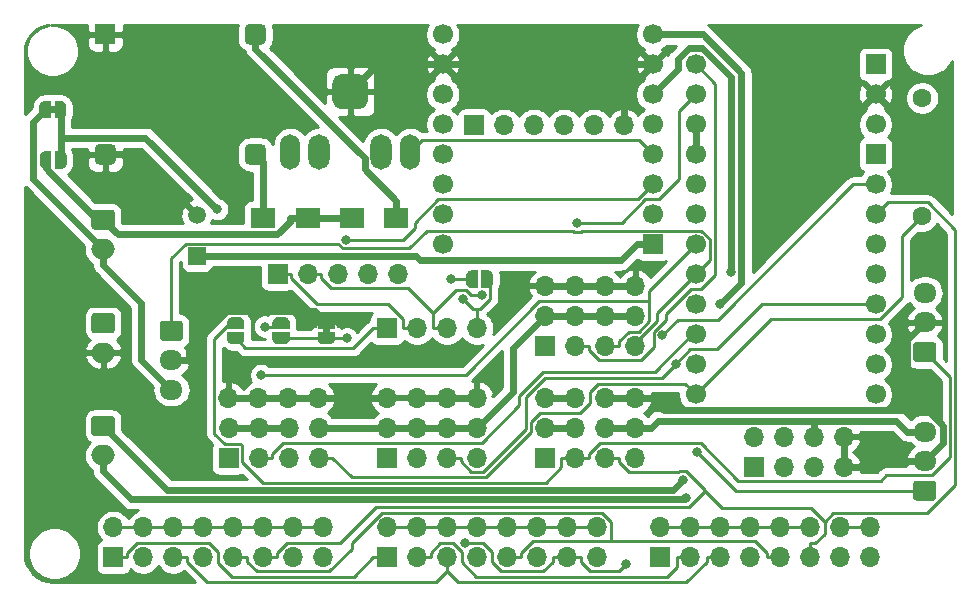
<source format=gbr>
%TF.GenerationSoftware,KiCad,Pcbnew,5.1.10*%
%TF.CreationDate,2021-07-14T19:23:15+08:00*%
%TF.ProjectId,HappyAAC-Type-A,48617070-7941-4414-932d-547970652d41,2d*%
%TF.SameCoordinates,Original*%
%TF.FileFunction,Copper,L1,Top*%
%TF.FilePolarity,Positive*%
%FSLAX46Y46*%
G04 Gerber Fmt 4.6, Leading zero omitted, Abs format (unit mm)*
G04 Created by KiCad (PCBNEW 5.1.10) date 2021-07-14 19:23:15*
%MOMM*%
%LPD*%
G01*
G04 APERTURE LIST*
%TA.AperFunction,EtchedComponent*%
%ADD10C,0.100000*%
%TD*%
%TA.AperFunction,ComponentPad*%
%ADD11C,1.700000*%
%TD*%
%TA.AperFunction,ComponentPad*%
%ADD12R,1.700000X1.700000*%
%TD*%
%TA.AperFunction,ComponentPad*%
%ADD13O,1.700000X1.700000*%
%TD*%
%TA.AperFunction,ComponentPad*%
%ADD14R,1.800000X1.800000*%
%TD*%
%TA.AperFunction,ComponentPad*%
%ADD15O,1.700000X3.000000*%
%TD*%
%TA.AperFunction,ComponentPad*%
%ADD16O,1.800000X3.000000*%
%TD*%
%TA.AperFunction,ComponentPad*%
%ADD17C,1.500000*%
%TD*%
%TA.AperFunction,ComponentPad*%
%ADD18R,1.500000X1.500000*%
%TD*%
%TA.AperFunction,ComponentPad*%
%ADD19O,1.950000X1.700000*%
%TD*%
%TA.AperFunction,ComponentPad*%
%ADD20C,1.600000*%
%TD*%
%TA.AperFunction,SMDPad,CuDef*%
%ADD21R,2.000000X1.800000*%
%TD*%
%TA.AperFunction,SMDPad,CuDef*%
%ADD22C,0.100000*%
%TD*%
%TA.AperFunction,ComponentPad*%
%ADD23O,2.000000X1.700000*%
%TD*%
%TA.AperFunction,ViaPad*%
%ADD24C,0.800000*%
%TD*%
%TA.AperFunction,Conductor*%
%ADD25C,0.600000*%
%TD*%
%TA.AperFunction,Conductor*%
%ADD26C,0.250000*%
%TD*%
%TA.AperFunction,Conductor*%
%ADD27C,0.254000*%
%TD*%
%TA.AperFunction,Conductor*%
%ADD28C,0.100000*%
%TD*%
G04 APERTURE END LIST*
D10*
%TO.C,JP1*%
G36*
X63432500Y-34383700D02*
G01*
X62932500Y-34383700D01*
X62932500Y-34983700D01*
X63432500Y-34983700D01*
X63432500Y-34383700D01*
G37*
%TO.C,JP4*%
G36*
X86057400Y-53153500D02*
G01*
X86057400Y-53653500D01*
X86657400Y-53653500D01*
X86657400Y-53153500D01*
X86057400Y-53153500D01*
G37*
%TD*%
D11*
%TO.P,U3,11*%
%TO.N,/D8*%
X117602600Y-56261000D03*
%TO.P,U3,12*%
%TO.N,/D9*%
X117602600Y-58801000D03*
%TO.P,U3,9*%
%TO.N,/COL2*%
X117602600Y-51181000D03*
%TO.P,U3,10*%
%TO.N,/D7*%
X117602600Y-53721000D03*
%TO.P,U3,16*%
%TO.N,/COL8*%
X132842600Y-51181000D03*
%TO.P,U3,14*%
%TO.N,/COL7*%
X132842600Y-56261000D03*
%TO.P,U3,13*%
%TO.N,/COL3*%
X132842600Y-58801000D03*
%TO.P,U3,15*%
%TO.N,/COL5*%
X132842600Y-53721000D03*
%TO.P,U3,1*%
%TO.N,/D1*%
X117602600Y-30861000D03*
%TO.P,U3,2*%
%TO.N,/D0*%
X117602600Y-33401000D03*
%TO.P,U3,3*%
%TO.N,GND*%
X117602600Y-35941000D03*
%TO.P,U3,4*%
X117602600Y-38481000D03*
%TO.P,U3,5*%
%TO.N,/D2*%
X117602600Y-41021000D03*
%TO.P,U3,6*%
%TO.N,/D3*%
X117602600Y-43561000D03*
%TO.P,U3,7*%
%TO.N,/COL1*%
X117602600Y-46101000D03*
%TO.P,U3,8*%
%TO.N,/D5*%
X117602600Y-48641000D03*
%TO.P,U3,17*%
%TO.N,/A0*%
X132842600Y-48641000D03*
%TO.P,U3,18*%
%TO.N,/A1*%
X132842600Y-46101000D03*
%TO.P,U3,19*%
%TO.N,/A2*%
X132842600Y-43561000D03*
%TO.P,U3,20*%
%TO.N,/A3*%
X132842600Y-41021000D03*
D12*
%TO.P,U3,21*%
%TO.N,VDD*%
X132842600Y-38481000D03*
D11*
%TO.P,U3,22*%
%TO.N,/LCD_RST*%
X132842600Y-35941000D03*
%TO.P,U3,23*%
%TO.N,GND*%
X132842600Y-33401000D03*
D12*
%TO.P,U3,24*%
%TO.N,N/C*%
X132842600Y-30861000D03*
%TD*%
D13*
%TO.P,J11,6*%
%TO.N,GND*%
X111556800Y-35991800D03*
%TO.P,J11,5*%
%TO.N,/LCD_RST*%
X109016800Y-35991800D03*
%TO.P,J11,4*%
%TO.N,/COL7*%
X106476800Y-35991800D03*
%TO.P,J11,3*%
%TO.N,/COL8*%
X103936800Y-35991800D03*
%TO.P,J11,2*%
%TO.N,VDD*%
X101396800Y-35991800D03*
D12*
%TO.P,J11,1*%
%TO.N,/COL5*%
X98856800Y-35991800D03*
%TD*%
%TO.P,U2,4*%
%TO.N,+5V*%
%TA.AperFunction,ComponentPad*%
G36*
G01*
X79440200Y-28771000D02*
X79440200Y-27871000D01*
G75*
G02*
X79890200Y-27421000I450000J0D01*
G01*
X80790200Y-27421000D01*
G75*
G02*
X81240200Y-27871000I0J-450000D01*
G01*
X81240200Y-28771000D01*
G75*
G02*
X80790200Y-29221000I-450000J0D01*
G01*
X79890200Y-29221000D01*
G75*
G02*
X79440200Y-28771000I0J450000D01*
G01*
G37*
%TD.AperFunction*%
%TO.P,U2,3*%
%TO.N,+BATT*%
%TA.AperFunction,ComponentPad*%
G36*
G01*
X79440200Y-38931000D02*
X79440200Y-38031000D01*
G75*
G02*
X79890200Y-37581000I450000J0D01*
G01*
X80790200Y-37581000D01*
G75*
G02*
X81240200Y-38031000I0J-450000D01*
G01*
X81240200Y-38931000D01*
G75*
G02*
X80790200Y-39381000I-450000J0D01*
G01*
X79890200Y-39381000D01*
G75*
G02*
X79440200Y-38931000I0J450000D01*
G01*
G37*
%TD.AperFunction*%
%TO.P,U2,2*%
%TO.N,GND*%
%TA.AperFunction,ComponentPad*%
G36*
G01*
X66740200Y-38931000D02*
X66740200Y-38031000D01*
G75*
G02*
X67190200Y-37581000I450000J0D01*
G01*
X68090200Y-37581000D01*
G75*
G02*
X68540200Y-38031000I0J-450000D01*
G01*
X68540200Y-38931000D01*
G75*
G02*
X68090200Y-39381000I-450000J0D01*
G01*
X67190200Y-39381000D01*
G75*
G02*
X66740200Y-38931000I0J450000D01*
G01*
G37*
%TD.AperFunction*%
D14*
%TO.P,U2,1*%
X67640200Y-28321000D03*
%TD*%
%TO.P,J18,G*%
%TO.N,GND*%
%TA.AperFunction,ComponentPad*%
G36*
G01*
X89866600Y-32417000D02*
X89866600Y-33917000D01*
G75*
G02*
X89116600Y-34667000I-750000J0D01*
G01*
X87616600Y-34667000D01*
G75*
G02*
X86866600Y-33917000I0J750000D01*
G01*
X86866600Y-32417000D01*
G75*
G02*
X87616600Y-31667000I750000J0D01*
G01*
X89116600Y-31667000D01*
G75*
G02*
X89866600Y-32417000I0J-750000D01*
G01*
G37*
%TD.AperFunction*%
D15*
%TO.P,J18,S*%
%TO.N,Net-(J18-PadS)*%
X93451600Y-38267000D03*
%TO.P,J18,T*%
%TO.N,Net-(J18-PadT)*%
X83281600Y-38277800D03*
D16*
%TO.P,J18,R2*%
%TO.N,N/C*%
X90996600Y-38267000D03*
%TO.P,J18,R1*%
X85736600Y-38267000D03*
%TD*%
D17*
%TO.P,C1,2*%
%TO.N,GND*%
X75387200Y-43601700D03*
D18*
%TO.P,C1,1*%
%TO.N,/CAP_IN*%
X75387200Y-47101700D03*
%TD*%
D19*
%TO.P,J1,3*%
%TO.N,VDD*%
X137004000Y-61941100D03*
%TO.P,J1,2*%
%TO.N,GND*%
X137004000Y-64441100D03*
%TO.P,J1,1*%
%TO.N,/D7*%
%TA.AperFunction,ComponentPad*%
G36*
G01*
X137729000Y-67791100D02*
X136279000Y-67791100D01*
G75*
G02*
X136029000Y-67541100I0J250000D01*
G01*
X136029000Y-66341100D01*
G75*
G02*
X136279000Y-66091100I250000J0D01*
G01*
X137729000Y-66091100D01*
G75*
G02*
X137979000Y-66341100I0J-250000D01*
G01*
X137979000Y-67541100D01*
G75*
G02*
X137729000Y-67791100I-250000J0D01*
G01*
G37*
%TD.AperFunction*%
%TD*%
%TO.P,J2,3*%
%TO.N,VDD*%
X73228200Y-58403500D03*
%TO.P,J2,2*%
%TO.N,GND*%
X73228200Y-55903500D03*
%TO.P,J2,1*%
%TO.N,/D5*%
%TA.AperFunction,ComponentPad*%
G36*
G01*
X72503200Y-52553500D02*
X73953200Y-52553500D01*
G75*
G02*
X74203200Y-52803500I0J-250000D01*
G01*
X74203200Y-54003500D01*
G75*
G02*
X73953200Y-54253500I-250000J0D01*
G01*
X72503200Y-54253500D01*
G75*
G02*
X72253200Y-54003500I0J250000D01*
G01*
X72253200Y-52803500D01*
G75*
G02*
X72503200Y-52553500I250000J0D01*
G01*
G37*
%TD.AperFunction*%
%TD*%
%TO.P,J3,3*%
%TO.N,VDD*%
X137004000Y-50206900D03*
%TO.P,J3,2*%
%TO.N,GND*%
X137004000Y-52706900D03*
%TO.P,J3,1*%
%TO.N,/A1*%
%TA.AperFunction,ComponentPad*%
G36*
G01*
X137729000Y-56056900D02*
X136279000Y-56056900D01*
G75*
G02*
X136029000Y-55806900I0J250000D01*
G01*
X136029000Y-54606900D01*
G75*
G02*
X136279000Y-54356900I250000J0D01*
G01*
X137729000Y-54356900D01*
G75*
G02*
X137979000Y-54606900I0J-250000D01*
G01*
X137979000Y-55806900D01*
G75*
G02*
X137729000Y-56056900I-250000J0D01*
G01*
G37*
%TD.AperFunction*%
%TD*%
D20*
%TO.P,R1,1*%
%TO.N,/D9*%
X136804000Y-43705700D03*
%TO.P,R1,2*%
%TO.N,Net-(R1-Pad2)*%
X136804000Y-33705700D03*
%TD*%
D13*
%TO.P,J4,8*%
%TO.N,GND*%
X130162000Y-62372200D03*
%TO.P,J4,7*%
X130162000Y-64912200D03*
%TO.P,J4,6*%
%TO.N,VDD*%
X127622000Y-62372200D03*
%TO.P,J4,5*%
X127622000Y-64912200D03*
%TO.P,J4,4*%
%TO.N,/D3*%
X125082000Y-62372200D03*
%TO.P,J4,3*%
X125082000Y-64912200D03*
%TO.P,J4,2*%
%TO.N,/D2*%
X122542000Y-62372200D03*
D12*
%TO.P,J4,1*%
X122542000Y-64912200D03*
%TD*%
%TO.P,J5,1*%
%TO.N,/COL1*%
X68306400Y-72585900D03*
D13*
%TO.P,J5,2*%
%TO.N,/D0*%
X68306400Y-70045900D03*
%TO.P,J5,3*%
%TO.N,/COL2*%
X70846400Y-72585900D03*
%TO.P,J5,4*%
%TO.N,/D0*%
X70846400Y-70045900D03*
%TO.P,J5,5*%
%TO.N,/COL3*%
X73386400Y-72585900D03*
%TO.P,J5,6*%
%TO.N,/D0*%
X73386400Y-70045900D03*
%TO.P,J5,7*%
%TO.N,/A0*%
X75926400Y-72585900D03*
%TO.P,J5,8*%
%TO.N,/D0*%
X75926400Y-70045900D03*
%TO.P,J5,9*%
%TO.N,/COL5*%
X78466400Y-72585900D03*
%TO.P,J5,10*%
%TO.N,/D0*%
X78466400Y-70045900D03*
%TO.P,J5,11*%
%TO.N,/A2*%
X81006400Y-72585900D03*
%TO.P,J5,12*%
%TO.N,/D0*%
X81006400Y-70045900D03*
%TO.P,J5,13*%
%TO.N,/COL7*%
X83546400Y-72585900D03*
%TO.P,J5,14*%
%TO.N,/D0*%
X83546400Y-70045900D03*
%TO.P,J5,15*%
%TO.N,/COL8*%
X86086400Y-72585900D03*
%TO.P,J5,16*%
%TO.N,/D0*%
X86086400Y-70045900D03*
%TD*%
%TO.P,J14_GPIO1,GND*%
%TO.N,GND*%
X109944300Y-49583300D03*
X107404300Y-49583300D03*
X104864300Y-49583300D03*
X112484300Y-49583300D03*
%TO.P,J14_GPIO1,VCC*%
%TO.N,VDD*%
X112497000Y-52123300D03*
%TO.P,J14_GPIO1,4*%
%TO.N,/D5*%
X112497000Y-54663300D03*
%TO.P,J14_GPIO1,VCC*%
%TO.N,VDD*%
X109957000Y-52123300D03*
%TO.P,J14_GPIO1,3*%
%TO.N,/COL1*%
X109957000Y-54663300D03*
%TO.P,J14_GPIO1,VCC*%
%TO.N,VDD*%
X107417000Y-52123300D03*
%TO.P,J14_GPIO1,2*%
%TO.N,/D1*%
X107417000Y-54663300D03*
%TO.P,J14_GPIO1,VCC*%
%TO.N,VDD*%
X104877000Y-52123300D03*
D12*
%TO.P,J14_GPIO1,1*%
%TO.N,/D0*%
X104877000Y-54663300D03*
%TD*%
%TO.P,J15_GPIO2,1*%
%TO.N,/COL2*%
X78066900Y-64185800D03*
D13*
%TO.P,J15_GPIO2,VCC*%
%TO.N,VDD*%
X78066900Y-61645800D03*
%TO.P,J15_GPIO2,2*%
%TO.N,/D7*%
X80606900Y-64185800D03*
%TO.P,J15_GPIO2,VCC*%
%TO.N,VDD*%
X80606900Y-61645800D03*
%TO.P,J15_GPIO2,3*%
%TO.N,/D8*%
X83146900Y-64185800D03*
%TO.P,J15_GPIO2,VCC*%
%TO.N,VDD*%
X83146900Y-61645800D03*
%TO.P,J15_GPIO2,4*%
%TO.N,/D9*%
X85686900Y-64185800D03*
%TO.P,J15_GPIO2,VCC*%
%TO.N,VDD*%
X85686900Y-61645800D03*
%TO.P,J15_GPIO2,GND*%
%TO.N,GND*%
X85674200Y-59105800D03*
X78054200Y-59105800D03*
X80594200Y-59105800D03*
X83134200Y-59105800D03*
%TD*%
D12*
%TO.P,J16_GPIO3,1*%
%TO.N,/COL3*%
X91471900Y-64173100D03*
D13*
%TO.P,J16_GPIO3,VCC*%
%TO.N,VDD*%
X91471900Y-61633100D03*
%TO.P,J16_GPIO3,2*%
%TO.N,/COL5*%
X94011900Y-64173100D03*
%TO.P,J16_GPIO3,VCC*%
%TO.N,VDD*%
X94011900Y-61633100D03*
%TO.P,J16_GPIO3,3*%
%TO.N,/COL8*%
X96551900Y-64173100D03*
%TO.P,J16_GPIO3,VCC*%
%TO.N,VDD*%
X96551900Y-61633100D03*
%TO.P,J16_GPIO3,4*%
%TO.N,/COL7*%
X99091900Y-64173100D03*
%TO.P,J16_GPIO3,VCC*%
%TO.N,VDD*%
X99091900Y-61633100D03*
%TO.P,J16_GPIO3,GND*%
%TO.N,GND*%
X99079200Y-59093100D03*
X91459200Y-59093100D03*
X93999200Y-59093100D03*
X96539200Y-59093100D03*
%TD*%
%TO.P,J17_GPIO4,GND*%
%TO.N,GND*%
X109944300Y-59093100D03*
X107404300Y-59093100D03*
X104864300Y-59093100D03*
X112484300Y-59093100D03*
%TO.P,J17_GPIO4,VCC*%
%TO.N,VDD*%
X112497000Y-61633100D03*
%TO.P,J17_GPIO4,4*%
%TO.N,/A3*%
X112497000Y-64173100D03*
%TO.P,J17_GPIO4,VCC*%
%TO.N,VDD*%
X109957000Y-61633100D03*
%TO.P,J17_GPIO4,3*%
%TO.N,/A2*%
X109957000Y-64173100D03*
%TO.P,J17_GPIO4,VCC*%
%TO.N,VDD*%
X107417000Y-61633100D03*
%TO.P,J17_GPIO4,2*%
%TO.N,/A1*%
X107417000Y-64173100D03*
%TO.P,J17_GPIO4,VCC*%
%TO.N,VDD*%
X104877000Y-61633100D03*
D12*
%TO.P,J17_GPIO4,1*%
%TO.N,/A0*%
X104877000Y-64173100D03*
%TD*%
D21*
%TO.P,D1,1*%
%TO.N,/SRC_FOR_VDD*%
X88484300Y-43841000D03*
%TO.P,D1,2*%
%TO.N,+5V*%
X92284300Y-43841000D03*
%TD*%
%TO.P,D2,1*%
%TO.N,/SRC_FOR_VDD*%
X84754800Y-43841000D03*
%TO.P,D2,2*%
%TO.N,+BATT*%
X80954800Y-43841000D03*
%TD*%
D11*
%TO.P,U1,16*%
%TO.N,/DFP_BUSY*%
X96215000Y-46101000D03*
%TO.P,U1,15*%
%TO.N,N/C*%
X96215000Y-43561000D03*
%TO.P,U1,14*%
X96215000Y-41021000D03*
%TO.P,U1,13*%
X96215000Y-38481000D03*
%TO.P,U1,12*%
X96215000Y-35941000D03*
%TO.P,U1,11*%
X96215000Y-33401000D03*
%TO.P,U1,10*%
%TO.N,GND*%
X96215000Y-30861000D03*
%TO.P,U1,9*%
%TO.N,N/C*%
X96215000Y-28321000D03*
%TO.P,U1,8*%
%TO.N,/SPK2*%
X113995000Y-28321000D03*
%TO.P,U1,7*%
%TO.N,GND*%
X113995000Y-30861000D03*
%TO.P,U1,6*%
%TO.N,/SPK1*%
X113995000Y-33401000D03*
%TO.P,U1,5*%
%TO.N,Net-(J18-PadT)*%
X113995000Y-35941000D03*
%TO.P,U1,4*%
%TO.N,Net-(J18-PadS)*%
X113995000Y-38481000D03*
%TO.P,U1,3*%
%TO.N,/D8*%
X113995000Y-41021000D03*
%TO.P,U1,2*%
%TO.N,Net-(R1-Pad2)*%
X113995000Y-43561000D03*
D12*
%TO.P,U1,1*%
%TO.N,/CAP_IN*%
X113995000Y-46101000D03*
%TD*%
%TO.P,J12,1*%
%TO.N,/COL8*%
X82219800Y-48602900D03*
D13*
%TO.P,J12,2*%
%TO.N,/COL7*%
X84759800Y-48602900D03*
%TO.P,J12,3*%
%TO.N,/LCD_RST*%
X87299800Y-48602900D03*
%TO.P,J12,4*%
%TO.N,/A3*%
X89839800Y-48602900D03*
%TO.P,J12,5*%
%TO.N,/LCD_CS*%
X92379800Y-48602900D03*
%TD*%
%TA.AperFunction,SMDPad,CuDef*%
D22*
%TO.P,JP1,1*%
%TO.N,VDD*%
G36*
X63032500Y-35433700D02*
G01*
X62532500Y-35433700D01*
X62532500Y-35433098D01*
X62507966Y-35433098D01*
X62459135Y-35428288D01*
X62411010Y-35418716D01*
X62364055Y-35404472D01*
X62318722Y-35385695D01*
X62275449Y-35362564D01*
X62234650Y-35335304D01*
X62196721Y-35304176D01*
X62162024Y-35269479D01*
X62130896Y-35231550D01*
X62103636Y-35190751D01*
X62080505Y-35147478D01*
X62061728Y-35102145D01*
X62047484Y-35055190D01*
X62037912Y-35007065D01*
X62033102Y-34958234D01*
X62033102Y-34933700D01*
X62032500Y-34933700D01*
X62032500Y-34433700D01*
X62033102Y-34433700D01*
X62033102Y-34409166D01*
X62037912Y-34360335D01*
X62047484Y-34312210D01*
X62061728Y-34265255D01*
X62080505Y-34219922D01*
X62103636Y-34176649D01*
X62130896Y-34135850D01*
X62162024Y-34097921D01*
X62196721Y-34063224D01*
X62234650Y-34032096D01*
X62275449Y-34004836D01*
X62318722Y-33981705D01*
X62364055Y-33962928D01*
X62411010Y-33948684D01*
X62459135Y-33939112D01*
X62507966Y-33934302D01*
X62532500Y-33934302D01*
X62532500Y-33933700D01*
X63032500Y-33933700D01*
X63032500Y-35433700D01*
G37*
%TD.AperFunction*%
%TA.AperFunction,SMDPad,CuDef*%
%TO.P,JP1,2*%
%TO.N,/CAP_IN*%
G36*
X63832500Y-33934302D02*
G01*
X63857034Y-33934302D01*
X63905865Y-33939112D01*
X63953990Y-33948684D01*
X64000945Y-33962928D01*
X64046278Y-33981705D01*
X64089551Y-34004836D01*
X64130350Y-34032096D01*
X64168279Y-34063224D01*
X64202976Y-34097921D01*
X64234104Y-34135850D01*
X64261364Y-34176649D01*
X64284495Y-34219922D01*
X64303272Y-34265255D01*
X64317516Y-34312210D01*
X64327088Y-34360335D01*
X64331898Y-34409166D01*
X64331898Y-34433700D01*
X64332500Y-34433700D01*
X64332500Y-34933700D01*
X64331898Y-34933700D01*
X64331898Y-34958234D01*
X64327088Y-35007065D01*
X64317516Y-35055190D01*
X64303272Y-35102145D01*
X64284495Y-35147478D01*
X64261364Y-35190751D01*
X64234104Y-35231550D01*
X64202976Y-35269479D01*
X64168279Y-35304176D01*
X64130350Y-35335304D01*
X64089551Y-35362564D01*
X64046278Y-35385695D01*
X64000945Y-35404472D01*
X63953990Y-35418716D01*
X63905865Y-35428288D01*
X63857034Y-35433098D01*
X63832500Y-35433098D01*
X63832500Y-35433700D01*
X63332500Y-35433700D01*
X63332500Y-33933700D01*
X63832500Y-33933700D01*
X63832500Y-33934302D01*
G37*
%TD.AperFunction*%
%TD*%
%TA.AperFunction,SMDPad,CuDef*%
%TO.P,JP2,2*%
%TO.N,/CAP_IN*%
G36*
X63870600Y-38188802D02*
G01*
X63895134Y-38188802D01*
X63943965Y-38193612D01*
X63992090Y-38203184D01*
X64039045Y-38217428D01*
X64084378Y-38236205D01*
X64127651Y-38259336D01*
X64168450Y-38286596D01*
X64206379Y-38317724D01*
X64241076Y-38352421D01*
X64272204Y-38390350D01*
X64299464Y-38431149D01*
X64322595Y-38474422D01*
X64341372Y-38519755D01*
X64355616Y-38566710D01*
X64365188Y-38614835D01*
X64369998Y-38663666D01*
X64369998Y-38688200D01*
X64370600Y-38688200D01*
X64370600Y-39188200D01*
X64369998Y-39188200D01*
X64369998Y-39212734D01*
X64365188Y-39261565D01*
X64355616Y-39309690D01*
X64341372Y-39356645D01*
X64322595Y-39401978D01*
X64299464Y-39445251D01*
X64272204Y-39486050D01*
X64241076Y-39523979D01*
X64206379Y-39558676D01*
X64168450Y-39589804D01*
X64127651Y-39617064D01*
X64084378Y-39640195D01*
X64039045Y-39658972D01*
X63992090Y-39673216D01*
X63943965Y-39682788D01*
X63895134Y-39687598D01*
X63870600Y-39687598D01*
X63870600Y-39688200D01*
X63370600Y-39688200D01*
X63370600Y-38188200D01*
X63870600Y-38188200D01*
X63870600Y-38188802D01*
G37*
%TD.AperFunction*%
%TA.AperFunction,SMDPad,CuDef*%
%TO.P,JP2,1*%
%TO.N,/SRC_FOR_VDD*%
G36*
X63070600Y-39688200D02*
G01*
X62570600Y-39688200D01*
X62570600Y-39687598D01*
X62546066Y-39687598D01*
X62497235Y-39682788D01*
X62449110Y-39673216D01*
X62402155Y-39658972D01*
X62356822Y-39640195D01*
X62313549Y-39617064D01*
X62272750Y-39589804D01*
X62234821Y-39558676D01*
X62200124Y-39523979D01*
X62168996Y-39486050D01*
X62141736Y-39445251D01*
X62118605Y-39401978D01*
X62099828Y-39356645D01*
X62085584Y-39309690D01*
X62076012Y-39261565D01*
X62071202Y-39212734D01*
X62071202Y-39188200D01*
X62070600Y-39188200D01*
X62070600Y-38688200D01*
X62071202Y-38688200D01*
X62071202Y-38663666D01*
X62076012Y-38614835D01*
X62085584Y-38566710D01*
X62099828Y-38519755D01*
X62118605Y-38474422D01*
X62141736Y-38431149D01*
X62168996Y-38390350D01*
X62200124Y-38352421D01*
X62234821Y-38317724D01*
X62272750Y-38286596D01*
X62313549Y-38259336D01*
X62356822Y-38236205D01*
X62402155Y-38217428D01*
X62449110Y-38203184D01*
X62497235Y-38193612D01*
X62546066Y-38188802D01*
X62570600Y-38188802D01*
X62570600Y-38188200D01*
X63070600Y-38188200D01*
X63070600Y-39688200D01*
G37*
%TD.AperFunction*%
%TD*%
%TA.AperFunction,SMDPad,CuDef*%
%TO.P,JP3,1*%
%TO.N,/LCD_CS*%
G36*
X83260600Y-53553500D02*
G01*
X83260600Y-54053500D01*
X83259998Y-54053500D01*
X83259998Y-54078034D01*
X83255188Y-54126865D01*
X83245616Y-54174990D01*
X83231372Y-54221945D01*
X83212595Y-54267278D01*
X83189464Y-54310551D01*
X83162204Y-54351350D01*
X83131076Y-54389279D01*
X83096379Y-54423976D01*
X83058450Y-54455104D01*
X83017651Y-54482364D01*
X82974378Y-54505495D01*
X82929045Y-54524272D01*
X82882090Y-54538516D01*
X82833965Y-54548088D01*
X82785134Y-54552898D01*
X82760600Y-54552898D01*
X82760600Y-54553500D01*
X82260600Y-54553500D01*
X82260600Y-54552898D01*
X82236066Y-54552898D01*
X82187235Y-54548088D01*
X82139110Y-54538516D01*
X82092155Y-54524272D01*
X82046822Y-54505495D01*
X82003549Y-54482364D01*
X81962750Y-54455104D01*
X81924821Y-54423976D01*
X81890124Y-54389279D01*
X81858996Y-54351350D01*
X81831736Y-54310551D01*
X81808605Y-54267278D01*
X81789828Y-54221945D01*
X81775584Y-54174990D01*
X81766012Y-54126865D01*
X81761202Y-54078034D01*
X81761202Y-54053500D01*
X81760600Y-54053500D01*
X81760600Y-53553500D01*
X83260600Y-53553500D01*
G37*
%TD.AperFunction*%
%TA.AperFunction,SMDPad,CuDef*%
%TO.P,JP3,2*%
%TO.N,/A2*%
G36*
X81761202Y-52753500D02*
G01*
X81761202Y-52728966D01*
X81766012Y-52680135D01*
X81775584Y-52632010D01*
X81789828Y-52585055D01*
X81808605Y-52539722D01*
X81831736Y-52496449D01*
X81858996Y-52455650D01*
X81890124Y-52417721D01*
X81924821Y-52383024D01*
X81962750Y-52351896D01*
X82003549Y-52324636D01*
X82046822Y-52301505D01*
X82092155Y-52282728D01*
X82139110Y-52268484D01*
X82187235Y-52258912D01*
X82236066Y-52254102D01*
X82260600Y-52254102D01*
X82260600Y-52253500D01*
X82760600Y-52253500D01*
X82760600Y-52254102D01*
X82785134Y-52254102D01*
X82833965Y-52258912D01*
X82882090Y-52268484D01*
X82929045Y-52282728D01*
X82974378Y-52301505D01*
X83017651Y-52324636D01*
X83058450Y-52351896D01*
X83096379Y-52383024D01*
X83131076Y-52417721D01*
X83162204Y-52455650D01*
X83189464Y-52496449D01*
X83212595Y-52539722D01*
X83231372Y-52585055D01*
X83245616Y-52632010D01*
X83255188Y-52680135D01*
X83259998Y-52728966D01*
X83259998Y-52753500D01*
X83260600Y-52753500D01*
X83260600Y-53253500D01*
X81760600Y-53253500D01*
X81760600Y-52753500D01*
X81761202Y-52753500D01*
G37*
%TD.AperFunction*%
%TD*%
%TA.AperFunction,SMDPad,CuDef*%
%TO.P,JP4,2*%
%TO.N,GND*%
G36*
X85608002Y-52753500D02*
G01*
X85608002Y-52728966D01*
X85612812Y-52680135D01*
X85622384Y-52632010D01*
X85636628Y-52585055D01*
X85655405Y-52539722D01*
X85678536Y-52496449D01*
X85705796Y-52455650D01*
X85736924Y-52417721D01*
X85771621Y-52383024D01*
X85809550Y-52351896D01*
X85850349Y-52324636D01*
X85893622Y-52301505D01*
X85938955Y-52282728D01*
X85985910Y-52268484D01*
X86034035Y-52258912D01*
X86082866Y-52254102D01*
X86107400Y-52254102D01*
X86107400Y-52253500D01*
X86607400Y-52253500D01*
X86607400Y-52254102D01*
X86631934Y-52254102D01*
X86680765Y-52258912D01*
X86728890Y-52268484D01*
X86775845Y-52282728D01*
X86821178Y-52301505D01*
X86864451Y-52324636D01*
X86905250Y-52351896D01*
X86943179Y-52383024D01*
X86977876Y-52417721D01*
X87009004Y-52455650D01*
X87036264Y-52496449D01*
X87059395Y-52539722D01*
X87078172Y-52585055D01*
X87092416Y-52632010D01*
X87101988Y-52680135D01*
X87106798Y-52728966D01*
X87106798Y-52753500D01*
X87107400Y-52753500D01*
X87107400Y-53253500D01*
X85607400Y-53253500D01*
X85607400Y-52753500D01*
X85608002Y-52753500D01*
G37*
%TD.AperFunction*%
%TA.AperFunction,SMDPad,CuDef*%
%TO.P,JP4,1*%
%TO.N,/LCD_CS*%
G36*
X87107400Y-53553500D02*
G01*
X87107400Y-54053500D01*
X87106798Y-54053500D01*
X87106798Y-54078034D01*
X87101988Y-54126865D01*
X87092416Y-54174990D01*
X87078172Y-54221945D01*
X87059395Y-54267278D01*
X87036264Y-54310551D01*
X87009004Y-54351350D01*
X86977876Y-54389279D01*
X86943179Y-54423976D01*
X86905250Y-54455104D01*
X86864451Y-54482364D01*
X86821178Y-54505495D01*
X86775845Y-54524272D01*
X86728890Y-54538516D01*
X86680765Y-54548088D01*
X86631934Y-54552898D01*
X86607400Y-54552898D01*
X86607400Y-54553500D01*
X86107400Y-54553500D01*
X86107400Y-54552898D01*
X86082866Y-54552898D01*
X86034035Y-54548088D01*
X85985910Y-54538516D01*
X85938955Y-54524272D01*
X85893622Y-54505495D01*
X85850349Y-54482364D01*
X85809550Y-54455104D01*
X85771621Y-54423976D01*
X85736924Y-54389279D01*
X85705796Y-54351350D01*
X85678536Y-54310551D01*
X85655405Y-54267278D01*
X85636628Y-54221945D01*
X85622384Y-54174990D01*
X85612812Y-54126865D01*
X85608002Y-54078034D01*
X85608002Y-54053500D01*
X85607400Y-54053500D01*
X85607400Y-53553500D01*
X87107400Y-53553500D01*
G37*
%TD.AperFunction*%
%TD*%
%TA.AperFunction,SMDPad,CuDef*%
%TO.P,JP5,1*%
%TO.N,/DFP_BUSY*%
G36*
X99176700Y-49784700D02*
G01*
X98676700Y-49784700D01*
X98676700Y-49784098D01*
X98652166Y-49784098D01*
X98603335Y-49779288D01*
X98555210Y-49769716D01*
X98508255Y-49755472D01*
X98462922Y-49736695D01*
X98419649Y-49713564D01*
X98378850Y-49686304D01*
X98340921Y-49655176D01*
X98306224Y-49620479D01*
X98275096Y-49582550D01*
X98247836Y-49541751D01*
X98224705Y-49498478D01*
X98205928Y-49453145D01*
X98191684Y-49406190D01*
X98182112Y-49358065D01*
X98177302Y-49309234D01*
X98177302Y-49284700D01*
X98176700Y-49284700D01*
X98176700Y-48784700D01*
X98177302Y-48784700D01*
X98177302Y-48760166D01*
X98182112Y-48711335D01*
X98191684Y-48663210D01*
X98205928Y-48616255D01*
X98224705Y-48570922D01*
X98247836Y-48527649D01*
X98275096Y-48486850D01*
X98306224Y-48448921D01*
X98340921Y-48414224D01*
X98378850Y-48383096D01*
X98419649Y-48355836D01*
X98462922Y-48332705D01*
X98508255Y-48313928D01*
X98555210Y-48299684D01*
X98603335Y-48290112D01*
X98652166Y-48285302D01*
X98676700Y-48285302D01*
X98676700Y-48284700D01*
X99176700Y-48284700D01*
X99176700Y-49784700D01*
G37*
%TD.AperFunction*%
%TA.AperFunction,SMDPad,CuDef*%
%TO.P,JP5,2*%
%TO.N,/COL5*%
G36*
X99976700Y-48285302D02*
G01*
X100001234Y-48285302D01*
X100050065Y-48290112D01*
X100098190Y-48299684D01*
X100145145Y-48313928D01*
X100190478Y-48332705D01*
X100233751Y-48355836D01*
X100274550Y-48383096D01*
X100312479Y-48414224D01*
X100347176Y-48448921D01*
X100378304Y-48486850D01*
X100405564Y-48527649D01*
X100428695Y-48570922D01*
X100447472Y-48616255D01*
X100461716Y-48663210D01*
X100471288Y-48711335D01*
X100476098Y-48760166D01*
X100476098Y-48784700D01*
X100476700Y-48784700D01*
X100476700Y-49284700D01*
X100476098Y-49284700D01*
X100476098Y-49309234D01*
X100471288Y-49358065D01*
X100461716Y-49406190D01*
X100447472Y-49453145D01*
X100428695Y-49498478D01*
X100405564Y-49541751D01*
X100378304Y-49582550D01*
X100347176Y-49620479D01*
X100312479Y-49655176D01*
X100274550Y-49686304D01*
X100233751Y-49713564D01*
X100190478Y-49736695D01*
X100145145Y-49755472D01*
X100098190Y-49769716D01*
X100050065Y-49779288D01*
X100001234Y-49784098D01*
X99976700Y-49784098D01*
X99976700Y-49784700D01*
X99476700Y-49784700D01*
X99476700Y-48284700D01*
X99976700Y-48284700D01*
X99976700Y-48285302D01*
G37*
%TD.AperFunction*%
%TD*%
D12*
%TO.P,J13,1*%
%TO.N,Net-(J13-Pad1)*%
X91478100Y-53213000D03*
D13*
%TO.P,J13,2*%
%TO.N,/COL8*%
X94018100Y-53213000D03*
%TO.P,J13,3*%
%TO.N,/COL7*%
X96558100Y-53213000D03*
%TO.P,J13,4*%
%TO.N,/COL5*%
X99098100Y-53213000D03*
%TD*%
%TA.AperFunction,SMDPad,CuDef*%
D22*
%TO.P,JP6,1*%
%TO.N,Net-(J13-Pad1)*%
G36*
X79413800Y-53553500D02*
G01*
X79413800Y-54053500D01*
X79413198Y-54053500D01*
X79413198Y-54078034D01*
X79408388Y-54126865D01*
X79398816Y-54174990D01*
X79384572Y-54221945D01*
X79365795Y-54267278D01*
X79342664Y-54310551D01*
X79315404Y-54351350D01*
X79284276Y-54389279D01*
X79249579Y-54423976D01*
X79211650Y-54455104D01*
X79170851Y-54482364D01*
X79127578Y-54505495D01*
X79082245Y-54524272D01*
X79035290Y-54538516D01*
X78987165Y-54548088D01*
X78938334Y-54552898D01*
X78913800Y-54552898D01*
X78913800Y-54553500D01*
X78413800Y-54553500D01*
X78413800Y-54552898D01*
X78389266Y-54552898D01*
X78340435Y-54548088D01*
X78292310Y-54538516D01*
X78245355Y-54524272D01*
X78200022Y-54505495D01*
X78156749Y-54482364D01*
X78115950Y-54455104D01*
X78078021Y-54423976D01*
X78043324Y-54389279D01*
X78012196Y-54351350D01*
X77984936Y-54310551D01*
X77961805Y-54267278D01*
X77943028Y-54221945D01*
X77928784Y-54174990D01*
X77919212Y-54126865D01*
X77914402Y-54078034D01*
X77914402Y-54053500D01*
X77913800Y-54053500D01*
X77913800Y-53553500D01*
X79413800Y-53553500D01*
G37*
%TD.AperFunction*%
%TA.AperFunction,SMDPad,CuDef*%
%TO.P,JP6,2*%
%TO.N,/A1*%
G36*
X77914402Y-52753500D02*
G01*
X77914402Y-52728966D01*
X77919212Y-52680135D01*
X77928784Y-52632010D01*
X77943028Y-52585055D01*
X77961805Y-52539722D01*
X77984936Y-52496449D01*
X78012196Y-52455650D01*
X78043324Y-52417721D01*
X78078021Y-52383024D01*
X78115950Y-52351896D01*
X78156749Y-52324636D01*
X78200022Y-52301505D01*
X78245355Y-52282728D01*
X78292310Y-52268484D01*
X78340435Y-52258912D01*
X78389266Y-52254102D01*
X78413800Y-52254102D01*
X78413800Y-52253500D01*
X78913800Y-52253500D01*
X78913800Y-52254102D01*
X78938334Y-52254102D01*
X78987165Y-52258912D01*
X79035290Y-52268484D01*
X79082245Y-52282728D01*
X79127578Y-52301505D01*
X79170851Y-52324636D01*
X79211650Y-52351896D01*
X79249579Y-52383024D01*
X79284276Y-52417721D01*
X79315404Y-52455650D01*
X79342664Y-52496449D01*
X79365795Y-52539722D01*
X79384572Y-52585055D01*
X79398816Y-52632010D01*
X79408388Y-52680135D01*
X79413198Y-52728966D01*
X79413198Y-52753500D01*
X79413800Y-52753500D01*
X79413800Y-53253500D01*
X77913800Y-53253500D01*
X77913800Y-52753500D01*
X77914402Y-52753500D01*
G37*
%TD.AperFunction*%
%TD*%
D13*
%TO.P,J6,16*%
%TO.N,/D1*%
X109248700Y-70045900D03*
%TO.P,J6,15*%
%TO.N,/COL8*%
X109248700Y-72585900D03*
%TO.P,J6,14*%
%TO.N,/D1*%
X106708700Y-70045900D03*
%TO.P,J6,13*%
%TO.N,/COL7*%
X106708700Y-72585900D03*
%TO.P,J6,12*%
%TO.N,/D1*%
X104168700Y-70045900D03*
%TO.P,J6,11*%
%TO.N,/A2*%
X104168700Y-72585900D03*
%TO.P,J6,10*%
%TO.N,/D1*%
X101628700Y-70045900D03*
%TO.P,J6,9*%
%TO.N,/COL5*%
X101628700Y-72585900D03*
%TO.P,J6,8*%
%TO.N,/D1*%
X99088700Y-70045900D03*
%TO.P,J6,7*%
%TO.N,/A0*%
X99088700Y-72585900D03*
%TO.P,J6,6*%
%TO.N,/D1*%
X96548700Y-70045900D03*
%TO.P,J6,5*%
%TO.N,/COL3*%
X96548700Y-72585900D03*
%TO.P,J6,4*%
%TO.N,/D1*%
X94008700Y-70045900D03*
%TO.P,J6,3*%
%TO.N,/COL2*%
X94008700Y-72585900D03*
%TO.P,J6,2*%
%TO.N,/D1*%
X91468700Y-70045900D03*
D12*
%TO.P,J6,1*%
%TO.N,/COL1*%
X91468700Y-72585900D03*
%TD*%
%TO.P,J7,1*%
%TO.N,/COL1*%
X114631000Y-72585900D03*
D13*
%TO.P,J7,2*%
%TO.N,/D5*%
X114631000Y-70045900D03*
%TO.P,J7,3*%
%TO.N,/COL2*%
X117171000Y-72585900D03*
%TO.P,J7,4*%
%TO.N,/D5*%
X117171000Y-70045900D03*
%TO.P,J7,5*%
%TO.N,/COL3*%
X119711000Y-72585900D03*
%TO.P,J7,6*%
%TO.N,/D5*%
X119711000Y-70045900D03*
%TO.P,J7,7*%
%TO.N,/A0*%
X122251000Y-72585900D03*
%TO.P,J7,8*%
%TO.N,/D5*%
X122251000Y-70045900D03*
%TO.P,J7,9*%
%TO.N,/COL5*%
X124791000Y-72585900D03*
%TO.P,J7,10*%
%TO.N,/D5*%
X124791000Y-70045900D03*
%TO.P,J7,11*%
%TO.N,/A2*%
X127331000Y-72585900D03*
%TO.P,J7,12*%
%TO.N,/D5*%
X127331000Y-70045900D03*
%TO.P,J7,13*%
%TO.N,/COL7*%
X129871000Y-72585900D03*
%TO.P,J7,14*%
%TO.N,/D5*%
X129871000Y-70045900D03*
%TO.P,J7,15*%
%TO.N,/COL8*%
X132411000Y-72585900D03*
%TO.P,J7,16*%
%TO.N,/D5*%
X132411000Y-70045900D03*
%TD*%
%TO.P,J8,1*%
%TO.N,/SRC_FOR_VDD*%
%TA.AperFunction,ComponentPad*%
G36*
G01*
X66695400Y-43155200D02*
X68195400Y-43155200D01*
G75*
G02*
X68445400Y-43405200I0J-250000D01*
G01*
X68445400Y-44605200D01*
G75*
G02*
X68195400Y-44855200I-250000J0D01*
G01*
X66695400Y-44855200D01*
G75*
G02*
X66445400Y-44605200I0J250000D01*
G01*
X66445400Y-43405200D01*
G75*
G02*
X66695400Y-43155200I250000J0D01*
G01*
G37*
%TD.AperFunction*%
D23*
%TO.P,J8,2*%
%TO.N,VDD*%
X67445400Y-46505200D03*
%TD*%
%TO.P,J9,1*%
%TO.N,+BATT*%
%TA.AperFunction,ComponentPad*%
G36*
G01*
X66695400Y-51917300D02*
X68195400Y-51917300D01*
G75*
G02*
X68445400Y-52167300I0J-250000D01*
G01*
X68445400Y-53367300D01*
G75*
G02*
X68195400Y-53617300I-250000J0D01*
G01*
X66695400Y-53617300D01*
G75*
G02*
X66445400Y-53367300I0J250000D01*
G01*
X66445400Y-52167300D01*
G75*
G02*
X66695400Y-51917300I250000J0D01*
G01*
G37*
%TD.AperFunction*%
%TO.P,J9,2*%
%TO.N,GND*%
X67445400Y-55267300D03*
%TD*%
%TO.P,J10,2*%
%TO.N,/SPK1*%
X67445400Y-63965900D03*
%TO.P,J10,1*%
%TO.N,/SPK2*%
%TA.AperFunction,ComponentPad*%
G36*
G01*
X66695400Y-60615900D02*
X68195400Y-60615900D01*
G75*
G02*
X68445400Y-60865900I0J-250000D01*
G01*
X68445400Y-62065900D01*
G75*
G02*
X68195400Y-62315900I-250000J0D01*
G01*
X66695400Y-62315900D01*
G75*
G02*
X66445400Y-62065900I0J250000D01*
G01*
X66445400Y-60865900D01*
G75*
G02*
X66695400Y-60615900I250000J0D01*
G01*
G37*
%TD.AperFunction*%
%TD*%
D24*
%TO.N,/CAP_IN*%
X77088200Y-43111100D03*
%TO.N,/D0*%
X107602800Y-44310100D03*
%TO.N,/A3*%
X114804300Y-53784100D03*
%TO.N,/COL1*%
X80837900Y-57155700D03*
%TO.N,/COL5*%
X97923700Y-50733500D03*
%TO.N,/A2*%
X81140100Y-53050400D03*
%TO.N,/SPK2*%
X119652000Y-51167200D03*
X116517800Y-66038300D03*
%TO.N,/SPK1*%
X120587700Y-48434900D03*
X116765000Y-67591100D03*
%TO.N,/D7*%
X117739700Y-63639500D03*
%TO.N,/COL7*%
X111733800Y-73154800D03*
X98120000Y-71410600D03*
X99500800Y-50409400D03*
%TO.N,/D8*%
X88032300Y-45707300D03*
%TO.N,/LCD_CS*%
X88091000Y-54053500D03*
%TO.N,/DFP_BUSY*%
X96935400Y-49034700D03*
%TO.N,/COL8*%
X115916200Y-56197800D03*
%TD*%
D25*
%TO.N,/CAP_IN*%
X63870600Y-37053400D02*
X71030500Y-37053400D01*
X71030500Y-37053400D02*
X77088200Y-43111100D01*
X63870600Y-37053400D02*
X63870600Y-34721800D01*
X63870600Y-34721800D02*
X63832500Y-34683700D01*
X63870600Y-38938200D02*
X63870600Y-37053400D01*
X76637500Y-47101700D02*
X93937200Y-47101700D01*
X93937200Y-47101700D02*
X94291900Y-47456400D01*
X94291900Y-47456400D02*
X111289300Y-47456400D01*
X111289300Y-47456400D02*
X112644700Y-46101000D01*
X75387200Y-47101700D02*
X76637500Y-47101700D01*
X113995000Y-46101000D02*
X112644700Y-46101000D01*
%TO.N,GND*%
X88366600Y-33167000D02*
X90672600Y-30861000D01*
X90672600Y-30861000D02*
X96215000Y-30861000D01*
X86357400Y-52753500D02*
X85351100Y-51747200D01*
X85351100Y-51747200D02*
X77945200Y-51747200D01*
X77945200Y-51747200D02*
X74703500Y-54988900D01*
X74703500Y-54988900D02*
X74703500Y-55903500D01*
X80594200Y-59105800D02*
X83134200Y-59105800D01*
X79404500Y-59105800D02*
X80594200Y-59105800D01*
X78054200Y-59105800D02*
X79404500Y-59105800D01*
X135520800Y-60151300D02*
X135520800Y-54190100D01*
X135520800Y-54190100D02*
X137004000Y-52706900D01*
X135520800Y-60151300D02*
X137248900Y-60151300D01*
X137248900Y-60151300D02*
X138534800Y-61437200D01*
X138534800Y-61437200D02*
X138534800Y-62910300D01*
X138534800Y-62910300D02*
X137004000Y-64441100D01*
X113834600Y-59093100D02*
X114892800Y-60151300D01*
X114892800Y-60151300D02*
X135520800Y-60151300D01*
X112484300Y-59093100D02*
X113834600Y-59093100D01*
X109944300Y-59093100D02*
X112484300Y-59093100D01*
X130162000Y-64912200D02*
X131512300Y-64912200D01*
X135528700Y-64441100D02*
X131983400Y-64441100D01*
X131983400Y-64441100D02*
X131512300Y-64912200D01*
X130162000Y-64912200D02*
X130162000Y-63722500D01*
X130162000Y-62372200D02*
X130162000Y-63722500D01*
X75387200Y-43601700D02*
X70266500Y-38481000D01*
X70266500Y-38481000D02*
X67640200Y-38481000D01*
X91459200Y-59093100D02*
X90108900Y-59093100D01*
X85674200Y-59105800D02*
X90096200Y-59105800D01*
X90096200Y-59105800D02*
X90108900Y-59093100D01*
X83134200Y-59105800D02*
X85674200Y-59105800D01*
X73228200Y-55903500D02*
X74703500Y-55903500D01*
X111556800Y-30861000D02*
X113995000Y-30861000D01*
X96215000Y-30861000D02*
X111556800Y-30861000D01*
X111556800Y-30861000D02*
X111556800Y-35991800D01*
X117602600Y-35941000D02*
X117602600Y-38481000D01*
X137004000Y-64441100D02*
X135528700Y-64441100D01*
X109944300Y-49583300D02*
X112484300Y-49583300D01*
X107404300Y-49583300D02*
X109944300Y-49583300D01*
X107404300Y-49583300D02*
X104864300Y-49583300D01*
X107404300Y-59093100D02*
X104864300Y-59093100D01*
X93999200Y-59093100D02*
X96539200Y-59093100D01*
X99079200Y-59093100D02*
X96539200Y-59093100D01*
%TO.N,+5V*%
X92284300Y-43841000D02*
X92284300Y-42440700D01*
X92284300Y-42440700D02*
X89596200Y-39752600D01*
X89596200Y-39752600D02*
X89596200Y-38776100D01*
X89596200Y-38776100D02*
X80340200Y-29520100D01*
X80340200Y-29520100D02*
X80340200Y-28321000D01*
%TO.N,/SRC_FOR_VDD*%
X84754800Y-43841000D02*
X88484300Y-43841000D01*
X84004700Y-43841000D02*
X84754800Y-43841000D01*
X67445400Y-44005200D02*
X66951500Y-44005200D01*
X66951500Y-44005200D02*
X62570600Y-39624300D01*
X62570600Y-39624300D02*
X62570600Y-38938200D01*
X83254500Y-43841000D02*
X83254500Y-44190100D01*
X83254500Y-44190100D02*
X82190800Y-45253800D01*
X82190800Y-45253800D02*
X68694000Y-45253800D01*
X68694000Y-45253800D02*
X67445400Y-44005200D01*
X84004700Y-43841000D02*
X83254500Y-43841000D01*
%TO.N,+BATT*%
X80340200Y-38481000D02*
X80954800Y-39095600D01*
X80954800Y-39095600D02*
X80954800Y-43841000D01*
D26*
%TO.N,/D0*%
X107602800Y-44310100D02*
X111342800Y-44310100D01*
X111342800Y-44310100D02*
X113361900Y-42291000D01*
X113361900Y-42291000D02*
X114492200Y-42291000D01*
X114492200Y-42291000D02*
X116238000Y-40545200D01*
X116238000Y-40545200D02*
X116238000Y-34765600D01*
X116238000Y-34765600D02*
X117602600Y-33401000D01*
X81006400Y-70045900D02*
X83546400Y-70045900D01*
X83546400Y-70045900D02*
X86086400Y-70045900D01*
X78466400Y-70045900D02*
X81006400Y-70045900D01*
X75926400Y-70045900D02*
X78466400Y-70045900D01*
X73386400Y-70045900D02*
X75926400Y-70045900D01*
X70846400Y-70045900D02*
X73386400Y-70045900D01*
X68306400Y-70045900D02*
X70846400Y-70045900D01*
D25*
%TO.N,VDD*%
X127622000Y-61021900D02*
X134609500Y-61021900D01*
X134609500Y-61021900D02*
X135528700Y-61941100D01*
X113847300Y-61633100D02*
X114458500Y-61021900D01*
X114458500Y-61021900D02*
X127622000Y-61021900D01*
X127622000Y-62372200D02*
X127622000Y-61021900D01*
X137004000Y-61941100D02*
X135528700Y-61941100D01*
X112497000Y-61633100D02*
X113847300Y-61633100D01*
X109957000Y-61633100D02*
X112497000Y-61633100D01*
X104877000Y-52123300D02*
X102155700Y-54844600D01*
X102155700Y-54844600D02*
X102155700Y-58569300D01*
X102155700Y-58569300D02*
X99091900Y-61633100D01*
X85686900Y-61645800D02*
X90108900Y-61645800D01*
X90108900Y-61645800D02*
X90121600Y-61633100D01*
X96551900Y-61633100D02*
X99091900Y-61633100D01*
X91471900Y-61633100D02*
X90121600Y-61633100D01*
X67445400Y-46505200D02*
X67445400Y-47855500D01*
X73228200Y-58403500D02*
X70671300Y-55846600D01*
X70671300Y-55846600D02*
X70671300Y-51081400D01*
X70671300Y-51081400D02*
X67445400Y-47855500D01*
X67445400Y-46505200D02*
X61518400Y-40578200D01*
X61518400Y-40578200D02*
X61518400Y-35697800D01*
X61518400Y-35697800D02*
X62532500Y-34683700D01*
X104877000Y-52123300D02*
X106066700Y-52123300D01*
X107417000Y-52123300D02*
X106066700Y-52123300D01*
X109957000Y-52123300D02*
X107417000Y-52123300D01*
X112497000Y-52123300D02*
X109957000Y-52123300D01*
X80606900Y-61645800D02*
X78066900Y-61645800D01*
X107417000Y-61633100D02*
X104877000Y-61633100D01*
X80606900Y-61645800D02*
X83146900Y-61645800D01*
X94011900Y-61633100D02*
X91471900Y-61633100D01*
X94011900Y-61633100D02*
X96551900Y-61633100D01*
D26*
%TO.N,/A3*%
X114804300Y-53784100D02*
X116115800Y-52472600D01*
X116115800Y-52472600D02*
X119466000Y-52472600D01*
X119466000Y-52472600D02*
X130917600Y-41021000D01*
X130917600Y-41021000D02*
X132842600Y-41021000D01*
%TO.N,/COL1*%
X113672400Y-50908700D02*
X113672400Y-52616500D01*
X113672400Y-52616500D02*
X112800900Y-53488000D01*
X112800900Y-53488000D02*
X111940200Y-53488000D01*
X111940200Y-53488000D02*
X111132300Y-54295900D01*
X111132300Y-54295900D02*
X111132300Y-54663300D01*
X91468700Y-72585900D02*
X90293400Y-72585900D01*
X68306400Y-72585900D02*
X69481700Y-72585900D01*
X69481700Y-72585900D02*
X69481700Y-72218600D01*
X69481700Y-72218600D02*
X70289800Y-71410500D01*
X70289800Y-71410500D02*
X76452000Y-71410500D01*
X76452000Y-71410500D02*
X77196400Y-72154900D01*
X77196400Y-72154900D02*
X77196400Y-73045200D01*
X77196400Y-73045200D02*
X78369600Y-74218400D01*
X78369600Y-74218400D02*
X88660900Y-74218400D01*
X88660900Y-74218400D02*
X90293400Y-72585900D01*
X113672400Y-50908700D02*
X104379500Y-50908700D01*
X104379500Y-50908700D02*
X98132500Y-57155700D01*
X98132500Y-57155700D02*
X80837900Y-57155700D01*
X113672400Y-50908700D02*
X113672400Y-50031200D01*
X113672400Y-50031200D02*
X117602600Y-46101000D01*
X109957000Y-54663300D02*
X111132300Y-54663300D01*
%TO.N,/COL2*%
X115995700Y-72585900D02*
X115995700Y-73393900D01*
X115995700Y-73393900D02*
X115150300Y-74239300D01*
X115150300Y-74239300D02*
X99055900Y-74239300D01*
X99055900Y-74239300D02*
X97818700Y-73002100D01*
X97818700Y-73002100D02*
X97818700Y-72164400D01*
X97818700Y-72164400D02*
X97064900Y-71410600D01*
X97064900Y-71410600D02*
X95991900Y-71410600D01*
X95991900Y-71410600D02*
X95184000Y-72218500D01*
X95184000Y-72218500D02*
X95184000Y-72585900D01*
X94008700Y-72585900D02*
X95184000Y-72585900D01*
X117171000Y-72585900D02*
X115995700Y-72585900D01*
%TO.N,/COL3*%
X74561700Y-72585900D02*
X74561700Y-72953200D01*
X74561700Y-72953200D02*
X76277300Y-74668800D01*
X76277300Y-74668800D02*
X95641100Y-74668800D01*
X95641100Y-74668800D02*
X96548700Y-73761200D01*
X118535700Y-72585900D02*
X118535700Y-72953200D01*
X118535700Y-72953200D02*
X116787000Y-74701900D01*
X116787000Y-74701900D02*
X97489400Y-74701900D01*
X97489400Y-74701900D02*
X96548700Y-73761200D01*
X96548700Y-72585900D02*
X96548700Y-73761200D01*
X73386400Y-72585900D02*
X74561700Y-72585900D01*
X119711000Y-72585900D02*
X118535700Y-72585900D01*
%TO.N,/COL5*%
X124791000Y-72585900D02*
X123615700Y-72585900D01*
X123615700Y-72585900D02*
X123615700Y-72218600D01*
X123615700Y-72218600D02*
X122618400Y-71221300D01*
X122618400Y-71221300D02*
X110460400Y-71221300D01*
X110460400Y-71221300D02*
X110460400Y-69584400D01*
X110460400Y-69584400D02*
X109685500Y-68809500D01*
X109685500Y-68809500D02*
X91042800Y-68809500D01*
X91042800Y-68809500D02*
X88499300Y-71353000D01*
X88499300Y-71353000D02*
X88499300Y-71879900D01*
X88499300Y-71879900D02*
X86611700Y-73767500D01*
X86611700Y-73767500D02*
X80458000Y-73767500D01*
X80458000Y-73767500D02*
X79641700Y-72951200D01*
X79641700Y-72951200D02*
X79641700Y-72585900D01*
X102804000Y-72585900D02*
X102804000Y-72218500D01*
X102804000Y-72218500D02*
X103801200Y-71221300D01*
X103801200Y-71221300D02*
X110460400Y-71221300D01*
X99098100Y-51586300D02*
X98776500Y-51586300D01*
X98776500Y-51586300D02*
X97923700Y-50733500D01*
X99976700Y-49034700D02*
X100226100Y-49284100D01*
X100226100Y-49284100D02*
X100226100Y-50712200D01*
X100226100Y-50712200D02*
X99352000Y-51586300D01*
X99352000Y-51586300D02*
X99098100Y-51586300D01*
X99098100Y-51586300D02*
X99098100Y-52037700D01*
X78466400Y-72585900D02*
X79641700Y-72585900D01*
X99098100Y-53213000D02*
X99098100Y-52037700D01*
X101628700Y-72585900D02*
X102804000Y-72585900D01*
%TO.N,/A1*%
X137004000Y-55206900D02*
X139160200Y-57363100D01*
X139160200Y-57363100D02*
X139160200Y-64109800D01*
X139160200Y-64109800D02*
X137635900Y-65634100D01*
X137635900Y-65634100D02*
X133737100Y-65634100D01*
X133737100Y-65634100D02*
X133283600Y-66087600D01*
X133283600Y-66087600D02*
X121213600Y-66087600D01*
X121213600Y-66087600D02*
X118040200Y-62914200D01*
X118040200Y-62914200D02*
X109483800Y-62914200D01*
X109483800Y-62914200D02*
X108592300Y-63805700D01*
X108592300Y-63805700D02*
X108592300Y-64173100D01*
X78663800Y-52753500D02*
X78203600Y-52753500D01*
X78203600Y-52753500D02*
X76862100Y-54095000D01*
X76862100Y-54095000D02*
X76862100Y-62109300D01*
X76862100Y-62109300D02*
X77750700Y-62997900D01*
X77750700Y-62997900D02*
X79100400Y-62997900D01*
X79100400Y-62997900D02*
X79242300Y-63139800D01*
X79242300Y-63139800D02*
X79242300Y-64528200D01*
X79242300Y-64528200D02*
X80977100Y-66263000D01*
X80977100Y-66263000D02*
X104959800Y-66263000D01*
X104959800Y-66263000D02*
X106241700Y-64981100D01*
X106241700Y-64981100D02*
X106241700Y-64173100D01*
X107417000Y-64173100D02*
X106241700Y-64173100D01*
X107417000Y-64173100D02*
X108592300Y-64173100D01*
%TO.N,/A2*%
X82510600Y-52753500D02*
X82213700Y-53050400D01*
X82213700Y-53050400D02*
X81140100Y-53050400D01*
X118439200Y-66965000D02*
X119856200Y-68382000D01*
X119856200Y-68382000D02*
X127348100Y-68382000D01*
X127348100Y-68382000D02*
X128535300Y-69569200D01*
X111132300Y-64173100D02*
X111132300Y-64540500D01*
X111132300Y-64540500D02*
X111940200Y-65348400D01*
X111940200Y-65348400D02*
X116182000Y-65348400D01*
X116182000Y-65348400D02*
X116217400Y-65313000D01*
X116217400Y-65313000D02*
X116822500Y-65313000D01*
X116822500Y-65313000D02*
X118439200Y-66929700D01*
X118439200Y-66929700D02*
X118439200Y-66965000D01*
X82181700Y-72585900D02*
X82181700Y-72218500D01*
X82181700Y-72218500D02*
X82989600Y-71410600D01*
X82989600Y-71410600D02*
X87514500Y-71410600D01*
X87514500Y-71410600D02*
X90591800Y-68333300D01*
X90591800Y-68333300D02*
X117070900Y-68333300D01*
X117070900Y-68333300D02*
X118439200Y-66965000D01*
X127331000Y-71410600D02*
X127698300Y-71410600D01*
X127698300Y-71410600D02*
X128535300Y-70573600D01*
X128535300Y-70573600D02*
X128535300Y-69569200D01*
X132842600Y-43561000D02*
X133863600Y-42540000D01*
X133863600Y-42540000D02*
X137286700Y-42540000D01*
X137286700Y-42540000D02*
X139610600Y-44863900D01*
X139610600Y-44863900D02*
X139610600Y-66480700D01*
X139610600Y-66480700D02*
X137220800Y-68870500D01*
X137220800Y-68870500D02*
X129234000Y-68870500D01*
X129234000Y-68870500D02*
X128535300Y-69569200D01*
X127331000Y-72585900D02*
X127331000Y-71410600D01*
X81006400Y-72585900D02*
X82181700Y-72585900D01*
X109957000Y-64173100D02*
X111132300Y-64173100D01*
D25*
%TO.N,/SPK2*%
X67445400Y-61465900D02*
X72867800Y-66888300D01*
X72867800Y-66888300D02*
X115667800Y-66888300D01*
X115667800Y-66888300D02*
X116517800Y-66038300D01*
X119652000Y-51167200D02*
X121493900Y-49325300D01*
X121493900Y-49325300D02*
X121493900Y-31606500D01*
X121493900Y-31606500D02*
X118208400Y-28321000D01*
X118208400Y-28321000D02*
X113995000Y-28321000D01*
%TO.N,/SPK1*%
X67445400Y-65316200D02*
X69817800Y-67688600D01*
X69817800Y-67688600D02*
X116667500Y-67688600D01*
X116667500Y-67688600D02*
X116765000Y-67591100D01*
X113995000Y-33401000D02*
X116135000Y-31261000D01*
X116135000Y-31261000D02*
X116135000Y-30408000D01*
X116135000Y-30408000D02*
X117056700Y-29486300D01*
X117056700Y-29486300D02*
X118156900Y-29486300D01*
X118156900Y-29486300D02*
X120587700Y-31917100D01*
X120587700Y-31917100D02*
X120587700Y-48434900D01*
X67445400Y-63965900D02*
X67445400Y-65316200D01*
D26*
%TO.N,/D1*%
X117602600Y-30861000D02*
X119267100Y-32525500D01*
X119267100Y-32525500D02*
X119267100Y-48714700D01*
X119267100Y-48714700D02*
X118070800Y-49911000D01*
X118070800Y-49911000D02*
X117206200Y-49911000D01*
X117206200Y-49911000D02*
X115104900Y-52012300D01*
X115104900Y-52012300D02*
X115104900Y-52457800D01*
X115104900Y-52457800D02*
X114079000Y-53483700D01*
X114079000Y-53483700D02*
X114079000Y-54807700D01*
X114079000Y-54807700D02*
X113020700Y-55866000D01*
X113020700Y-55866000D02*
X109427700Y-55866000D01*
X109427700Y-55866000D02*
X108592300Y-55030600D01*
X108592300Y-55030600D02*
X108592300Y-54663300D01*
X107417000Y-54663300D02*
X108592300Y-54663300D01*
X94008700Y-70045900D02*
X91468700Y-70045900D01*
X96548700Y-70045900D02*
X94008700Y-70045900D01*
X99088700Y-70045900D02*
X96548700Y-70045900D01*
X101628700Y-70045900D02*
X99088700Y-70045900D01*
X104168700Y-70045900D02*
X101628700Y-70045900D01*
X106708700Y-70045900D02*
X104168700Y-70045900D01*
X109248700Y-70045900D02*
X106708700Y-70045900D01*
%TO.N,/D7*%
X117739700Y-63639500D02*
X121041300Y-66941100D01*
X121041300Y-66941100D02*
X137004000Y-66941100D01*
X117602600Y-53721000D02*
X117346300Y-53721000D01*
X117346300Y-53721000D02*
X114140900Y-56926400D01*
X114140900Y-56926400D02*
X104693500Y-56926400D01*
X104693500Y-56926400D02*
X102700000Y-58919900D01*
X102700000Y-58919900D02*
X102700000Y-59700500D01*
X102700000Y-59700500D02*
X99497400Y-62903100D01*
X99497400Y-62903100D02*
X82697600Y-62903100D01*
X82697600Y-62903100D02*
X81782200Y-63818500D01*
X81782200Y-63818500D02*
X81782200Y-64185800D01*
X80606900Y-64185800D02*
X81782200Y-64185800D01*
%TO.N,/COL7*%
X111733800Y-73154800D02*
X111127400Y-73761200D01*
X111127400Y-73761200D02*
X108691900Y-73761200D01*
X108691900Y-73761200D02*
X107884000Y-72953300D01*
X107884000Y-72953300D02*
X107884000Y-72585900D01*
X106708700Y-72585900D02*
X107884000Y-72585900D01*
X99500800Y-50409400D02*
X98625400Y-50409400D01*
X98625400Y-50409400D02*
X98183600Y-49967600D01*
X98183600Y-49967600D02*
X97289200Y-49967600D01*
X97289200Y-49967600D02*
X95382800Y-51874000D01*
X105533400Y-72585900D02*
X105533400Y-72953300D01*
X105533400Y-72953300D02*
X104725500Y-73761200D01*
X104725500Y-73761200D02*
X101139700Y-73761200D01*
X101139700Y-73761200D02*
X100358700Y-72980200D01*
X100358700Y-72980200D02*
X100358700Y-72140000D01*
X100358700Y-72140000D02*
X99629300Y-71410600D01*
X99629300Y-71410600D02*
X98120000Y-71410600D01*
X95382800Y-51874000D02*
X95382800Y-53213000D01*
X85935100Y-48602900D02*
X85935100Y-48970300D01*
X85935100Y-48970300D02*
X86743000Y-49778200D01*
X86743000Y-49778200D02*
X93287000Y-49778200D01*
X93287000Y-49778200D02*
X95382800Y-51874000D01*
X106708700Y-72585900D02*
X105533400Y-72585900D01*
X96558100Y-53213000D02*
X95382800Y-53213000D01*
X84759800Y-48602900D02*
X85935100Y-48602900D01*
%TO.N,/D8*%
X113995000Y-41021000D02*
X112725000Y-42291000D01*
X112725000Y-42291000D02*
X95817700Y-42291000D01*
X95817700Y-42291000D02*
X93853700Y-44255000D01*
X93853700Y-44255000D02*
X93853700Y-44681600D01*
X93853700Y-44681600D02*
X92828000Y-45707300D01*
X92828000Y-45707300D02*
X88032300Y-45707300D01*
%TO.N,/D9*%
X85686900Y-64185800D02*
X86862200Y-64185800D01*
X86862200Y-64185800D02*
X88489000Y-65812600D01*
X88489000Y-65812600D02*
X99855400Y-65812600D01*
X99855400Y-65812600D02*
X103681800Y-61986200D01*
X103681800Y-61986200D02*
X103681800Y-61100900D01*
X103681800Y-61100900D02*
X104425900Y-60356800D01*
X104425900Y-60356800D02*
X107838300Y-60356800D01*
X107838300Y-60356800D02*
X108674300Y-59520800D01*
X108674300Y-59520800D02*
X108674300Y-58619000D01*
X108674300Y-58619000D02*
X109386100Y-57907200D01*
X109386100Y-57907200D02*
X116708800Y-57907200D01*
X116708800Y-57907200D02*
X117602600Y-58801000D01*
X117602600Y-58801000D02*
X123952600Y-52451000D01*
X123952600Y-52451000D02*
X133235600Y-52451000D01*
X133235600Y-52451000D02*
X135111200Y-50575400D01*
X135111200Y-50575400D02*
X135111200Y-45398500D01*
X135111200Y-45398500D02*
X136804000Y-43705700D01*
%TO.N,/LCD_CS*%
X86357400Y-54053500D02*
X88091000Y-54053500D01*
X82510600Y-54053500D02*
X86357400Y-54053500D01*
%TO.N,/DFP_BUSY*%
X98676700Y-49034700D02*
X96935400Y-49034700D01*
%TO.N,/D5*%
X117171000Y-70045900D02*
X119711000Y-70045900D01*
X114631000Y-70045900D02*
X117171000Y-70045900D01*
X117602600Y-48641000D02*
X114358600Y-51885000D01*
X114358600Y-51885000D02*
X114358600Y-52567200D01*
X114358600Y-52567200D02*
X112497000Y-54428800D01*
X112497000Y-54428800D02*
X112497000Y-54663300D01*
X73228200Y-53403500D02*
X73228200Y-47248700D01*
X73228200Y-47248700D02*
X74455900Y-46021000D01*
X74455900Y-46021000D02*
X87320300Y-46021000D01*
X87320300Y-46021000D02*
X87731900Y-46432600D01*
X87731900Y-46432600D02*
X93376400Y-46432600D01*
X93376400Y-46432600D02*
X94886600Y-44922400D01*
X94886600Y-44922400D02*
X107189400Y-44922400D01*
X107189400Y-44922400D02*
X107302400Y-45035400D01*
X107302400Y-45035400D02*
X107903300Y-45035400D01*
X107903300Y-45035400D02*
X108016300Y-44922400D01*
X108016300Y-44922400D02*
X118087800Y-44922400D01*
X118087800Y-44922400D02*
X118802000Y-45636600D01*
X118802000Y-45636600D02*
X118802000Y-47441600D01*
X118802000Y-47441600D02*
X117602600Y-48641000D01*
X129871000Y-70045900D02*
X132411000Y-70045900D01*
X124791000Y-70045900D02*
X127331000Y-70045900D01*
X122251000Y-70045900D02*
X124791000Y-70045900D01*
X119711000Y-70045900D02*
X122251000Y-70045900D01*
%TO.N,Net-(J13-Pad1)*%
X91478100Y-53213000D02*
X90302800Y-53213000D01*
X90302800Y-53213000D02*
X88632000Y-54883800D01*
X88632000Y-54883800D02*
X79494100Y-54883800D01*
X79494100Y-54883800D02*
X78663800Y-54053500D01*
%TO.N,/COL8*%
X82219800Y-48602900D02*
X83395100Y-48602900D01*
X94018100Y-53213000D02*
X92842800Y-53213000D01*
X92842800Y-53213000D02*
X92842800Y-52405000D01*
X92842800Y-52405000D02*
X91559600Y-51121800D01*
X91559600Y-51121800D02*
X85546700Y-51121800D01*
X85546700Y-51121800D02*
X83395100Y-48970200D01*
X83395100Y-48970200D02*
X83395100Y-48602900D01*
X115916200Y-56197800D02*
X117123000Y-54991000D01*
X117123000Y-54991000D02*
X119394000Y-54991000D01*
X119394000Y-54991000D02*
X123204000Y-51181000D01*
X123204000Y-51181000D02*
X132842600Y-51181000D01*
X97727200Y-64173100D02*
X97727200Y-64475800D01*
X97727200Y-64475800D02*
X98602300Y-65350900D01*
X98602300Y-65350900D02*
X99635400Y-65350900D01*
X99635400Y-65350900D02*
X103231400Y-61754900D01*
X103231400Y-61754900D02*
X103231400Y-59025400D01*
X103231400Y-59025400D02*
X104880000Y-57376800D01*
X104880000Y-57376800D02*
X114737200Y-57376800D01*
X114737200Y-57376800D02*
X115916200Y-56197800D01*
X96551900Y-64173100D02*
X97727200Y-64173100D01*
%TO.N,Net-(J18-PadS)*%
X113995000Y-38481000D02*
X112791000Y-37277000D01*
X112791000Y-37277000D02*
X94441600Y-37277000D01*
X94441600Y-37277000D02*
X93451600Y-38267000D01*
%TD*%
D27*
%TO.N,GND*%
X60854056Y-41242544D02*
X60889741Y-41271830D01*
X65831913Y-46214002D01*
X65831887Y-46214089D01*
X65803215Y-46505200D01*
X65831887Y-46796311D01*
X65916801Y-47076234D01*
X66054694Y-47334214D01*
X66240266Y-47560334D01*
X66466386Y-47745906D01*
X66510401Y-47769432D01*
X66510401Y-47809559D01*
X66505876Y-47855500D01*
X66523929Y-48038791D01*
X66577394Y-48215040D01*
X66664215Y-48377472D01*
X66781057Y-48519844D01*
X66816736Y-48549125D01*
X69736301Y-51468691D01*
X69736300Y-55800668D01*
X69731776Y-55846600D01*
X69736300Y-55892531D01*
X69749829Y-56029891D01*
X69803293Y-56206139D01*
X69890114Y-56368571D01*
X70006956Y-56510944D01*
X70042641Y-56540230D01*
X71637456Y-58135045D01*
X71611015Y-58403500D01*
X71639687Y-58694611D01*
X71724601Y-58974534D01*
X71862494Y-59232514D01*
X72048066Y-59458634D01*
X72274186Y-59644206D01*
X72532166Y-59782099D01*
X72812089Y-59867013D01*
X73030250Y-59888500D01*
X73426150Y-59888500D01*
X73644311Y-59867013D01*
X73924234Y-59782099D01*
X74182214Y-59644206D01*
X74408334Y-59458634D01*
X74593906Y-59232514D01*
X74731799Y-58974534D01*
X74816713Y-58694611D01*
X74845385Y-58403500D01*
X74816713Y-58112389D01*
X74731799Y-57832466D01*
X74593906Y-57574486D01*
X74408334Y-57348366D01*
X74182214Y-57162794D01*
X74156478Y-57149038D01*
X74362629Y-56992549D01*
X74555696Y-56774693D01*
X74702552Y-56523358D01*
X74794676Y-56260390D01*
X74673355Y-56030500D01*
X73355200Y-56030500D01*
X73355200Y-56050500D01*
X73101200Y-56050500D01*
X73101200Y-56030500D01*
X73081200Y-56030500D01*
X73081200Y-55776500D01*
X73101200Y-55776500D01*
X73101200Y-55756500D01*
X73355200Y-55756500D01*
X73355200Y-55776500D01*
X74673355Y-55776500D01*
X74794676Y-55546610D01*
X74702552Y-55283642D01*
X74555696Y-55032307D01*
X74362629Y-54814451D01*
X74341239Y-54798214D01*
X74446586Y-54741905D01*
X74581162Y-54631462D01*
X74691605Y-54496886D01*
X74773672Y-54343350D01*
X74824208Y-54176754D01*
X74841272Y-54003500D01*
X74841272Y-52803500D01*
X74824208Y-52630246D01*
X74773672Y-52463650D01*
X74691605Y-52310114D01*
X74581162Y-52175538D01*
X74446586Y-52065095D01*
X74293050Y-51983028D01*
X74126454Y-51932492D01*
X73988200Y-51918875D01*
X73988200Y-47563501D01*
X73999128Y-47552573D01*
X73999128Y-47851700D01*
X74011388Y-47976182D01*
X74047698Y-48095880D01*
X74106663Y-48206194D01*
X74186015Y-48302885D01*
X74282706Y-48382237D01*
X74393020Y-48441202D01*
X74512718Y-48477512D01*
X74637200Y-48489772D01*
X76137200Y-48489772D01*
X76261682Y-48477512D01*
X76381380Y-48441202D01*
X76491694Y-48382237D01*
X76588385Y-48302885D01*
X76667737Y-48206194D01*
X76726702Y-48095880D01*
X76744654Y-48036700D01*
X80731728Y-48036700D01*
X80731728Y-49452900D01*
X80743988Y-49577382D01*
X80780298Y-49697080D01*
X80839263Y-49807394D01*
X80918615Y-49904085D01*
X81015306Y-49983437D01*
X81125620Y-50042402D01*
X81245318Y-50078712D01*
X81369800Y-50090972D01*
X83069800Y-50090972D01*
X83194282Y-50078712D01*
X83313980Y-50042402D01*
X83365150Y-50015051D01*
X84982900Y-51632802D01*
X85006699Y-51661801D01*
X85035697Y-51685599D01*
X85122423Y-51756774D01*
X85245997Y-51822826D01*
X85254453Y-51827346D01*
X85397714Y-51870803D01*
X85509367Y-51881800D01*
X85509377Y-51881800D01*
X85546700Y-51885476D01*
X85584023Y-51881800D01*
X90213488Y-51881800D01*
X90176915Y-51911815D01*
X90097563Y-52008506D01*
X90038598Y-52118820D01*
X90002288Y-52238518D01*
X89990028Y-52363000D01*
X89990028Y-52518425D01*
X89878523Y-52578026D01*
X89810317Y-52634002D01*
X89762799Y-52672999D01*
X89739001Y-52701997D01*
X88955954Y-53485045D01*
X88894937Y-53393726D01*
X88750774Y-53249563D01*
X88581256Y-53136295D01*
X88392898Y-53058274D01*
X88192939Y-53018500D01*
X87989061Y-53018500D01*
X87789102Y-53058274D01*
X87600744Y-53136295D01*
X87591526Y-53142454D01*
X87558585Y-53102315D01*
X87461894Y-53022963D01*
X87351580Y-52963998D01*
X87251460Y-52933627D01*
X87246162Y-52915625D01*
X87245131Y-52913653D01*
X87244487Y-52911520D01*
X87216412Y-52858719D01*
X87188745Y-52805797D01*
X87187351Y-52804063D01*
X87186305Y-52802096D01*
X87148517Y-52755763D01*
X87111090Y-52709214D01*
X87109385Y-52707783D01*
X87107977Y-52706057D01*
X87061927Y-52667961D01*
X87016154Y-52629553D01*
X87014202Y-52628480D01*
X87012487Y-52627061D01*
X86959939Y-52598649D01*
X86907553Y-52569849D01*
X86905429Y-52569175D01*
X86903472Y-52568117D01*
X86846450Y-52550466D01*
X86789424Y-52532376D01*
X86787208Y-52532127D01*
X86785084Y-52531470D01*
X86725657Y-52525224D01*
X86666266Y-52518562D01*
X86661996Y-52518532D01*
X86661833Y-52518515D01*
X86661670Y-52518530D01*
X86657400Y-52518500D01*
X86057400Y-52518500D01*
X85997895Y-52524334D01*
X85938413Y-52529748D01*
X85936282Y-52530375D01*
X85934061Y-52530593D01*
X85876779Y-52547888D01*
X85819525Y-52564738D01*
X85817553Y-52565769D01*
X85815420Y-52566413D01*
X85762619Y-52594488D01*
X85709697Y-52622155D01*
X85707963Y-52623549D01*
X85705996Y-52624595D01*
X85659663Y-52662383D01*
X85613114Y-52699810D01*
X85611683Y-52701515D01*
X85609957Y-52702923D01*
X85571861Y-52748973D01*
X85533453Y-52794746D01*
X85532380Y-52796698D01*
X85530961Y-52798413D01*
X85502549Y-52850961D01*
X85473749Y-52903347D01*
X85473075Y-52905471D01*
X85472017Y-52907428D01*
X85463966Y-52933437D01*
X85363220Y-52963998D01*
X85252906Y-53022963D01*
X85156215Y-53102315D01*
X85076863Y-53199006D01*
X85026354Y-53293500D01*
X83894732Y-53293500D01*
X83898672Y-53253500D01*
X83898672Y-52753500D01*
X83896264Y-52729050D01*
X83896264Y-52704491D01*
X83884004Y-52580010D01*
X83864882Y-52483877D01*
X83828573Y-52364181D01*
X83791064Y-52273625D01*
X83732098Y-52163308D01*
X83677642Y-52081809D01*
X83598290Y-51985118D01*
X83528982Y-51915810D01*
X83432291Y-51836458D01*
X83350792Y-51782002D01*
X83240475Y-51723036D01*
X83149919Y-51685527D01*
X83030223Y-51649218D01*
X82934090Y-51630096D01*
X82809609Y-51617836D01*
X82785050Y-51617836D01*
X82760600Y-51615428D01*
X82260600Y-51615428D01*
X82236150Y-51617836D01*
X82211591Y-51617836D01*
X82087110Y-51630096D01*
X81990977Y-51649218D01*
X81871281Y-51685527D01*
X81780725Y-51723036D01*
X81670408Y-51782002D01*
X81588909Y-51836458D01*
X81492218Y-51915810D01*
X81422910Y-51985118D01*
X81376164Y-52042079D01*
X81242039Y-52015400D01*
X81038161Y-52015400D01*
X80838202Y-52055174D01*
X80649844Y-52133195D01*
X80480326Y-52246463D01*
X80336163Y-52390626D01*
X80222895Y-52560144D01*
X80144874Y-52748502D01*
X80105100Y-52948461D01*
X80105100Y-53152339D01*
X80144874Y-53352298D01*
X80222895Y-53540656D01*
X80336163Y-53710174D01*
X80480326Y-53854337D01*
X80649844Y-53967605D01*
X80838202Y-54045626D01*
X81038161Y-54085400D01*
X81124936Y-54085400D01*
X81124936Y-54102509D01*
X81127033Y-54123800D01*
X80047367Y-54123800D01*
X80049464Y-54102509D01*
X80049464Y-54077950D01*
X80051872Y-54053500D01*
X80051872Y-53553500D01*
X80039612Y-53429018D01*
X80031871Y-53403500D01*
X80039612Y-53377982D01*
X80051872Y-53253500D01*
X80051872Y-52753500D01*
X80049464Y-52729050D01*
X80049464Y-52704491D01*
X80037204Y-52580010D01*
X80018082Y-52483877D01*
X79981773Y-52364181D01*
X79944264Y-52273625D01*
X79885298Y-52163308D01*
X79830842Y-52081809D01*
X79751490Y-51985118D01*
X79682182Y-51915810D01*
X79585491Y-51836458D01*
X79503992Y-51782002D01*
X79393675Y-51723036D01*
X79303119Y-51685527D01*
X79183423Y-51649218D01*
X79087290Y-51630096D01*
X78962809Y-51617836D01*
X78938250Y-51617836D01*
X78913800Y-51615428D01*
X78413800Y-51615428D01*
X78389350Y-51617836D01*
X78364791Y-51617836D01*
X78240310Y-51630096D01*
X78144177Y-51649218D01*
X78024481Y-51685527D01*
X77933925Y-51723036D01*
X77823608Y-51782002D01*
X77742109Y-51836458D01*
X77645418Y-51915810D01*
X77576110Y-51985118D01*
X77496758Y-52081809D01*
X77442302Y-52163308D01*
X77383336Y-52273625D01*
X77345827Y-52364181D01*
X77309518Y-52483877D01*
X77290396Y-52580010D01*
X77289097Y-52593201D01*
X76351102Y-53531197D01*
X76322099Y-53554999D01*
X76273515Y-53614199D01*
X76227126Y-53670724D01*
X76164206Y-53788438D01*
X76156554Y-53802754D01*
X76113097Y-53946015D01*
X76102100Y-54057668D01*
X76102100Y-54057678D01*
X76098424Y-54095000D01*
X76102100Y-54132322D01*
X76102101Y-62071968D01*
X76098424Y-62109300D01*
X76102101Y-62146633D01*
X76113098Y-62258286D01*
X76119214Y-62278447D01*
X76156554Y-62401546D01*
X76227126Y-62533576D01*
X76290547Y-62610854D01*
X76322100Y-62649301D01*
X76351098Y-62673099D01*
X76676938Y-62998939D01*
X76627398Y-63091620D01*
X76591088Y-63211318D01*
X76578828Y-63335800D01*
X76578828Y-65035800D01*
X76591088Y-65160282D01*
X76627398Y-65279980D01*
X76686363Y-65390294D01*
X76765715Y-65486985D01*
X76862406Y-65566337D01*
X76972720Y-65625302D01*
X77092418Y-65661612D01*
X77216900Y-65673872D01*
X78916900Y-65673872D01*
X79041382Y-65661612D01*
X79161080Y-65625302D01*
X79228541Y-65589243D01*
X79592598Y-65953300D01*
X73255089Y-65953300D01*
X69083472Y-61781683D01*
X69083472Y-60865900D01*
X69066408Y-60692646D01*
X69015872Y-60526050D01*
X68933805Y-60372514D01*
X68823362Y-60237938D01*
X68688786Y-60127495D01*
X68535250Y-60045428D01*
X68368654Y-59994892D01*
X68195400Y-59977828D01*
X66695400Y-59977828D01*
X66522146Y-59994892D01*
X66355550Y-60045428D01*
X66202014Y-60127495D01*
X66067438Y-60237938D01*
X65956995Y-60372514D01*
X65874928Y-60526050D01*
X65824392Y-60692646D01*
X65807328Y-60865900D01*
X65807328Y-62065900D01*
X65824392Y-62239154D01*
X65874928Y-62405750D01*
X65956995Y-62559286D01*
X66067438Y-62693862D01*
X66202014Y-62804305D01*
X66303737Y-62858677D01*
X66240266Y-62910766D01*
X66054694Y-63136886D01*
X65916801Y-63394866D01*
X65831887Y-63674789D01*
X65803215Y-63965900D01*
X65831887Y-64257011D01*
X65916801Y-64536934D01*
X66054694Y-64794914D01*
X66240266Y-65021034D01*
X66466386Y-65206606D01*
X66510401Y-65230132D01*
X66510401Y-65270259D01*
X66505876Y-65316200D01*
X66523929Y-65499491D01*
X66562094Y-65625302D01*
X66577394Y-65675740D01*
X66664215Y-65838172D01*
X66781057Y-65980544D01*
X66816736Y-66009825D01*
X69124174Y-68317264D01*
X69153456Y-68352944D01*
X69295828Y-68469786D01*
X69458260Y-68556607D01*
X69556231Y-68586326D01*
X69634507Y-68610071D01*
X69817799Y-68628124D01*
X69863731Y-68623600D01*
X70399645Y-68623600D01*
X70142989Y-68729910D01*
X69899768Y-68892425D01*
X69692925Y-69099268D01*
X69576400Y-69273660D01*
X69459875Y-69099268D01*
X69253032Y-68892425D01*
X69009811Y-68729910D01*
X68739558Y-68617968D01*
X68452660Y-68560900D01*
X68160140Y-68560900D01*
X67873242Y-68617968D01*
X67602989Y-68729910D01*
X67359768Y-68892425D01*
X67152925Y-69099268D01*
X66990410Y-69342489D01*
X66878468Y-69612742D01*
X66821400Y-69899640D01*
X66821400Y-70192160D01*
X66878468Y-70479058D01*
X66990410Y-70749311D01*
X67152925Y-70992532D01*
X67284780Y-71124387D01*
X67212220Y-71146398D01*
X67101906Y-71205363D01*
X67005215Y-71284715D01*
X66925863Y-71381406D01*
X66866898Y-71491720D01*
X66830588Y-71611418D01*
X66818328Y-71735900D01*
X66818328Y-73435900D01*
X66830588Y-73560382D01*
X66866898Y-73680080D01*
X66925863Y-73790394D01*
X67005215Y-73887085D01*
X67101906Y-73966437D01*
X67212220Y-74025402D01*
X67331918Y-74061712D01*
X67456400Y-74073972D01*
X69156400Y-74073972D01*
X69280882Y-74061712D01*
X69400580Y-74025402D01*
X69510894Y-73966437D01*
X69607585Y-73887085D01*
X69686937Y-73790394D01*
X69745902Y-73680080D01*
X69767913Y-73607520D01*
X69899768Y-73739375D01*
X70142989Y-73901890D01*
X70413242Y-74013832D01*
X70700140Y-74070900D01*
X70992660Y-74070900D01*
X71279558Y-74013832D01*
X71549811Y-73901890D01*
X71793032Y-73739375D01*
X71999875Y-73532532D01*
X72116400Y-73358140D01*
X72232925Y-73532532D01*
X72439768Y-73739375D01*
X72682989Y-73901890D01*
X72953242Y-74013832D01*
X73240140Y-74070900D01*
X73532660Y-74070900D01*
X73819558Y-74013832D01*
X74089811Y-73901890D01*
X74297090Y-73763391D01*
X75197798Y-74664100D01*
X63216005Y-74664100D01*
X62724161Y-74615874D01*
X62283281Y-74482764D01*
X61876655Y-74266557D01*
X61519764Y-73975485D01*
X61226206Y-73620634D01*
X61007167Y-73215531D01*
X60870981Y-72775583D01*
X60819500Y-72285779D01*
X60819500Y-72068903D01*
X61093605Y-72068903D01*
X61093605Y-72507897D01*
X61179249Y-72938457D01*
X61347245Y-73344035D01*
X61591137Y-73709046D01*
X61901554Y-74019463D01*
X62266565Y-74263355D01*
X62672143Y-74431351D01*
X63102703Y-74516995D01*
X63541697Y-74516995D01*
X63972257Y-74431351D01*
X64377835Y-74263355D01*
X64742846Y-74019463D01*
X65053263Y-73709046D01*
X65297155Y-73344035D01*
X65465151Y-72938457D01*
X65550795Y-72507897D01*
X65550795Y-72068903D01*
X65465151Y-71638343D01*
X65297155Y-71232765D01*
X65053263Y-70867754D01*
X64742846Y-70557337D01*
X64377835Y-70313445D01*
X63972257Y-70145449D01*
X63541697Y-70059805D01*
X63102703Y-70059805D01*
X62672143Y-70145449D01*
X62266565Y-70313445D01*
X61901554Y-70557337D01*
X61591137Y-70867754D01*
X61347245Y-71232765D01*
X61179249Y-71638343D01*
X61093605Y-72068903D01*
X60819500Y-72068903D01*
X60819500Y-55624190D01*
X65853924Y-55624190D01*
X65855846Y-55636561D01*
X65955546Y-55910309D01*
X66106736Y-56159346D01*
X66303605Y-56374102D01*
X66538588Y-56546325D01*
X66802655Y-56669396D01*
X67085658Y-56738585D01*
X67318400Y-56594532D01*
X67318400Y-55394300D01*
X67572400Y-55394300D01*
X67572400Y-56594532D01*
X67805142Y-56738585D01*
X68088145Y-56669396D01*
X68352212Y-56546325D01*
X68587195Y-56374102D01*
X68784064Y-56159346D01*
X68935254Y-55910309D01*
X69034954Y-55636561D01*
X69036876Y-55624190D01*
X68915555Y-55394300D01*
X67572400Y-55394300D01*
X67318400Y-55394300D01*
X65975245Y-55394300D01*
X65853924Y-55624190D01*
X60819500Y-55624190D01*
X60819500Y-52167300D01*
X65807328Y-52167300D01*
X65807328Y-53367300D01*
X65824392Y-53540554D01*
X65874928Y-53707150D01*
X65956995Y-53860686D01*
X66067438Y-53995262D01*
X66202014Y-54105705D01*
X66303993Y-54160214D01*
X66303605Y-54160498D01*
X66106736Y-54375254D01*
X65955546Y-54624291D01*
X65855846Y-54898039D01*
X65853924Y-54910410D01*
X65975245Y-55140300D01*
X67318400Y-55140300D01*
X67318400Y-55120300D01*
X67572400Y-55120300D01*
X67572400Y-55140300D01*
X68915555Y-55140300D01*
X69036876Y-54910410D01*
X69034954Y-54898039D01*
X68935254Y-54624291D01*
X68784064Y-54375254D01*
X68587195Y-54160498D01*
X68586807Y-54160214D01*
X68688786Y-54105705D01*
X68823362Y-53995262D01*
X68933805Y-53860686D01*
X69015872Y-53707150D01*
X69066408Y-53540554D01*
X69083472Y-53367300D01*
X69083472Y-52167300D01*
X69066408Y-51994046D01*
X69015872Y-51827450D01*
X68933805Y-51673914D01*
X68823362Y-51539338D01*
X68688786Y-51428895D01*
X68535250Y-51346828D01*
X68368654Y-51296292D01*
X68195400Y-51279228D01*
X66695400Y-51279228D01*
X66522146Y-51296292D01*
X66355550Y-51346828D01*
X66202014Y-51428895D01*
X66067438Y-51539338D01*
X65956995Y-51673914D01*
X65874928Y-51827450D01*
X65824392Y-51994046D01*
X65807328Y-52167300D01*
X60819500Y-52167300D01*
X60819500Y-41200437D01*
X60854056Y-41242544D01*
%TA.AperFunction,Conductor*%
D28*
G36*
X60854056Y-41242544D02*
G01*
X60889741Y-41271830D01*
X65831913Y-46214002D01*
X65831887Y-46214089D01*
X65803215Y-46505200D01*
X65831887Y-46796311D01*
X65916801Y-47076234D01*
X66054694Y-47334214D01*
X66240266Y-47560334D01*
X66466386Y-47745906D01*
X66510401Y-47769432D01*
X66510401Y-47809559D01*
X66505876Y-47855500D01*
X66523929Y-48038791D01*
X66577394Y-48215040D01*
X66664215Y-48377472D01*
X66781057Y-48519844D01*
X66816736Y-48549125D01*
X69736301Y-51468691D01*
X69736300Y-55800668D01*
X69731776Y-55846600D01*
X69736300Y-55892531D01*
X69749829Y-56029891D01*
X69803293Y-56206139D01*
X69890114Y-56368571D01*
X70006956Y-56510944D01*
X70042641Y-56540230D01*
X71637456Y-58135045D01*
X71611015Y-58403500D01*
X71639687Y-58694611D01*
X71724601Y-58974534D01*
X71862494Y-59232514D01*
X72048066Y-59458634D01*
X72274186Y-59644206D01*
X72532166Y-59782099D01*
X72812089Y-59867013D01*
X73030250Y-59888500D01*
X73426150Y-59888500D01*
X73644311Y-59867013D01*
X73924234Y-59782099D01*
X74182214Y-59644206D01*
X74408334Y-59458634D01*
X74593906Y-59232514D01*
X74731799Y-58974534D01*
X74816713Y-58694611D01*
X74845385Y-58403500D01*
X74816713Y-58112389D01*
X74731799Y-57832466D01*
X74593906Y-57574486D01*
X74408334Y-57348366D01*
X74182214Y-57162794D01*
X74156478Y-57149038D01*
X74362629Y-56992549D01*
X74555696Y-56774693D01*
X74702552Y-56523358D01*
X74794676Y-56260390D01*
X74673355Y-56030500D01*
X73355200Y-56030500D01*
X73355200Y-56050500D01*
X73101200Y-56050500D01*
X73101200Y-56030500D01*
X73081200Y-56030500D01*
X73081200Y-55776500D01*
X73101200Y-55776500D01*
X73101200Y-55756500D01*
X73355200Y-55756500D01*
X73355200Y-55776500D01*
X74673355Y-55776500D01*
X74794676Y-55546610D01*
X74702552Y-55283642D01*
X74555696Y-55032307D01*
X74362629Y-54814451D01*
X74341239Y-54798214D01*
X74446586Y-54741905D01*
X74581162Y-54631462D01*
X74691605Y-54496886D01*
X74773672Y-54343350D01*
X74824208Y-54176754D01*
X74841272Y-54003500D01*
X74841272Y-52803500D01*
X74824208Y-52630246D01*
X74773672Y-52463650D01*
X74691605Y-52310114D01*
X74581162Y-52175538D01*
X74446586Y-52065095D01*
X74293050Y-51983028D01*
X74126454Y-51932492D01*
X73988200Y-51918875D01*
X73988200Y-47563501D01*
X73999128Y-47552573D01*
X73999128Y-47851700D01*
X74011388Y-47976182D01*
X74047698Y-48095880D01*
X74106663Y-48206194D01*
X74186015Y-48302885D01*
X74282706Y-48382237D01*
X74393020Y-48441202D01*
X74512718Y-48477512D01*
X74637200Y-48489772D01*
X76137200Y-48489772D01*
X76261682Y-48477512D01*
X76381380Y-48441202D01*
X76491694Y-48382237D01*
X76588385Y-48302885D01*
X76667737Y-48206194D01*
X76726702Y-48095880D01*
X76744654Y-48036700D01*
X80731728Y-48036700D01*
X80731728Y-49452900D01*
X80743988Y-49577382D01*
X80780298Y-49697080D01*
X80839263Y-49807394D01*
X80918615Y-49904085D01*
X81015306Y-49983437D01*
X81125620Y-50042402D01*
X81245318Y-50078712D01*
X81369800Y-50090972D01*
X83069800Y-50090972D01*
X83194282Y-50078712D01*
X83313980Y-50042402D01*
X83365150Y-50015051D01*
X84982900Y-51632802D01*
X85006699Y-51661801D01*
X85035697Y-51685599D01*
X85122423Y-51756774D01*
X85245997Y-51822826D01*
X85254453Y-51827346D01*
X85397714Y-51870803D01*
X85509367Y-51881800D01*
X85509377Y-51881800D01*
X85546700Y-51885476D01*
X85584023Y-51881800D01*
X90213488Y-51881800D01*
X90176915Y-51911815D01*
X90097563Y-52008506D01*
X90038598Y-52118820D01*
X90002288Y-52238518D01*
X89990028Y-52363000D01*
X89990028Y-52518425D01*
X89878523Y-52578026D01*
X89810317Y-52634002D01*
X89762799Y-52672999D01*
X89739001Y-52701997D01*
X88955954Y-53485045D01*
X88894937Y-53393726D01*
X88750774Y-53249563D01*
X88581256Y-53136295D01*
X88392898Y-53058274D01*
X88192939Y-53018500D01*
X87989061Y-53018500D01*
X87789102Y-53058274D01*
X87600744Y-53136295D01*
X87591526Y-53142454D01*
X87558585Y-53102315D01*
X87461894Y-53022963D01*
X87351580Y-52963998D01*
X87251460Y-52933627D01*
X87246162Y-52915625D01*
X87245131Y-52913653D01*
X87244487Y-52911520D01*
X87216412Y-52858719D01*
X87188745Y-52805797D01*
X87187351Y-52804063D01*
X87186305Y-52802096D01*
X87148517Y-52755763D01*
X87111090Y-52709214D01*
X87109385Y-52707783D01*
X87107977Y-52706057D01*
X87061927Y-52667961D01*
X87016154Y-52629553D01*
X87014202Y-52628480D01*
X87012487Y-52627061D01*
X86959939Y-52598649D01*
X86907553Y-52569849D01*
X86905429Y-52569175D01*
X86903472Y-52568117D01*
X86846450Y-52550466D01*
X86789424Y-52532376D01*
X86787208Y-52532127D01*
X86785084Y-52531470D01*
X86725657Y-52525224D01*
X86666266Y-52518562D01*
X86661996Y-52518532D01*
X86661833Y-52518515D01*
X86661670Y-52518530D01*
X86657400Y-52518500D01*
X86057400Y-52518500D01*
X85997895Y-52524334D01*
X85938413Y-52529748D01*
X85936282Y-52530375D01*
X85934061Y-52530593D01*
X85876779Y-52547888D01*
X85819525Y-52564738D01*
X85817553Y-52565769D01*
X85815420Y-52566413D01*
X85762619Y-52594488D01*
X85709697Y-52622155D01*
X85707963Y-52623549D01*
X85705996Y-52624595D01*
X85659663Y-52662383D01*
X85613114Y-52699810D01*
X85611683Y-52701515D01*
X85609957Y-52702923D01*
X85571861Y-52748973D01*
X85533453Y-52794746D01*
X85532380Y-52796698D01*
X85530961Y-52798413D01*
X85502549Y-52850961D01*
X85473749Y-52903347D01*
X85473075Y-52905471D01*
X85472017Y-52907428D01*
X85463966Y-52933437D01*
X85363220Y-52963998D01*
X85252906Y-53022963D01*
X85156215Y-53102315D01*
X85076863Y-53199006D01*
X85026354Y-53293500D01*
X83894732Y-53293500D01*
X83898672Y-53253500D01*
X83898672Y-52753500D01*
X83896264Y-52729050D01*
X83896264Y-52704491D01*
X83884004Y-52580010D01*
X83864882Y-52483877D01*
X83828573Y-52364181D01*
X83791064Y-52273625D01*
X83732098Y-52163308D01*
X83677642Y-52081809D01*
X83598290Y-51985118D01*
X83528982Y-51915810D01*
X83432291Y-51836458D01*
X83350792Y-51782002D01*
X83240475Y-51723036D01*
X83149919Y-51685527D01*
X83030223Y-51649218D01*
X82934090Y-51630096D01*
X82809609Y-51617836D01*
X82785050Y-51617836D01*
X82760600Y-51615428D01*
X82260600Y-51615428D01*
X82236150Y-51617836D01*
X82211591Y-51617836D01*
X82087110Y-51630096D01*
X81990977Y-51649218D01*
X81871281Y-51685527D01*
X81780725Y-51723036D01*
X81670408Y-51782002D01*
X81588909Y-51836458D01*
X81492218Y-51915810D01*
X81422910Y-51985118D01*
X81376164Y-52042079D01*
X81242039Y-52015400D01*
X81038161Y-52015400D01*
X80838202Y-52055174D01*
X80649844Y-52133195D01*
X80480326Y-52246463D01*
X80336163Y-52390626D01*
X80222895Y-52560144D01*
X80144874Y-52748502D01*
X80105100Y-52948461D01*
X80105100Y-53152339D01*
X80144874Y-53352298D01*
X80222895Y-53540656D01*
X80336163Y-53710174D01*
X80480326Y-53854337D01*
X80649844Y-53967605D01*
X80838202Y-54045626D01*
X81038161Y-54085400D01*
X81124936Y-54085400D01*
X81124936Y-54102509D01*
X81127033Y-54123800D01*
X80047367Y-54123800D01*
X80049464Y-54102509D01*
X80049464Y-54077950D01*
X80051872Y-54053500D01*
X80051872Y-53553500D01*
X80039612Y-53429018D01*
X80031871Y-53403500D01*
X80039612Y-53377982D01*
X80051872Y-53253500D01*
X80051872Y-52753500D01*
X80049464Y-52729050D01*
X80049464Y-52704491D01*
X80037204Y-52580010D01*
X80018082Y-52483877D01*
X79981773Y-52364181D01*
X79944264Y-52273625D01*
X79885298Y-52163308D01*
X79830842Y-52081809D01*
X79751490Y-51985118D01*
X79682182Y-51915810D01*
X79585491Y-51836458D01*
X79503992Y-51782002D01*
X79393675Y-51723036D01*
X79303119Y-51685527D01*
X79183423Y-51649218D01*
X79087290Y-51630096D01*
X78962809Y-51617836D01*
X78938250Y-51617836D01*
X78913800Y-51615428D01*
X78413800Y-51615428D01*
X78389350Y-51617836D01*
X78364791Y-51617836D01*
X78240310Y-51630096D01*
X78144177Y-51649218D01*
X78024481Y-51685527D01*
X77933925Y-51723036D01*
X77823608Y-51782002D01*
X77742109Y-51836458D01*
X77645418Y-51915810D01*
X77576110Y-51985118D01*
X77496758Y-52081809D01*
X77442302Y-52163308D01*
X77383336Y-52273625D01*
X77345827Y-52364181D01*
X77309518Y-52483877D01*
X77290396Y-52580010D01*
X77289097Y-52593201D01*
X76351102Y-53531197D01*
X76322099Y-53554999D01*
X76273515Y-53614199D01*
X76227126Y-53670724D01*
X76164206Y-53788438D01*
X76156554Y-53802754D01*
X76113097Y-53946015D01*
X76102100Y-54057668D01*
X76102100Y-54057678D01*
X76098424Y-54095000D01*
X76102100Y-54132322D01*
X76102101Y-62071968D01*
X76098424Y-62109300D01*
X76102101Y-62146633D01*
X76113098Y-62258286D01*
X76119214Y-62278447D01*
X76156554Y-62401546D01*
X76227126Y-62533576D01*
X76290547Y-62610854D01*
X76322100Y-62649301D01*
X76351098Y-62673099D01*
X76676938Y-62998939D01*
X76627398Y-63091620D01*
X76591088Y-63211318D01*
X76578828Y-63335800D01*
X76578828Y-65035800D01*
X76591088Y-65160282D01*
X76627398Y-65279980D01*
X76686363Y-65390294D01*
X76765715Y-65486985D01*
X76862406Y-65566337D01*
X76972720Y-65625302D01*
X77092418Y-65661612D01*
X77216900Y-65673872D01*
X78916900Y-65673872D01*
X79041382Y-65661612D01*
X79161080Y-65625302D01*
X79228541Y-65589243D01*
X79592598Y-65953300D01*
X73255089Y-65953300D01*
X69083472Y-61781683D01*
X69083472Y-60865900D01*
X69066408Y-60692646D01*
X69015872Y-60526050D01*
X68933805Y-60372514D01*
X68823362Y-60237938D01*
X68688786Y-60127495D01*
X68535250Y-60045428D01*
X68368654Y-59994892D01*
X68195400Y-59977828D01*
X66695400Y-59977828D01*
X66522146Y-59994892D01*
X66355550Y-60045428D01*
X66202014Y-60127495D01*
X66067438Y-60237938D01*
X65956995Y-60372514D01*
X65874928Y-60526050D01*
X65824392Y-60692646D01*
X65807328Y-60865900D01*
X65807328Y-62065900D01*
X65824392Y-62239154D01*
X65874928Y-62405750D01*
X65956995Y-62559286D01*
X66067438Y-62693862D01*
X66202014Y-62804305D01*
X66303737Y-62858677D01*
X66240266Y-62910766D01*
X66054694Y-63136886D01*
X65916801Y-63394866D01*
X65831887Y-63674789D01*
X65803215Y-63965900D01*
X65831887Y-64257011D01*
X65916801Y-64536934D01*
X66054694Y-64794914D01*
X66240266Y-65021034D01*
X66466386Y-65206606D01*
X66510401Y-65230132D01*
X66510401Y-65270259D01*
X66505876Y-65316200D01*
X66523929Y-65499491D01*
X66562094Y-65625302D01*
X66577394Y-65675740D01*
X66664215Y-65838172D01*
X66781057Y-65980544D01*
X66816736Y-66009825D01*
X69124174Y-68317264D01*
X69153456Y-68352944D01*
X69295828Y-68469786D01*
X69458260Y-68556607D01*
X69556231Y-68586326D01*
X69634507Y-68610071D01*
X69817799Y-68628124D01*
X69863731Y-68623600D01*
X70399645Y-68623600D01*
X70142989Y-68729910D01*
X69899768Y-68892425D01*
X69692925Y-69099268D01*
X69576400Y-69273660D01*
X69459875Y-69099268D01*
X69253032Y-68892425D01*
X69009811Y-68729910D01*
X68739558Y-68617968D01*
X68452660Y-68560900D01*
X68160140Y-68560900D01*
X67873242Y-68617968D01*
X67602989Y-68729910D01*
X67359768Y-68892425D01*
X67152925Y-69099268D01*
X66990410Y-69342489D01*
X66878468Y-69612742D01*
X66821400Y-69899640D01*
X66821400Y-70192160D01*
X66878468Y-70479058D01*
X66990410Y-70749311D01*
X67152925Y-70992532D01*
X67284780Y-71124387D01*
X67212220Y-71146398D01*
X67101906Y-71205363D01*
X67005215Y-71284715D01*
X66925863Y-71381406D01*
X66866898Y-71491720D01*
X66830588Y-71611418D01*
X66818328Y-71735900D01*
X66818328Y-73435900D01*
X66830588Y-73560382D01*
X66866898Y-73680080D01*
X66925863Y-73790394D01*
X67005215Y-73887085D01*
X67101906Y-73966437D01*
X67212220Y-74025402D01*
X67331918Y-74061712D01*
X67456400Y-74073972D01*
X69156400Y-74073972D01*
X69280882Y-74061712D01*
X69400580Y-74025402D01*
X69510894Y-73966437D01*
X69607585Y-73887085D01*
X69686937Y-73790394D01*
X69745902Y-73680080D01*
X69767913Y-73607520D01*
X69899768Y-73739375D01*
X70142989Y-73901890D01*
X70413242Y-74013832D01*
X70700140Y-74070900D01*
X70992660Y-74070900D01*
X71279558Y-74013832D01*
X71549811Y-73901890D01*
X71793032Y-73739375D01*
X71999875Y-73532532D01*
X72116400Y-73358140D01*
X72232925Y-73532532D01*
X72439768Y-73739375D01*
X72682989Y-73901890D01*
X72953242Y-74013832D01*
X73240140Y-74070900D01*
X73532660Y-74070900D01*
X73819558Y-74013832D01*
X74089811Y-73901890D01*
X74297090Y-73763391D01*
X75197798Y-74664100D01*
X63216005Y-74664100D01*
X62724161Y-74615874D01*
X62283281Y-74482764D01*
X61876655Y-74266557D01*
X61519764Y-73975485D01*
X61226206Y-73620634D01*
X61007167Y-73215531D01*
X60870981Y-72775583D01*
X60819500Y-72285779D01*
X60819500Y-72068903D01*
X61093605Y-72068903D01*
X61093605Y-72507897D01*
X61179249Y-72938457D01*
X61347245Y-73344035D01*
X61591137Y-73709046D01*
X61901554Y-74019463D01*
X62266565Y-74263355D01*
X62672143Y-74431351D01*
X63102703Y-74516995D01*
X63541697Y-74516995D01*
X63972257Y-74431351D01*
X64377835Y-74263355D01*
X64742846Y-74019463D01*
X65053263Y-73709046D01*
X65297155Y-73344035D01*
X65465151Y-72938457D01*
X65550795Y-72507897D01*
X65550795Y-72068903D01*
X65465151Y-71638343D01*
X65297155Y-71232765D01*
X65053263Y-70867754D01*
X64742846Y-70557337D01*
X64377835Y-70313445D01*
X63972257Y-70145449D01*
X63541697Y-70059805D01*
X63102703Y-70059805D01*
X62672143Y-70145449D01*
X62266565Y-70313445D01*
X61901554Y-70557337D01*
X61591137Y-70867754D01*
X61347245Y-71232765D01*
X61179249Y-71638343D01*
X61093605Y-72068903D01*
X60819500Y-72068903D01*
X60819500Y-55624190D01*
X65853924Y-55624190D01*
X65855846Y-55636561D01*
X65955546Y-55910309D01*
X66106736Y-56159346D01*
X66303605Y-56374102D01*
X66538588Y-56546325D01*
X66802655Y-56669396D01*
X67085658Y-56738585D01*
X67318400Y-56594532D01*
X67318400Y-55394300D01*
X67572400Y-55394300D01*
X67572400Y-56594532D01*
X67805142Y-56738585D01*
X68088145Y-56669396D01*
X68352212Y-56546325D01*
X68587195Y-56374102D01*
X68784064Y-56159346D01*
X68935254Y-55910309D01*
X69034954Y-55636561D01*
X69036876Y-55624190D01*
X68915555Y-55394300D01*
X67572400Y-55394300D01*
X67318400Y-55394300D01*
X65975245Y-55394300D01*
X65853924Y-55624190D01*
X60819500Y-55624190D01*
X60819500Y-52167300D01*
X65807328Y-52167300D01*
X65807328Y-53367300D01*
X65824392Y-53540554D01*
X65874928Y-53707150D01*
X65956995Y-53860686D01*
X66067438Y-53995262D01*
X66202014Y-54105705D01*
X66303993Y-54160214D01*
X66303605Y-54160498D01*
X66106736Y-54375254D01*
X65955546Y-54624291D01*
X65855846Y-54898039D01*
X65853924Y-54910410D01*
X65975245Y-55140300D01*
X67318400Y-55140300D01*
X67318400Y-55120300D01*
X67572400Y-55120300D01*
X67572400Y-55140300D01*
X68915555Y-55140300D01*
X69036876Y-54910410D01*
X69034954Y-54898039D01*
X68935254Y-54624291D01*
X68784064Y-54375254D01*
X68587195Y-54160498D01*
X68586807Y-54160214D01*
X68688786Y-54105705D01*
X68823362Y-53995262D01*
X68933805Y-53860686D01*
X69015872Y-53707150D01*
X69066408Y-53540554D01*
X69083472Y-53367300D01*
X69083472Y-52167300D01*
X69066408Y-51994046D01*
X69015872Y-51827450D01*
X68933805Y-51673914D01*
X68823362Y-51539338D01*
X68688786Y-51428895D01*
X68535250Y-51346828D01*
X68368654Y-51296292D01*
X68195400Y-51279228D01*
X66695400Y-51279228D01*
X66522146Y-51296292D01*
X66355550Y-51346828D01*
X66202014Y-51428895D01*
X66067438Y-51539338D01*
X65956995Y-51673914D01*
X65874928Y-51827450D01*
X65824392Y-51994046D01*
X65807328Y-52167300D01*
X60819500Y-52167300D01*
X60819500Y-41200437D01*
X60854056Y-41242544D01*
G37*
%TD.AperFunction*%
D27*
X134835074Y-62569764D02*
X134864356Y-62605444D01*
X135006728Y-62722286D01*
X135169160Y-62809107D01*
X135291943Y-62846353D01*
X135345407Y-62862571D01*
X135528699Y-62880624D01*
X135574631Y-62876100D01*
X135725275Y-62876100D01*
X135823866Y-62996234D01*
X136049986Y-63181806D01*
X136075722Y-63195562D01*
X135869571Y-63352051D01*
X135676504Y-63569907D01*
X135529648Y-63821242D01*
X135437524Y-64084210D01*
X135558845Y-64314100D01*
X136877000Y-64314100D01*
X136877000Y-64294100D01*
X137131000Y-64294100D01*
X137131000Y-64314100D01*
X137151000Y-64314100D01*
X137151000Y-64568100D01*
X137131000Y-64568100D01*
X137131000Y-64588100D01*
X136877000Y-64588100D01*
X136877000Y-64568100D01*
X135558845Y-64568100D01*
X135437524Y-64797990D01*
X135464187Y-64874100D01*
X133774423Y-64874100D01*
X133737100Y-64870424D01*
X133699777Y-64874100D01*
X133699767Y-64874100D01*
X133588114Y-64885097D01*
X133444853Y-64928554D01*
X133312824Y-64999126D01*
X133197099Y-65094099D01*
X133173296Y-65123103D01*
X132968799Y-65327600D01*
X131582726Y-65327600D01*
X131603481Y-65269091D01*
X131482814Y-65039200D01*
X130289000Y-65039200D01*
X130289000Y-65059200D01*
X130035000Y-65059200D01*
X130035000Y-65039200D01*
X130015000Y-65039200D01*
X130015000Y-64785200D01*
X130035000Y-64785200D01*
X130035000Y-62499200D01*
X130289000Y-62499200D01*
X130289000Y-64785200D01*
X131482814Y-64785200D01*
X131603481Y-64555309D01*
X131506157Y-64280948D01*
X131357178Y-64030845D01*
X131162269Y-63814612D01*
X130931120Y-63642200D01*
X131162269Y-63469788D01*
X131357178Y-63253555D01*
X131506157Y-63003452D01*
X131603481Y-62729091D01*
X131482814Y-62499200D01*
X130289000Y-62499200D01*
X130035000Y-62499200D01*
X130015000Y-62499200D01*
X130015000Y-62245200D01*
X130035000Y-62245200D01*
X130035000Y-62225200D01*
X130289000Y-62225200D01*
X130289000Y-62245200D01*
X131482814Y-62245200D01*
X131603481Y-62015309D01*
X131582762Y-61956900D01*
X134222211Y-61956900D01*
X134835074Y-62569764D01*
%TA.AperFunction,Conductor*%
D28*
G36*
X134835074Y-62569764D02*
G01*
X134864356Y-62605444D01*
X135006728Y-62722286D01*
X135169160Y-62809107D01*
X135291943Y-62846353D01*
X135345407Y-62862571D01*
X135528699Y-62880624D01*
X135574631Y-62876100D01*
X135725275Y-62876100D01*
X135823866Y-62996234D01*
X136049986Y-63181806D01*
X136075722Y-63195562D01*
X135869571Y-63352051D01*
X135676504Y-63569907D01*
X135529648Y-63821242D01*
X135437524Y-64084210D01*
X135558845Y-64314100D01*
X136877000Y-64314100D01*
X136877000Y-64294100D01*
X137131000Y-64294100D01*
X137131000Y-64314100D01*
X137151000Y-64314100D01*
X137151000Y-64568100D01*
X137131000Y-64568100D01*
X137131000Y-64588100D01*
X136877000Y-64588100D01*
X136877000Y-64568100D01*
X135558845Y-64568100D01*
X135437524Y-64797990D01*
X135464187Y-64874100D01*
X133774423Y-64874100D01*
X133737100Y-64870424D01*
X133699777Y-64874100D01*
X133699767Y-64874100D01*
X133588114Y-64885097D01*
X133444853Y-64928554D01*
X133312824Y-64999126D01*
X133197099Y-65094099D01*
X133173296Y-65123103D01*
X132968799Y-65327600D01*
X131582726Y-65327600D01*
X131603481Y-65269091D01*
X131482814Y-65039200D01*
X130289000Y-65039200D01*
X130289000Y-65059200D01*
X130035000Y-65059200D01*
X130035000Y-65039200D01*
X130015000Y-65039200D01*
X130015000Y-64785200D01*
X130035000Y-64785200D01*
X130035000Y-62499200D01*
X130289000Y-62499200D01*
X130289000Y-64785200D01*
X131482814Y-64785200D01*
X131603481Y-64555309D01*
X131506157Y-64280948D01*
X131357178Y-64030845D01*
X131162269Y-63814612D01*
X130931120Y-63642200D01*
X131162269Y-63469788D01*
X131357178Y-63253555D01*
X131506157Y-63003452D01*
X131603481Y-62729091D01*
X131482814Y-62499200D01*
X130289000Y-62499200D01*
X130035000Y-62499200D01*
X130015000Y-62499200D01*
X130015000Y-62245200D01*
X130035000Y-62245200D01*
X130035000Y-62225200D01*
X130289000Y-62225200D01*
X130289000Y-62245200D01*
X131482814Y-62245200D01*
X131603481Y-62015309D01*
X131582762Y-61956900D01*
X134222211Y-61956900D01*
X134835074Y-62569764D01*
G37*
%TD.AperFunction*%
D27*
X138850600Y-45178702D02*
X138850601Y-55978699D01*
X138617072Y-55745171D01*
X138617072Y-54606900D01*
X138600008Y-54433646D01*
X138549472Y-54267050D01*
X138467405Y-54113514D01*
X138356962Y-53978938D01*
X138222386Y-53868495D01*
X138117039Y-53812186D01*
X138138429Y-53795949D01*
X138331496Y-53578093D01*
X138478352Y-53326758D01*
X138570476Y-53063790D01*
X138449155Y-52833900D01*
X137131000Y-52833900D01*
X137131000Y-52853900D01*
X136877000Y-52853900D01*
X136877000Y-52833900D01*
X135558845Y-52833900D01*
X135437524Y-53063790D01*
X135529648Y-53326758D01*
X135676504Y-53578093D01*
X135869571Y-53795949D01*
X135890961Y-53812186D01*
X135785614Y-53868495D01*
X135651038Y-53978938D01*
X135540595Y-54113514D01*
X135458528Y-54267050D01*
X135407992Y-54433646D01*
X135390928Y-54606900D01*
X135390928Y-55806900D01*
X135407992Y-55980154D01*
X135458528Y-56146750D01*
X135540595Y-56300286D01*
X135651038Y-56434862D01*
X135785614Y-56545305D01*
X135939150Y-56627372D01*
X136105746Y-56677908D01*
X136279000Y-56694972D01*
X137417271Y-56694972D01*
X138400200Y-57677902D01*
X138400201Y-61169137D01*
X138369706Y-61112086D01*
X138184134Y-60885966D01*
X137958014Y-60700394D01*
X137700034Y-60562501D01*
X137420111Y-60477587D01*
X137201950Y-60456100D01*
X136806050Y-60456100D01*
X136587889Y-60477587D01*
X136307966Y-60562501D01*
X136049986Y-60700394D01*
X135823866Y-60885966D01*
X135811240Y-60901351D01*
X135303130Y-60393241D01*
X135273844Y-60357556D01*
X135131472Y-60240714D01*
X134969040Y-60153893D01*
X134792792Y-60100429D01*
X134655432Y-60086900D01*
X134609500Y-60082376D01*
X134563568Y-60086900D01*
X133591044Y-60086900D01*
X133789232Y-59954475D01*
X133996075Y-59747632D01*
X134158590Y-59504411D01*
X134270532Y-59234158D01*
X134327600Y-58947260D01*
X134327600Y-58654740D01*
X134270532Y-58367842D01*
X134158590Y-58097589D01*
X133996075Y-57854368D01*
X133789232Y-57647525D01*
X133614840Y-57531000D01*
X133789232Y-57414475D01*
X133996075Y-57207632D01*
X134158590Y-56964411D01*
X134270532Y-56694158D01*
X134327600Y-56407260D01*
X134327600Y-56114740D01*
X134270532Y-55827842D01*
X134158590Y-55557589D01*
X133996075Y-55314368D01*
X133789232Y-55107525D01*
X133614840Y-54991000D01*
X133789232Y-54874475D01*
X133996075Y-54667632D01*
X134158590Y-54424411D01*
X134270532Y-54154158D01*
X134327600Y-53867260D01*
X134327600Y-53574740D01*
X134270532Y-53287842D01*
X134158590Y-53017589D01*
X133996075Y-52774368D01*
X133991554Y-52769847D01*
X135622204Y-51139198D01*
X135651201Y-51115401D01*
X135677364Y-51083521D01*
X135823866Y-51262034D01*
X136049986Y-51447606D01*
X136075722Y-51461362D01*
X135869571Y-51617851D01*
X135676504Y-51835707D01*
X135529648Y-52087042D01*
X135437524Y-52350010D01*
X135558845Y-52579900D01*
X136877000Y-52579900D01*
X136877000Y-52559900D01*
X137131000Y-52559900D01*
X137131000Y-52579900D01*
X138449155Y-52579900D01*
X138570476Y-52350010D01*
X138478352Y-52087042D01*
X138331496Y-51835707D01*
X138138429Y-51617851D01*
X137932278Y-51461362D01*
X137958014Y-51447606D01*
X138184134Y-51262034D01*
X138369706Y-51035914D01*
X138507599Y-50777934D01*
X138592513Y-50498011D01*
X138621185Y-50206900D01*
X138592513Y-49915789D01*
X138507599Y-49635866D01*
X138369706Y-49377886D01*
X138184134Y-49151766D01*
X137958014Y-48966194D01*
X137700034Y-48828301D01*
X137420111Y-48743387D01*
X137201950Y-48721900D01*
X136806050Y-48721900D01*
X136587889Y-48743387D01*
X136307966Y-48828301D01*
X136049986Y-48966194D01*
X135871200Y-49112920D01*
X135871200Y-45713301D01*
X136480114Y-45104388D01*
X136662665Y-45140700D01*
X136945335Y-45140700D01*
X137222574Y-45085553D01*
X137483727Y-44977380D01*
X137718759Y-44820337D01*
X137918637Y-44620459D01*
X138068328Y-44396430D01*
X138850600Y-45178702D01*
%TA.AperFunction,Conductor*%
D28*
G36*
X138850600Y-45178702D02*
G01*
X138850601Y-55978699D01*
X138617072Y-55745171D01*
X138617072Y-54606900D01*
X138600008Y-54433646D01*
X138549472Y-54267050D01*
X138467405Y-54113514D01*
X138356962Y-53978938D01*
X138222386Y-53868495D01*
X138117039Y-53812186D01*
X138138429Y-53795949D01*
X138331496Y-53578093D01*
X138478352Y-53326758D01*
X138570476Y-53063790D01*
X138449155Y-52833900D01*
X137131000Y-52833900D01*
X137131000Y-52853900D01*
X136877000Y-52853900D01*
X136877000Y-52833900D01*
X135558845Y-52833900D01*
X135437524Y-53063790D01*
X135529648Y-53326758D01*
X135676504Y-53578093D01*
X135869571Y-53795949D01*
X135890961Y-53812186D01*
X135785614Y-53868495D01*
X135651038Y-53978938D01*
X135540595Y-54113514D01*
X135458528Y-54267050D01*
X135407992Y-54433646D01*
X135390928Y-54606900D01*
X135390928Y-55806900D01*
X135407992Y-55980154D01*
X135458528Y-56146750D01*
X135540595Y-56300286D01*
X135651038Y-56434862D01*
X135785614Y-56545305D01*
X135939150Y-56627372D01*
X136105746Y-56677908D01*
X136279000Y-56694972D01*
X137417271Y-56694972D01*
X138400200Y-57677902D01*
X138400201Y-61169137D01*
X138369706Y-61112086D01*
X138184134Y-60885966D01*
X137958014Y-60700394D01*
X137700034Y-60562501D01*
X137420111Y-60477587D01*
X137201950Y-60456100D01*
X136806050Y-60456100D01*
X136587889Y-60477587D01*
X136307966Y-60562501D01*
X136049986Y-60700394D01*
X135823866Y-60885966D01*
X135811240Y-60901351D01*
X135303130Y-60393241D01*
X135273844Y-60357556D01*
X135131472Y-60240714D01*
X134969040Y-60153893D01*
X134792792Y-60100429D01*
X134655432Y-60086900D01*
X134609500Y-60082376D01*
X134563568Y-60086900D01*
X133591044Y-60086900D01*
X133789232Y-59954475D01*
X133996075Y-59747632D01*
X134158590Y-59504411D01*
X134270532Y-59234158D01*
X134327600Y-58947260D01*
X134327600Y-58654740D01*
X134270532Y-58367842D01*
X134158590Y-58097589D01*
X133996075Y-57854368D01*
X133789232Y-57647525D01*
X133614840Y-57531000D01*
X133789232Y-57414475D01*
X133996075Y-57207632D01*
X134158590Y-56964411D01*
X134270532Y-56694158D01*
X134327600Y-56407260D01*
X134327600Y-56114740D01*
X134270532Y-55827842D01*
X134158590Y-55557589D01*
X133996075Y-55314368D01*
X133789232Y-55107525D01*
X133614840Y-54991000D01*
X133789232Y-54874475D01*
X133996075Y-54667632D01*
X134158590Y-54424411D01*
X134270532Y-54154158D01*
X134327600Y-53867260D01*
X134327600Y-53574740D01*
X134270532Y-53287842D01*
X134158590Y-53017589D01*
X133996075Y-52774368D01*
X133991554Y-52769847D01*
X135622204Y-51139198D01*
X135651201Y-51115401D01*
X135677364Y-51083521D01*
X135823866Y-51262034D01*
X136049986Y-51447606D01*
X136075722Y-51461362D01*
X135869571Y-51617851D01*
X135676504Y-51835707D01*
X135529648Y-52087042D01*
X135437524Y-52350010D01*
X135558845Y-52579900D01*
X136877000Y-52579900D01*
X136877000Y-52559900D01*
X137131000Y-52559900D01*
X137131000Y-52579900D01*
X138449155Y-52579900D01*
X138570476Y-52350010D01*
X138478352Y-52087042D01*
X138331496Y-51835707D01*
X138138429Y-51617851D01*
X137932278Y-51461362D01*
X137958014Y-51447606D01*
X138184134Y-51262034D01*
X138369706Y-51035914D01*
X138507599Y-50777934D01*
X138592513Y-50498011D01*
X138621185Y-50206900D01*
X138592513Y-49915789D01*
X138507599Y-49635866D01*
X138369706Y-49377886D01*
X138184134Y-49151766D01*
X137958014Y-48966194D01*
X137700034Y-48828301D01*
X137420111Y-48743387D01*
X137201950Y-48721900D01*
X136806050Y-48721900D01*
X136587889Y-48743387D01*
X136307966Y-48828301D01*
X136049986Y-48966194D01*
X135871200Y-49112920D01*
X135871200Y-45713301D01*
X136480114Y-45104388D01*
X136662665Y-45140700D01*
X136945335Y-45140700D01*
X137222574Y-45085553D01*
X137483727Y-44977380D01*
X137718759Y-44820337D01*
X137918637Y-44620459D01*
X138068328Y-44396430D01*
X138850600Y-45178702D01*
G37*
%TD.AperFunction*%
D27*
X97944625Y-54159632D02*
X98151468Y-54366475D01*
X98394689Y-54528990D01*
X98664942Y-54640932D01*
X98951840Y-54698000D01*
X99244360Y-54698000D01*
X99531258Y-54640932D01*
X99601605Y-54611793D01*
X97817699Y-56395700D01*
X81541611Y-56395700D01*
X81497674Y-56351763D01*
X81328156Y-56238495D01*
X81139798Y-56160474D01*
X80939839Y-56120700D01*
X80735961Y-56120700D01*
X80536002Y-56160474D01*
X80347644Y-56238495D01*
X80178126Y-56351763D01*
X80033963Y-56495926D01*
X79920695Y-56665444D01*
X79842674Y-56853802D01*
X79802900Y-57053761D01*
X79802900Y-57257639D01*
X79842674Y-57457598D01*
X79920695Y-57645956D01*
X79993536Y-57754970D01*
X79827280Y-57834159D01*
X79593931Y-58008212D01*
X79399022Y-58224445D01*
X79324200Y-58350055D01*
X79249378Y-58224445D01*
X79054469Y-58008212D01*
X78821120Y-57834159D01*
X78558299Y-57708975D01*
X78411090Y-57664324D01*
X78181200Y-57785645D01*
X78181200Y-58978800D01*
X80467200Y-58978800D01*
X80467200Y-58958800D01*
X80721200Y-58958800D01*
X80721200Y-58978800D01*
X83007200Y-58978800D01*
X83007200Y-58958800D01*
X83261200Y-58958800D01*
X83261200Y-58978800D01*
X85547200Y-58978800D01*
X85547200Y-58958800D01*
X85801200Y-58958800D01*
X85801200Y-58978800D01*
X86995014Y-58978800D01*
X87115681Y-58748909D01*
X87018357Y-58474548D01*
X86869378Y-58224445D01*
X86674469Y-58008212D01*
X86550440Y-57915700D01*
X90565933Y-57915700D01*
X90458931Y-57995512D01*
X90264022Y-58211745D01*
X90115043Y-58461848D01*
X90017719Y-58736209D01*
X90138386Y-58966100D01*
X91332200Y-58966100D01*
X91332200Y-58946100D01*
X91586200Y-58946100D01*
X91586200Y-58966100D01*
X93872200Y-58966100D01*
X93872200Y-58946100D01*
X94126200Y-58946100D01*
X94126200Y-58966100D01*
X96412200Y-58966100D01*
X96412200Y-58946100D01*
X96666200Y-58946100D01*
X96666200Y-58966100D01*
X98952200Y-58966100D01*
X98952200Y-57772945D01*
X98722310Y-57651624D01*
X98706617Y-57656384D01*
X101220700Y-55142301D01*
X101220701Y-58182009D01*
X100436612Y-58966098D01*
X100400015Y-58966098D01*
X100520681Y-58736209D01*
X100423357Y-58461848D01*
X100274378Y-58211745D01*
X100079469Y-57995512D01*
X99846120Y-57821459D01*
X99583299Y-57696275D01*
X99436090Y-57651624D01*
X99206200Y-57772945D01*
X99206200Y-58966100D01*
X99226200Y-58966100D01*
X99226200Y-59220100D01*
X99206200Y-59220100D01*
X99206200Y-59240100D01*
X98952200Y-59240100D01*
X98952200Y-59220100D01*
X96666200Y-59220100D01*
X96666200Y-59240100D01*
X96412200Y-59240100D01*
X96412200Y-59220100D01*
X94126200Y-59220100D01*
X94126200Y-59240100D01*
X93872200Y-59240100D01*
X93872200Y-59220100D01*
X91586200Y-59220100D01*
X91586200Y-59240100D01*
X91332200Y-59240100D01*
X91332200Y-59220100D01*
X90138386Y-59220100D01*
X90017719Y-59449991D01*
X90115043Y-59724352D01*
X90264022Y-59974455D01*
X90458931Y-60190688D01*
X90692280Y-60364741D01*
X90695155Y-60366110D01*
X90525268Y-60479625D01*
X90318425Y-60686468D01*
X90310653Y-60698100D01*
X90167535Y-60698100D01*
X90121600Y-60693576D01*
X89946716Y-60710800D01*
X86848147Y-60710800D01*
X86840375Y-60699168D01*
X86633532Y-60492325D01*
X86450795Y-60370224D01*
X86674469Y-60203388D01*
X86869378Y-59987155D01*
X87018357Y-59737052D01*
X87115681Y-59462691D01*
X86995014Y-59232800D01*
X85801200Y-59232800D01*
X85801200Y-59252800D01*
X85547200Y-59252800D01*
X85547200Y-59232800D01*
X83261200Y-59232800D01*
X83261200Y-59252800D01*
X83007200Y-59252800D01*
X83007200Y-59232800D01*
X80721200Y-59232800D01*
X80721200Y-59252800D01*
X80467200Y-59252800D01*
X80467200Y-59232800D01*
X78181200Y-59232800D01*
X78181200Y-59252800D01*
X77927200Y-59252800D01*
X77927200Y-59232800D01*
X77907200Y-59232800D01*
X77907200Y-58978800D01*
X77927200Y-58978800D01*
X77927200Y-57785645D01*
X77697310Y-57664324D01*
X77622100Y-57687136D01*
X77622100Y-54867872D01*
X77645418Y-54891190D01*
X77742109Y-54970542D01*
X77823608Y-55024998D01*
X77933925Y-55083964D01*
X78024481Y-55121473D01*
X78144177Y-55157782D01*
X78240310Y-55176904D01*
X78364791Y-55189164D01*
X78389350Y-55189164D01*
X78413800Y-55191572D01*
X78727070Y-55191572D01*
X78930301Y-55394802D01*
X78954099Y-55423801D01*
X78983097Y-55447599D01*
X79069824Y-55518774D01*
X79201853Y-55589346D01*
X79345114Y-55632803D01*
X79494100Y-55647477D01*
X79531433Y-55643800D01*
X88594678Y-55643800D01*
X88632000Y-55647476D01*
X88669322Y-55643800D01*
X88669333Y-55643800D01*
X88780986Y-55632803D01*
X88924247Y-55589346D01*
X89056276Y-55518774D01*
X89172001Y-55423801D01*
X89195804Y-55394797D01*
X90131615Y-54458987D01*
X90176915Y-54514185D01*
X90273606Y-54593537D01*
X90383920Y-54652502D01*
X90503618Y-54688812D01*
X90628100Y-54701072D01*
X92328100Y-54701072D01*
X92452582Y-54688812D01*
X92572280Y-54652502D01*
X92682594Y-54593537D01*
X92779285Y-54514185D01*
X92858637Y-54417494D01*
X92917602Y-54307180D01*
X92939613Y-54234620D01*
X93071468Y-54366475D01*
X93314689Y-54528990D01*
X93584942Y-54640932D01*
X93871840Y-54698000D01*
X94164360Y-54698000D01*
X94451258Y-54640932D01*
X94721511Y-54528990D01*
X94964732Y-54366475D01*
X95171575Y-54159632D01*
X95288100Y-53985240D01*
X95404625Y-54159632D01*
X95611468Y-54366475D01*
X95854689Y-54528990D01*
X96124942Y-54640932D01*
X96411840Y-54698000D01*
X96704360Y-54698000D01*
X96991258Y-54640932D01*
X97261511Y-54528990D01*
X97504732Y-54366475D01*
X97711575Y-54159632D01*
X97828100Y-53985240D01*
X97944625Y-54159632D01*
%TA.AperFunction,Conductor*%
D28*
G36*
X97944625Y-54159632D02*
G01*
X98151468Y-54366475D01*
X98394689Y-54528990D01*
X98664942Y-54640932D01*
X98951840Y-54698000D01*
X99244360Y-54698000D01*
X99531258Y-54640932D01*
X99601605Y-54611793D01*
X97817699Y-56395700D01*
X81541611Y-56395700D01*
X81497674Y-56351763D01*
X81328156Y-56238495D01*
X81139798Y-56160474D01*
X80939839Y-56120700D01*
X80735961Y-56120700D01*
X80536002Y-56160474D01*
X80347644Y-56238495D01*
X80178126Y-56351763D01*
X80033963Y-56495926D01*
X79920695Y-56665444D01*
X79842674Y-56853802D01*
X79802900Y-57053761D01*
X79802900Y-57257639D01*
X79842674Y-57457598D01*
X79920695Y-57645956D01*
X79993536Y-57754970D01*
X79827280Y-57834159D01*
X79593931Y-58008212D01*
X79399022Y-58224445D01*
X79324200Y-58350055D01*
X79249378Y-58224445D01*
X79054469Y-58008212D01*
X78821120Y-57834159D01*
X78558299Y-57708975D01*
X78411090Y-57664324D01*
X78181200Y-57785645D01*
X78181200Y-58978800D01*
X80467200Y-58978800D01*
X80467200Y-58958800D01*
X80721200Y-58958800D01*
X80721200Y-58978800D01*
X83007200Y-58978800D01*
X83007200Y-58958800D01*
X83261200Y-58958800D01*
X83261200Y-58978800D01*
X85547200Y-58978800D01*
X85547200Y-58958800D01*
X85801200Y-58958800D01*
X85801200Y-58978800D01*
X86995014Y-58978800D01*
X87115681Y-58748909D01*
X87018357Y-58474548D01*
X86869378Y-58224445D01*
X86674469Y-58008212D01*
X86550440Y-57915700D01*
X90565933Y-57915700D01*
X90458931Y-57995512D01*
X90264022Y-58211745D01*
X90115043Y-58461848D01*
X90017719Y-58736209D01*
X90138386Y-58966100D01*
X91332200Y-58966100D01*
X91332200Y-58946100D01*
X91586200Y-58946100D01*
X91586200Y-58966100D01*
X93872200Y-58966100D01*
X93872200Y-58946100D01*
X94126200Y-58946100D01*
X94126200Y-58966100D01*
X96412200Y-58966100D01*
X96412200Y-58946100D01*
X96666200Y-58946100D01*
X96666200Y-58966100D01*
X98952200Y-58966100D01*
X98952200Y-57772945D01*
X98722310Y-57651624D01*
X98706617Y-57656384D01*
X101220700Y-55142301D01*
X101220701Y-58182009D01*
X100436612Y-58966098D01*
X100400015Y-58966098D01*
X100520681Y-58736209D01*
X100423357Y-58461848D01*
X100274378Y-58211745D01*
X100079469Y-57995512D01*
X99846120Y-57821459D01*
X99583299Y-57696275D01*
X99436090Y-57651624D01*
X99206200Y-57772945D01*
X99206200Y-58966100D01*
X99226200Y-58966100D01*
X99226200Y-59220100D01*
X99206200Y-59220100D01*
X99206200Y-59240100D01*
X98952200Y-59240100D01*
X98952200Y-59220100D01*
X96666200Y-59220100D01*
X96666200Y-59240100D01*
X96412200Y-59240100D01*
X96412200Y-59220100D01*
X94126200Y-59220100D01*
X94126200Y-59240100D01*
X93872200Y-59240100D01*
X93872200Y-59220100D01*
X91586200Y-59220100D01*
X91586200Y-59240100D01*
X91332200Y-59240100D01*
X91332200Y-59220100D01*
X90138386Y-59220100D01*
X90017719Y-59449991D01*
X90115043Y-59724352D01*
X90264022Y-59974455D01*
X90458931Y-60190688D01*
X90692280Y-60364741D01*
X90695155Y-60366110D01*
X90525268Y-60479625D01*
X90318425Y-60686468D01*
X90310653Y-60698100D01*
X90167535Y-60698100D01*
X90121600Y-60693576D01*
X89946716Y-60710800D01*
X86848147Y-60710800D01*
X86840375Y-60699168D01*
X86633532Y-60492325D01*
X86450795Y-60370224D01*
X86674469Y-60203388D01*
X86869378Y-59987155D01*
X87018357Y-59737052D01*
X87115681Y-59462691D01*
X86995014Y-59232800D01*
X85801200Y-59232800D01*
X85801200Y-59252800D01*
X85547200Y-59252800D01*
X85547200Y-59232800D01*
X83261200Y-59232800D01*
X83261200Y-59252800D01*
X83007200Y-59252800D01*
X83007200Y-59232800D01*
X80721200Y-59232800D01*
X80721200Y-59252800D01*
X80467200Y-59252800D01*
X80467200Y-59232800D01*
X78181200Y-59232800D01*
X78181200Y-59252800D01*
X77927200Y-59252800D01*
X77927200Y-59232800D01*
X77907200Y-59232800D01*
X77907200Y-58978800D01*
X77927200Y-58978800D01*
X77927200Y-57785645D01*
X77697310Y-57664324D01*
X77622100Y-57687136D01*
X77622100Y-54867872D01*
X77645418Y-54891190D01*
X77742109Y-54970542D01*
X77823608Y-55024998D01*
X77933925Y-55083964D01*
X78024481Y-55121473D01*
X78144177Y-55157782D01*
X78240310Y-55176904D01*
X78364791Y-55189164D01*
X78389350Y-55189164D01*
X78413800Y-55191572D01*
X78727070Y-55191572D01*
X78930301Y-55394802D01*
X78954099Y-55423801D01*
X78983097Y-55447599D01*
X79069824Y-55518774D01*
X79201853Y-55589346D01*
X79345114Y-55632803D01*
X79494100Y-55647477D01*
X79531433Y-55643800D01*
X88594678Y-55643800D01*
X88632000Y-55647476D01*
X88669322Y-55643800D01*
X88669333Y-55643800D01*
X88780986Y-55632803D01*
X88924247Y-55589346D01*
X89056276Y-55518774D01*
X89172001Y-55423801D01*
X89195804Y-55394797D01*
X90131615Y-54458987D01*
X90176915Y-54514185D01*
X90273606Y-54593537D01*
X90383920Y-54652502D01*
X90503618Y-54688812D01*
X90628100Y-54701072D01*
X92328100Y-54701072D01*
X92452582Y-54688812D01*
X92572280Y-54652502D01*
X92682594Y-54593537D01*
X92779285Y-54514185D01*
X92858637Y-54417494D01*
X92917602Y-54307180D01*
X92939613Y-54234620D01*
X93071468Y-54366475D01*
X93314689Y-54528990D01*
X93584942Y-54640932D01*
X93871840Y-54698000D01*
X94164360Y-54698000D01*
X94451258Y-54640932D01*
X94721511Y-54528990D01*
X94964732Y-54366475D01*
X95171575Y-54159632D01*
X95288100Y-53985240D01*
X95404625Y-54159632D01*
X95611468Y-54366475D01*
X95854689Y-54528990D01*
X96124942Y-54640932D01*
X96411840Y-54698000D01*
X96704360Y-54698000D01*
X96991258Y-54640932D01*
X97261511Y-54528990D01*
X97504732Y-54366475D01*
X97711575Y-54159632D01*
X97828100Y-53985240D01*
X97944625Y-54159632D01*
G37*
%TD.AperFunction*%
D27*
X116117600Y-58947260D02*
X116174668Y-59234158D01*
X116286610Y-59504411D01*
X116449125Y-59747632D01*
X116655968Y-59954475D01*
X116854156Y-60086900D01*
X114504431Y-60086900D01*
X114458499Y-60082376D01*
X114275207Y-60100429D01*
X114221743Y-60116647D01*
X114098960Y-60153893D01*
X113936528Y-60240714D01*
X113794156Y-60357556D01*
X113764870Y-60393241D01*
X113561059Y-60597052D01*
X113443632Y-60479625D01*
X113260895Y-60357524D01*
X113484569Y-60190688D01*
X113679478Y-59974455D01*
X113828457Y-59724352D01*
X113925781Y-59449991D01*
X113805114Y-59220100D01*
X112611300Y-59220100D01*
X112611300Y-59240100D01*
X112357300Y-59240100D01*
X112357300Y-59220100D01*
X110071300Y-59220100D01*
X110071300Y-59240100D01*
X109817300Y-59240100D01*
X109817300Y-59220100D01*
X109797300Y-59220100D01*
X109797300Y-58966100D01*
X109817300Y-58966100D01*
X109817300Y-58946100D01*
X110071300Y-58946100D01*
X110071300Y-58966100D01*
X112357300Y-58966100D01*
X112357300Y-58946100D01*
X112611300Y-58946100D01*
X112611300Y-58966100D01*
X113805114Y-58966100D01*
X113925781Y-58736209D01*
X113901301Y-58667200D01*
X116117600Y-58667200D01*
X116117600Y-58947260D01*
%TA.AperFunction,Conductor*%
D28*
G36*
X116117600Y-58947260D02*
G01*
X116174668Y-59234158D01*
X116286610Y-59504411D01*
X116449125Y-59747632D01*
X116655968Y-59954475D01*
X116854156Y-60086900D01*
X114504431Y-60086900D01*
X114458499Y-60082376D01*
X114275207Y-60100429D01*
X114221743Y-60116647D01*
X114098960Y-60153893D01*
X113936528Y-60240714D01*
X113794156Y-60357556D01*
X113764870Y-60393241D01*
X113561059Y-60597052D01*
X113443632Y-60479625D01*
X113260895Y-60357524D01*
X113484569Y-60190688D01*
X113679478Y-59974455D01*
X113828457Y-59724352D01*
X113925781Y-59449991D01*
X113805114Y-59220100D01*
X112611300Y-59220100D01*
X112611300Y-59240100D01*
X112357300Y-59240100D01*
X112357300Y-59220100D01*
X110071300Y-59220100D01*
X110071300Y-59240100D01*
X109817300Y-59240100D01*
X109817300Y-59220100D01*
X109797300Y-59220100D01*
X109797300Y-58966100D01*
X109817300Y-58966100D01*
X109817300Y-58946100D01*
X110071300Y-58946100D01*
X110071300Y-58966100D01*
X112357300Y-58966100D01*
X112357300Y-58946100D01*
X112611300Y-58946100D01*
X112611300Y-58966100D01*
X113805114Y-58966100D01*
X113925781Y-58736209D01*
X113901301Y-58667200D01*
X116117600Y-58667200D01*
X116117600Y-58947260D01*
G37*
%TD.AperFunction*%
D27*
X104991300Y-58966100D02*
X107277300Y-58966100D01*
X107277300Y-58946100D01*
X107531300Y-58946100D01*
X107531300Y-58966100D01*
X107551300Y-58966100D01*
X107551300Y-59220100D01*
X107531300Y-59220100D01*
X107531300Y-59240100D01*
X107277300Y-59240100D01*
X107277300Y-59220100D01*
X104991300Y-59220100D01*
X104991300Y-59240100D01*
X104737300Y-59240100D01*
X104737300Y-59220100D01*
X104717300Y-59220100D01*
X104717300Y-58966100D01*
X104737300Y-58966100D01*
X104737300Y-58946100D01*
X104991300Y-58946100D01*
X104991300Y-58966100D01*
%TA.AperFunction,Conductor*%
D28*
G36*
X104991300Y-58966100D02*
G01*
X107277300Y-58966100D01*
X107277300Y-58946100D01*
X107531300Y-58946100D01*
X107531300Y-58966100D01*
X107551300Y-58966100D01*
X107551300Y-59220100D01*
X107531300Y-59220100D01*
X107531300Y-59240100D01*
X107277300Y-59240100D01*
X107277300Y-59220100D01*
X104991300Y-59220100D01*
X104991300Y-59240100D01*
X104737300Y-59240100D01*
X104737300Y-59220100D01*
X104717300Y-59220100D01*
X104717300Y-58966100D01*
X104737300Y-58966100D01*
X104737300Y-58946100D01*
X104991300Y-58946100D01*
X104991300Y-58966100D01*
G37*
%TD.AperFunction*%
D27*
X112693815Y-47402185D02*
X112790506Y-47481537D01*
X112900820Y-47540502D01*
X113020518Y-47576812D01*
X113145000Y-47589072D01*
X114845000Y-47589072D01*
X114969482Y-47576812D01*
X115087912Y-47540887D01*
X113771824Y-48856974D01*
X113679478Y-48701945D01*
X113484569Y-48485712D01*
X113251220Y-48311659D01*
X112988399Y-48186475D01*
X112841190Y-48141824D01*
X112611300Y-48263145D01*
X112611300Y-49456300D01*
X112631300Y-49456300D01*
X112631300Y-49710300D01*
X112611300Y-49710300D01*
X112611300Y-49730300D01*
X112357300Y-49730300D01*
X112357300Y-49710300D01*
X110071300Y-49710300D01*
X110071300Y-49730300D01*
X109817300Y-49730300D01*
X109817300Y-49710300D01*
X107531300Y-49710300D01*
X107531300Y-49730300D01*
X107277300Y-49730300D01*
X107277300Y-49710300D01*
X104991300Y-49710300D01*
X104991300Y-49730300D01*
X104737300Y-49730300D01*
X104737300Y-49710300D01*
X103543486Y-49710300D01*
X103422819Y-49940191D01*
X103520143Y-50214552D01*
X103669122Y-50464655D01*
X103706868Y-50506530D01*
X100496893Y-53716505D01*
X100526032Y-53646158D01*
X100583100Y-53359260D01*
X100583100Y-53066740D01*
X100526032Y-52779842D01*
X100414090Y-52509589D01*
X100251575Y-52266368D01*
X100044732Y-52059525D01*
X99990088Y-52023013D01*
X100737103Y-51275999D01*
X100766101Y-51252201D01*
X100822256Y-51183776D01*
X100861074Y-51136477D01*
X100931646Y-51004447D01*
X100941241Y-50972815D01*
X100975103Y-50861186D01*
X100986100Y-50749533D01*
X100986100Y-50749524D01*
X100989776Y-50712201D01*
X100986100Y-50674878D01*
X100986100Y-49803983D01*
X101007164Y-49764575D01*
X101044673Y-49674019D01*
X101080982Y-49554323D01*
X101100104Y-49458190D01*
X101112364Y-49333709D01*
X101112364Y-49309150D01*
X101114772Y-49284700D01*
X101114772Y-48784700D01*
X101112364Y-48760250D01*
X101112364Y-48735691D01*
X101100104Y-48611210D01*
X101080982Y-48515077D01*
X101044673Y-48395381D01*
X101043024Y-48391400D01*
X103990473Y-48391400D01*
X103864031Y-48485712D01*
X103669122Y-48701945D01*
X103520143Y-48952048D01*
X103422819Y-49226409D01*
X103543486Y-49456300D01*
X104737300Y-49456300D01*
X104737300Y-49436300D01*
X104991300Y-49436300D01*
X104991300Y-49456300D01*
X107277300Y-49456300D01*
X107277300Y-49436300D01*
X107531300Y-49436300D01*
X107531300Y-49456300D01*
X109817300Y-49456300D01*
X109817300Y-49436300D01*
X110071300Y-49436300D01*
X110071300Y-49456300D01*
X112357300Y-49456300D01*
X112357300Y-48263145D01*
X112127410Y-48141824D01*
X111980201Y-48186475D01*
X111717380Y-48311659D01*
X111484031Y-48485712D01*
X111289122Y-48701945D01*
X111214300Y-48827555D01*
X111139478Y-48701945D01*
X110944569Y-48485712D01*
X110818127Y-48391400D01*
X111243368Y-48391400D01*
X111289300Y-48395924D01*
X111335232Y-48391400D01*
X111472592Y-48377871D01*
X111648840Y-48324407D01*
X111811272Y-48237586D01*
X111953644Y-48120744D01*
X111982930Y-48085059D01*
X112681189Y-47386800D01*
X112693815Y-47402185D01*
%TA.AperFunction,Conductor*%
D28*
G36*
X112693815Y-47402185D02*
G01*
X112790506Y-47481537D01*
X112900820Y-47540502D01*
X113020518Y-47576812D01*
X113145000Y-47589072D01*
X114845000Y-47589072D01*
X114969482Y-47576812D01*
X115087912Y-47540887D01*
X113771824Y-48856974D01*
X113679478Y-48701945D01*
X113484569Y-48485712D01*
X113251220Y-48311659D01*
X112988399Y-48186475D01*
X112841190Y-48141824D01*
X112611300Y-48263145D01*
X112611300Y-49456300D01*
X112631300Y-49456300D01*
X112631300Y-49710300D01*
X112611300Y-49710300D01*
X112611300Y-49730300D01*
X112357300Y-49730300D01*
X112357300Y-49710300D01*
X110071300Y-49710300D01*
X110071300Y-49730300D01*
X109817300Y-49730300D01*
X109817300Y-49710300D01*
X107531300Y-49710300D01*
X107531300Y-49730300D01*
X107277300Y-49730300D01*
X107277300Y-49710300D01*
X104991300Y-49710300D01*
X104991300Y-49730300D01*
X104737300Y-49730300D01*
X104737300Y-49710300D01*
X103543486Y-49710300D01*
X103422819Y-49940191D01*
X103520143Y-50214552D01*
X103669122Y-50464655D01*
X103706868Y-50506530D01*
X100496893Y-53716505D01*
X100526032Y-53646158D01*
X100583100Y-53359260D01*
X100583100Y-53066740D01*
X100526032Y-52779842D01*
X100414090Y-52509589D01*
X100251575Y-52266368D01*
X100044732Y-52059525D01*
X99990088Y-52023013D01*
X100737103Y-51275999D01*
X100766101Y-51252201D01*
X100822256Y-51183776D01*
X100861074Y-51136477D01*
X100931646Y-51004447D01*
X100941241Y-50972815D01*
X100975103Y-50861186D01*
X100986100Y-50749533D01*
X100986100Y-50749524D01*
X100989776Y-50712201D01*
X100986100Y-50674878D01*
X100986100Y-49803983D01*
X101007164Y-49764575D01*
X101044673Y-49674019D01*
X101080982Y-49554323D01*
X101100104Y-49458190D01*
X101112364Y-49333709D01*
X101112364Y-49309150D01*
X101114772Y-49284700D01*
X101114772Y-48784700D01*
X101112364Y-48760250D01*
X101112364Y-48735691D01*
X101100104Y-48611210D01*
X101080982Y-48515077D01*
X101044673Y-48395381D01*
X101043024Y-48391400D01*
X103990473Y-48391400D01*
X103864031Y-48485712D01*
X103669122Y-48701945D01*
X103520143Y-48952048D01*
X103422819Y-49226409D01*
X103543486Y-49456300D01*
X104737300Y-49456300D01*
X104737300Y-49436300D01*
X104991300Y-49436300D01*
X104991300Y-49456300D01*
X107277300Y-49456300D01*
X107277300Y-49436300D01*
X107531300Y-49436300D01*
X107531300Y-49456300D01*
X109817300Y-49456300D01*
X109817300Y-49436300D01*
X110071300Y-49436300D01*
X110071300Y-49456300D01*
X112357300Y-49456300D01*
X112357300Y-48263145D01*
X112127410Y-48141824D01*
X111980201Y-48186475D01*
X111717380Y-48311659D01*
X111484031Y-48485712D01*
X111289122Y-48701945D01*
X111214300Y-48827555D01*
X111139478Y-48701945D01*
X110944569Y-48485712D01*
X110818127Y-48391400D01*
X111243368Y-48391400D01*
X111289300Y-48395924D01*
X111335232Y-48391400D01*
X111472592Y-48377871D01*
X111648840Y-48324407D01*
X111811272Y-48237586D01*
X111953644Y-48120744D01*
X111982930Y-48085059D01*
X112681189Y-47386800D01*
X112693815Y-47402185D01*
G37*
%TD.AperFunction*%
D27*
X136638865Y-27498849D02*
X136233287Y-27666845D01*
X135868276Y-27910737D01*
X135557859Y-28221154D01*
X135313967Y-28586165D01*
X135145971Y-28991743D01*
X135060327Y-29422303D01*
X135060327Y-29861297D01*
X135145971Y-30291857D01*
X135313967Y-30697435D01*
X135557859Y-31062446D01*
X135868276Y-31372863D01*
X136233287Y-31616755D01*
X136638865Y-31784751D01*
X137069425Y-31870395D01*
X137508419Y-31870395D01*
X137938979Y-31784751D01*
X138344557Y-31616755D01*
X138709568Y-31372863D01*
X139019985Y-31062446D01*
X139263877Y-30697435D01*
X139319800Y-30562425D01*
X139319800Y-43498299D01*
X137850504Y-42029003D01*
X137826701Y-41999999D01*
X137710976Y-41905026D01*
X137578947Y-41834454D01*
X137435686Y-41790997D01*
X137324033Y-41780000D01*
X137324022Y-41780000D01*
X137286700Y-41776324D01*
X137249378Y-41780000D01*
X134121447Y-41780000D01*
X134158590Y-41724411D01*
X134270532Y-41454158D01*
X134327600Y-41167260D01*
X134327600Y-40874740D01*
X134270532Y-40587842D01*
X134158590Y-40317589D01*
X133996075Y-40074368D01*
X133864220Y-39942513D01*
X133936780Y-39920502D01*
X134047094Y-39861537D01*
X134143785Y-39782185D01*
X134223137Y-39685494D01*
X134282102Y-39575180D01*
X134318412Y-39455482D01*
X134330672Y-39331000D01*
X134330672Y-37631000D01*
X134318412Y-37506518D01*
X134282102Y-37386820D01*
X134223137Y-37276506D01*
X134143785Y-37179815D01*
X134047094Y-37100463D01*
X133936780Y-37041498D01*
X133864220Y-37019487D01*
X133996075Y-36887632D01*
X134158590Y-36644411D01*
X134270532Y-36374158D01*
X134327600Y-36087260D01*
X134327600Y-35794740D01*
X134270532Y-35507842D01*
X134158590Y-35237589D01*
X133996075Y-34994368D01*
X133789232Y-34787525D01*
X133615871Y-34671689D01*
X133691392Y-34429397D01*
X132842600Y-33580605D01*
X131993808Y-34429397D01*
X132069329Y-34671689D01*
X131895968Y-34787525D01*
X131689125Y-34994368D01*
X131526610Y-35237589D01*
X131414668Y-35507842D01*
X131357600Y-35794740D01*
X131357600Y-36087260D01*
X131414668Y-36374158D01*
X131526610Y-36644411D01*
X131689125Y-36887632D01*
X131820980Y-37019487D01*
X131748420Y-37041498D01*
X131638106Y-37100463D01*
X131541415Y-37179815D01*
X131462063Y-37276506D01*
X131403098Y-37386820D01*
X131366788Y-37506518D01*
X131354528Y-37631000D01*
X131354528Y-39331000D01*
X131366788Y-39455482D01*
X131403098Y-39575180D01*
X131462063Y-39685494D01*
X131541415Y-39782185D01*
X131638106Y-39861537D01*
X131748420Y-39920502D01*
X131820980Y-39942513D01*
X131689125Y-40074368D01*
X131564422Y-40261000D01*
X130954922Y-40261000D01*
X130917599Y-40257324D01*
X130880276Y-40261000D01*
X130880267Y-40261000D01*
X130768614Y-40271997D01*
X130655204Y-40306399D01*
X130625353Y-40315454D01*
X130493323Y-40386026D01*
X130409683Y-40454668D01*
X130377599Y-40480999D01*
X130353801Y-40509997D01*
X122428900Y-48434899D01*
X122428900Y-33469531D01*
X131351989Y-33469531D01*
X131394001Y-33759019D01*
X131491681Y-34034747D01*
X131565128Y-34172157D01*
X131814203Y-34249792D01*
X132662995Y-33401000D01*
X133022205Y-33401000D01*
X133870997Y-34249792D01*
X134120072Y-34172157D01*
X134245971Y-33908117D01*
X134317939Y-33624589D01*
X134321087Y-33564365D01*
X135369000Y-33564365D01*
X135369000Y-33847035D01*
X135424147Y-34124274D01*
X135532320Y-34385427D01*
X135689363Y-34620459D01*
X135889241Y-34820337D01*
X136124273Y-34977380D01*
X136385426Y-35085553D01*
X136662665Y-35140700D01*
X136945335Y-35140700D01*
X137222574Y-35085553D01*
X137483727Y-34977380D01*
X137718759Y-34820337D01*
X137918637Y-34620459D01*
X138075680Y-34385427D01*
X138183853Y-34124274D01*
X138239000Y-33847035D01*
X138239000Y-33564365D01*
X138183853Y-33287126D01*
X138075680Y-33025973D01*
X137918637Y-32790941D01*
X137718759Y-32591063D01*
X137483727Y-32434020D01*
X137222574Y-32325847D01*
X136945335Y-32270700D01*
X136662665Y-32270700D01*
X136385426Y-32325847D01*
X136124273Y-32434020D01*
X135889241Y-32591063D01*
X135689363Y-32790941D01*
X135532320Y-33025973D01*
X135424147Y-33287126D01*
X135369000Y-33564365D01*
X134321087Y-33564365D01*
X134333211Y-33332469D01*
X134291199Y-33042981D01*
X134193519Y-32767253D01*
X134120072Y-32629843D01*
X133870997Y-32552208D01*
X133022205Y-33401000D01*
X132662995Y-33401000D01*
X131814203Y-32552208D01*
X131565128Y-32629843D01*
X131439229Y-32893883D01*
X131367261Y-33177411D01*
X131351989Y-33469531D01*
X122428900Y-33469531D01*
X122428900Y-31652435D01*
X122433424Y-31606500D01*
X122415372Y-31423208D01*
X122361907Y-31246959D01*
X122304012Y-31138646D01*
X122275086Y-31084528D01*
X122158244Y-30942156D01*
X122122559Y-30912870D01*
X121220689Y-30011000D01*
X131354528Y-30011000D01*
X131354528Y-31711000D01*
X131366788Y-31835482D01*
X131403098Y-31955180D01*
X131462063Y-32065494D01*
X131541415Y-32162185D01*
X131638106Y-32241537D01*
X131748420Y-32300502D01*
X131868118Y-32336812D01*
X131992600Y-32349072D01*
X132001142Y-32349072D01*
X131993808Y-32372603D01*
X132842600Y-33221395D01*
X133691392Y-32372603D01*
X133684058Y-32349072D01*
X133692600Y-32349072D01*
X133817082Y-32336812D01*
X133936780Y-32300502D01*
X134047094Y-32241537D01*
X134143785Y-32162185D01*
X134223137Y-32065494D01*
X134282102Y-31955180D01*
X134318412Y-31835482D01*
X134330672Y-31711000D01*
X134330672Y-30011000D01*
X134318412Y-29886518D01*
X134282102Y-29766820D01*
X134223137Y-29656506D01*
X134143785Y-29559815D01*
X134047094Y-29480463D01*
X133936780Y-29421498D01*
X133817082Y-29385188D01*
X133692600Y-29372928D01*
X131992600Y-29372928D01*
X131868118Y-29385188D01*
X131748420Y-29421498D01*
X131638106Y-29480463D01*
X131541415Y-29559815D01*
X131462063Y-29656506D01*
X131403098Y-29766820D01*
X131366788Y-29886518D01*
X131354528Y-30011000D01*
X121220689Y-30011000D01*
X118902030Y-27692341D01*
X118872744Y-27656656D01*
X118730372Y-27539814D01*
X118622209Y-27482000D01*
X136723570Y-27482000D01*
X136638865Y-27498849D01*
%TA.AperFunction,Conductor*%
D28*
G36*
X136638865Y-27498849D02*
G01*
X136233287Y-27666845D01*
X135868276Y-27910737D01*
X135557859Y-28221154D01*
X135313967Y-28586165D01*
X135145971Y-28991743D01*
X135060327Y-29422303D01*
X135060327Y-29861297D01*
X135145971Y-30291857D01*
X135313967Y-30697435D01*
X135557859Y-31062446D01*
X135868276Y-31372863D01*
X136233287Y-31616755D01*
X136638865Y-31784751D01*
X137069425Y-31870395D01*
X137508419Y-31870395D01*
X137938979Y-31784751D01*
X138344557Y-31616755D01*
X138709568Y-31372863D01*
X139019985Y-31062446D01*
X139263877Y-30697435D01*
X139319800Y-30562425D01*
X139319800Y-43498299D01*
X137850504Y-42029003D01*
X137826701Y-41999999D01*
X137710976Y-41905026D01*
X137578947Y-41834454D01*
X137435686Y-41790997D01*
X137324033Y-41780000D01*
X137324022Y-41780000D01*
X137286700Y-41776324D01*
X137249378Y-41780000D01*
X134121447Y-41780000D01*
X134158590Y-41724411D01*
X134270532Y-41454158D01*
X134327600Y-41167260D01*
X134327600Y-40874740D01*
X134270532Y-40587842D01*
X134158590Y-40317589D01*
X133996075Y-40074368D01*
X133864220Y-39942513D01*
X133936780Y-39920502D01*
X134047094Y-39861537D01*
X134143785Y-39782185D01*
X134223137Y-39685494D01*
X134282102Y-39575180D01*
X134318412Y-39455482D01*
X134330672Y-39331000D01*
X134330672Y-37631000D01*
X134318412Y-37506518D01*
X134282102Y-37386820D01*
X134223137Y-37276506D01*
X134143785Y-37179815D01*
X134047094Y-37100463D01*
X133936780Y-37041498D01*
X133864220Y-37019487D01*
X133996075Y-36887632D01*
X134158590Y-36644411D01*
X134270532Y-36374158D01*
X134327600Y-36087260D01*
X134327600Y-35794740D01*
X134270532Y-35507842D01*
X134158590Y-35237589D01*
X133996075Y-34994368D01*
X133789232Y-34787525D01*
X133615871Y-34671689D01*
X133691392Y-34429397D01*
X132842600Y-33580605D01*
X131993808Y-34429397D01*
X132069329Y-34671689D01*
X131895968Y-34787525D01*
X131689125Y-34994368D01*
X131526610Y-35237589D01*
X131414668Y-35507842D01*
X131357600Y-35794740D01*
X131357600Y-36087260D01*
X131414668Y-36374158D01*
X131526610Y-36644411D01*
X131689125Y-36887632D01*
X131820980Y-37019487D01*
X131748420Y-37041498D01*
X131638106Y-37100463D01*
X131541415Y-37179815D01*
X131462063Y-37276506D01*
X131403098Y-37386820D01*
X131366788Y-37506518D01*
X131354528Y-37631000D01*
X131354528Y-39331000D01*
X131366788Y-39455482D01*
X131403098Y-39575180D01*
X131462063Y-39685494D01*
X131541415Y-39782185D01*
X131638106Y-39861537D01*
X131748420Y-39920502D01*
X131820980Y-39942513D01*
X131689125Y-40074368D01*
X131564422Y-40261000D01*
X130954922Y-40261000D01*
X130917599Y-40257324D01*
X130880276Y-40261000D01*
X130880267Y-40261000D01*
X130768614Y-40271997D01*
X130655204Y-40306399D01*
X130625353Y-40315454D01*
X130493323Y-40386026D01*
X130409683Y-40454668D01*
X130377599Y-40480999D01*
X130353801Y-40509997D01*
X122428900Y-48434899D01*
X122428900Y-33469531D01*
X131351989Y-33469531D01*
X131394001Y-33759019D01*
X131491681Y-34034747D01*
X131565128Y-34172157D01*
X131814203Y-34249792D01*
X132662995Y-33401000D01*
X133022205Y-33401000D01*
X133870997Y-34249792D01*
X134120072Y-34172157D01*
X134245971Y-33908117D01*
X134317939Y-33624589D01*
X134321087Y-33564365D01*
X135369000Y-33564365D01*
X135369000Y-33847035D01*
X135424147Y-34124274D01*
X135532320Y-34385427D01*
X135689363Y-34620459D01*
X135889241Y-34820337D01*
X136124273Y-34977380D01*
X136385426Y-35085553D01*
X136662665Y-35140700D01*
X136945335Y-35140700D01*
X137222574Y-35085553D01*
X137483727Y-34977380D01*
X137718759Y-34820337D01*
X137918637Y-34620459D01*
X138075680Y-34385427D01*
X138183853Y-34124274D01*
X138239000Y-33847035D01*
X138239000Y-33564365D01*
X138183853Y-33287126D01*
X138075680Y-33025973D01*
X137918637Y-32790941D01*
X137718759Y-32591063D01*
X137483727Y-32434020D01*
X137222574Y-32325847D01*
X136945335Y-32270700D01*
X136662665Y-32270700D01*
X136385426Y-32325847D01*
X136124273Y-32434020D01*
X135889241Y-32591063D01*
X135689363Y-32790941D01*
X135532320Y-33025973D01*
X135424147Y-33287126D01*
X135369000Y-33564365D01*
X134321087Y-33564365D01*
X134333211Y-33332469D01*
X134291199Y-33042981D01*
X134193519Y-32767253D01*
X134120072Y-32629843D01*
X133870997Y-32552208D01*
X133022205Y-33401000D01*
X132662995Y-33401000D01*
X131814203Y-32552208D01*
X131565128Y-32629843D01*
X131439229Y-32893883D01*
X131367261Y-33177411D01*
X131351989Y-33469531D01*
X122428900Y-33469531D01*
X122428900Y-31652435D01*
X122433424Y-31606500D01*
X122415372Y-31423208D01*
X122361907Y-31246959D01*
X122304012Y-31138646D01*
X122275086Y-31084528D01*
X122158244Y-30942156D01*
X122122559Y-30912870D01*
X121220689Y-30011000D01*
X131354528Y-30011000D01*
X131354528Y-31711000D01*
X131366788Y-31835482D01*
X131403098Y-31955180D01*
X131462063Y-32065494D01*
X131541415Y-32162185D01*
X131638106Y-32241537D01*
X131748420Y-32300502D01*
X131868118Y-32336812D01*
X131992600Y-32349072D01*
X132001142Y-32349072D01*
X131993808Y-32372603D01*
X132842600Y-33221395D01*
X133691392Y-32372603D01*
X133684058Y-32349072D01*
X133692600Y-32349072D01*
X133817082Y-32336812D01*
X133936780Y-32300502D01*
X134047094Y-32241537D01*
X134143785Y-32162185D01*
X134223137Y-32065494D01*
X134282102Y-31955180D01*
X134318412Y-31835482D01*
X134330672Y-31711000D01*
X134330672Y-30011000D01*
X134318412Y-29886518D01*
X134282102Y-29766820D01*
X134223137Y-29656506D01*
X134143785Y-29559815D01*
X134047094Y-29480463D01*
X133936780Y-29421498D01*
X133817082Y-29385188D01*
X133692600Y-29372928D01*
X131992600Y-29372928D01*
X131868118Y-29385188D01*
X131748420Y-29421498D01*
X131638106Y-29480463D01*
X131541415Y-29559815D01*
X131462063Y-29656506D01*
X131403098Y-29766820D01*
X131366788Y-29886518D01*
X131354528Y-30011000D01*
X121220689Y-30011000D01*
X118902030Y-27692341D01*
X118872744Y-27656656D01*
X118730372Y-27539814D01*
X118622209Y-27482000D01*
X136723570Y-27482000D01*
X136638865Y-27498849D01*
G37*
%TD.AperFunction*%
D27*
X66105200Y-28035250D02*
X66263950Y-28194000D01*
X67513200Y-28194000D01*
X67513200Y-28174000D01*
X67767200Y-28174000D01*
X67767200Y-28194000D01*
X69016450Y-28194000D01*
X69175200Y-28035250D01*
X69177967Y-27482000D01*
X78876645Y-27482000D01*
X78823035Y-27658728D01*
X78802128Y-27871000D01*
X78802128Y-28771000D01*
X78823035Y-28983272D01*
X78884953Y-29187387D01*
X78985501Y-29375500D01*
X79120817Y-29540383D01*
X79285700Y-29675699D01*
X79434447Y-29755205D01*
X79472193Y-29879639D01*
X79559014Y-30042071D01*
X79675856Y-30184444D01*
X79711541Y-30213730D01*
X85632625Y-36134814D01*
X85435688Y-36154210D01*
X85146340Y-36241983D01*
X84879674Y-36384519D01*
X84645940Y-36576339D01*
X84492844Y-36762887D01*
X84336734Y-36572666D01*
X84110614Y-36387094D01*
X83852634Y-36249201D01*
X83572711Y-36164287D01*
X83281600Y-36135615D01*
X82990490Y-36164287D01*
X82710567Y-36249201D01*
X82452587Y-36387094D01*
X82226467Y-36572666D01*
X82040895Y-36798786D01*
X81903001Y-37056766D01*
X81818087Y-37336689D01*
X81796600Y-37554850D01*
X81796600Y-37618414D01*
X81795447Y-37614613D01*
X81694899Y-37426500D01*
X81559583Y-37261617D01*
X81394700Y-37126301D01*
X81206587Y-37025753D01*
X81002472Y-36963835D01*
X80790200Y-36942928D01*
X79890200Y-36942928D01*
X79677928Y-36963835D01*
X79473813Y-37025753D01*
X79285700Y-37126301D01*
X79120817Y-37261617D01*
X78985501Y-37426500D01*
X78884953Y-37614613D01*
X78823035Y-37818728D01*
X78802128Y-38031000D01*
X78802128Y-38931000D01*
X78823035Y-39143272D01*
X78884953Y-39347387D01*
X78985501Y-39535500D01*
X79120817Y-39700383D01*
X79285700Y-39835699D01*
X79473813Y-39936247D01*
X79677928Y-39998165D01*
X79890200Y-40019072D01*
X80019800Y-40019072D01*
X80019801Y-42302928D01*
X79954800Y-42302928D01*
X79830318Y-42315188D01*
X79710620Y-42351498D01*
X79600306Y-42410463D01*
X79503615Y-42489815D01*
X79424263Y-42586506D01*
X79365298Y-42696820D01*
X79328988Y-42816518D01*
X79316728Y-42941000D01*
X79316728Y-44318800D01*
X76563969Y-44318800D01*
X76583060Y-44313563D01*
X76697560Y-44069568D01*
X76786302Y-44106326D01*
X76986261Y-44146100D01*
X77190139Y-44146100D01*
X77390098Y-44106326D01*
X77578456Y-44028305D01*
X77747974Y-43915037D01*
X77892137Y-43770874D01*
X78005405Y-43601356D01*
X78083426Y-43412998D01*
X78123200Y-43213039D01*
X78123200Y-43009161D01*
X78083426Y-42809202D01*
X78005405Y-42620844D01*
X77892137Y-42451326D01*
X77747974Y-42307163D01*
X77578456Y-42193895D01*
X77433059Y-42133669D01*
X71724130Y-36424741D01*
X71694844Y-36389056D01*
X71552472Y-36272214D01*
X71390040Y-36185393D01*
X71213792Y-36131929D01*
X71076432Y-36118400D01*
X71030500Y-36113876D01*
X70984568Y-36118400D01*
X64805600Y-36118400D01*
X64805600Y-35520895D01*
X64862964Y-35413575D01*
X64900473Y-35323019D01*
X64936782Y-35203323D01*
X64955904Y-35107190D01*
X64968164Y-34982709D01*
X64968164Y-34958150D01*
X64970572Y-34933700D01*
X64970572Y-34433700D01*
X64968164Y-34409250D01*
X64968164Y-34384691D01*
X64955904Y-34260210D01*
X64936782Y-34164077D01*
X64900473Y-34044381D01*
X64862964Y-33953825D01*
X64803998Y-33843508D01*
X64749542Y-33762009D01*
X64670190Y-33665318D01*
X64600882Y-33596010D01*
X64504191Y-33516658D01*
X64422692Y-33462202D01*
X64312375Y-33403236D01*
X64221819Y-33365727D01*
X64102123Y-33329418D01*
X64005990Y-33310296D01*
X63881509Y-33298036D01*
X63856950Y-33298036D01*
X63832500Y-33295628D01*
X63332500Y-33295628D01*
X63208018Y-33307888D01*
X63182500Y-33315629D01*
X63156982Y-33307888D01*
X63032500Y-33295628D01*
X62532500Y-33295628D01*
X62508050Y-33298036D01*
X62483491Y-33298036D01*
X62359010Y-33310296D01*
X62262877Y-33329418D01*
X62143181Y-33365727D01*
X62052625Y-33403236D01*
X61942308Y-33462202D01*
X61860809Y-33516658D01*
X61764118Y-33596010D01*
X61694810Y-33665318D01*
X61615458Y-33762009D01*
X61561002Y-33843508D01*
X61502036Y-33953825D01*
X61464527Y-34044381D01*
X61428218Y-34164077D01*
X61409096Y-34260210D01*
X61396836Y-34384691D01*
X61396836Y-34409250D01*
X61394428Y-34433700D01*
X61394428Y-34499483D01*
X60889736Y-35004175D01*
X60854057Y-35033456D01*
X60819500Y-35075564D01*
X60819500Y-29815004D01*
X60866516Y-29335495D01*
X60996043Y-28906481D01*
X61206433Y-28510796D01*
X61489673Y-28163508D01*
X61834973Y-27877851D01*
X62229178Y-27664704D01*
X62657284Y-27532184D01*
X62849509Y-27511980D01*
X62532443Y-27575049D01*
X62126865Y-27743045D01*
X61761854Y-27986937D01*
X61451437Y-28297354D01*
X61207545Y-28662365D01*
X61039549Y-29067943D01*
X60953905Y-29498503D01*
X60953905Y-29937497D01*
X61039549Y-30368057D01*
X61207545Y-30773635D01*
X61451437Y-31138646D01*
X61761854Y-31449063D01*
X62126865Y-31692955D01*
X62532443Y-31860951D01*
X62963003Y-31946595D01*
X63401997Y-31946595D01*
X63832557Y-31860951D01*
X64238135Y-31692955D01*
X64603146Y-31449063D01*
X64913563Y-31138646D01*
X65157455Y-30773635D01*
X65325451Y-30368057D01*
X65411095Y-29937497D01*
X65411095Y-29498503D01*
X65355897Y-29221000D01*
X66102128Y-29221000D01*
X66114388Y-29345482D01*
X66150698Y-29465180D01*
X66209663Y-29575494D01*
X66289015Y-29672185D01*
X66385706Y-29751537D01*
X66496020Y-29810502D01*
X66615718Y-29846812D01*
X66740200Y-29859072D01*
X67354450Y-29856000D01*
X67513200Y-29697250D01*
X67513200Y-28448000D01*
X67767200Y-28448000D01*
X67767200Y-29697250D01*
X67925950Y-29856000D01*
X68540200Y-29859072D01*
X68664682Y-29846812D01*
X68784380Y-29810502D01*
X68894694Y-29751537D01*
X68991385Y-29672185D01*
X69070737Y-29575494D01*
X69129702Y-29465180D01*
X69166012Y-29345482D01*
X69178272Y-29221000D01*
X69175200Y-28606750D01*
X69016450Y-28448000D01*
X67767200Y-28448000D01*
X67513200Y-28448000D01*
X66263950Y-28448000D01*
X66105200Y-28606750D01*
X66102128Y-29221000D01*
X65355897Y-29221000D01*
X65325451Y-29067943D01*
X65157455Y-28662365D01*
X64913563Y-28297354D01*
X64603146Y-27986937D01*
X64238135Y-27743045D01*
X63832557Y-27575049D01*
X63401997Y-27489405D01*
X63064299Y-27489405D01*
X63134753Y-27482000D01*
X66102433Y-27482000D01*
X66105200Y-28035250D01*
%TA.AperFunction,Conductor*%
D28*
G36*
X66105200Y-28035250D02*
G01*
X66263950Y-28194000D01*
X67513200Y-28194000D01*
X67513200Y-28174000D01*
X67767200Y-28174000D01*
X67767200Y-28194000D01*
X69016450Y-28194000D01*
X69175200Y-28035250D01*
X69177967Y-27482000D01*
X78876645Y-27482000D01*
X78823035Y-27658728D01*
X78802128Y-27871000D01*
X78802128Y-28771000D01*
X78823035Y-28983272D01*
X78884953Y-29187387D01*
X78985501Y-29375500D01*
X79120817Y-29540383D01*
X79285700Y-29675699D01*
X79434447Y-29755205D01*
X79472193Y-29879639D01*
X79559014Y-30042071D01*
X79675856Y-30184444D01*
X79711541Y-30213730D01*
X85632625Y-36134814D01*
X85435688Y-36154210D01*
X85146340Y-36241983D01*
X84879674Y-36384519D01*
X84645940Y-36576339D01*
X84492844Y-36762887D01*
X84336734Y-36572666D01*
X84110614Y-36387094D01*
X83852634Y-36249201D01*
X83572711Y-36164287D01*
X83281600Y-36135615D01*
X82990490Y-36164287D01*
X82710567Y-36249201D01*
X82452587Y-36387094D01*
X82226467Y-36572666D01*
X82040895Y-36798786D01*
X81903001Y-37056766D01*
X81818087Y-37336689D01*
X81796600Y-37554850D01*
X81796600Y-37618414D01*
X81795447Y-37614613D01*
X81694899Y-37426500D01*
X81559583Y-37261617D01*
X81394700Y-37126301D01*
X81206587Y-37025753D01*
X81002472Y-36963835D01*
X80790200Y-36942928D01*
X79890200Y-36942928D01*
X79677928Y-36963835D01*
X79473813Y-37025753D01*
X79285700Y-37126301D01*
X79120817Y-37261617D01*
X78985501Y-37426500D01*
X78884953Y-37614613D01*
X78823035Y-37818728D01*
X78802128Y-38031000D01*
X78802128Y-38931000D01*
X78823035Y-39143272D01*
X78884953Y-39347387D01*
X78985501Y-39535500D01*
X79120817Y-39700383D01*
X79285700Y-39835699D01*
X79473813Y-39936247D01*
X79677928Y-39998165D01*
X79890200Y-40019072D01*
X80019800Y-40019072D01*
X80019801Y-42302928D01*
X79954800Y-42302928D01*
X79830318Y-42315188D01*
X79710620Y-42351498D01*
X79600306Y-42410463D01*
X79503615Y-42489815D01*
X79424263Y-42586506D01*
X79365298Y-42696820D01*
X79328988Y-42816518D01*
X79316728Y-42941000D01*
X79316728Y-44318800D01*
X76563969Y-44318800D01*
X76583060Y-44313563D01*
X76697560Y-44069568D01*
X76786302Y-44106326D01*
X76986261Y-44146100D01*
X77190139Y-44146100D01*
X77390098Y-44106326D01*
X77578456Y-44028305D01*
X77747974Y-43915037D01*
X77892137Y-43770874D01*
X78005405Y-43601356D01*
X78083426Y-43412998D01*
X78123200Y-43213039D01*
X78123200Y-43009161D01*
X78083426Y-42809202D01*
X78005405Y-42620844D01*
X77892137Y-42451326D01*
X77747974Y-42307163D01*
X77578456Y-42193895D01*
X77433059Y-42133669D01*
X71724130Y-36424741D01*
X71694844Y-36389056D01*
X71552472Y-36272214D01*
X71390040Y-36185393D01*
X71213792Y-36131929D01*
X71076432Y-36118400D01*
X71030500Y-36113876D01*
X70984568Y-36118400D01*
X64805600Y-36118400D01*
X64805600Y-35520895D01*
X64862964Y-35413575D01*
X64900473Y-35323019D01*
X64936782Y-35203323D01*
X64955904Y-35107190D01*
X64968164Y-34982709D01*
X64968164Y-34958150D01*
X64970572Y-34933700D01*
X64970572Y-34433700D01*
X64968164Y-34409250D01*
X64968164Y-34384691D01*
X64955904Y-34260210D01*
X64936782Y-34164077D01*
X64900473Y-34044381D01*
X64862964Y-33953825D01*
X64803998Y-33843508D01*
X64749542Y-33762009D01*
X64670190Y-33665318D01*
X64600882Y-33596010D01*
X64504191Y-33516658D01*
X64422692Y-33462202D01*
X64312375Y-33403236D01*
X64221819Y-33365727D01*
X64102123Y-33329418D01*
X64005990Y-33310296D01*
X63881509Y-33298036D01*
X63856950Y-33298036D01*
X63832500Y-33295628D01*
X63332500Y-33295628D01*
X63208018Y-33307888D01*
X63182500Y-33315629D01*
X63156982Y-33307888D01*
X63032500Y-33295628D01*
X62532500Y-33295628D01*
X62508050Y-33298036D01*
X62483491Y-33298036D01*
X62359010Y-33310296D01*
X62262877Y-33329418D01*
X62143181Y-33365727D01*
X62052625Y-33403236D01*
X61942308Y-33462202D01*
X61860809Y-33516658D01*
X61764118Y-33596010D01*
X61694810Y-33665318D01*
X61615458Y-33762009D01*
X61561002Y-33843508D01*
X61502036Y-33953825D01*
X61464527Y-34044381D01*
X61428218Y-34164077D01*
X61409096Y-34260210D01*
X61396836Y-34384691D01*
X61396836Y-34409250D01*
X61394428Y-34433700D01*
X61394428Y-34499483D01*
X60889736Y-35004175D01*
X60854057Y-35033456D01*
X60819500Y-35075564D01*
X60819500Y-29815004D01*
X60866516Y-29335495D01*
X60996043Y-28906481D01*
X61206433Y-28510796D01*
X61489673Y-28163508D01*
X61834973Y-27877851D01*
X62229178Y-27664704D01*
X62657284Y-27532184D01*
X62849509Y-27511980D01*
X62532443Y-27575049D01*
X62126865Y-27743045D01*
X61761854Y-27986937D01*
X61451437Y-28297354D01*
X61207545Y-28662365D01*
X61039549Y-29067943D01*
X60953905Y-29498503D01*
X60953905Y-29937497D01*
X61039549Y-30368057D01*
X61207545Y-30773635D01*
X61451437Y-31138646D01*
X61761854Y-31449063D01*
X62126865Y-31692955D01*
X62532443Y-31860951D01*
X62963003Y-31946595D01*
X63401997Y-31946595D01*
X63832557Y-31860951D01*
X64238135Y-31692955D01*
X64603146Y-31449063D01*
X64913563Y-31138646D01*
X65157455Y-30773635D01*
X65325451Y-30368057D01*
X65411095Y-29937497D01*
X65411095Y-29498503D01*
X65355897Y-29221000D01*
X66102128Y-29221000D01*
X66114388Y-29345482D01*
X66150698Y-29465180D01*
X66209663Y-29575494D01*
X66289015Y-29672185D01*
X66385706Y-29751537D01*
X66496020Y-29810502D01*
X66615718Y-29846812D01*
X66740200Y-29859072D01*
X67354450Y-29856000D01*
X67513200Y-29697250D01*
X67513200Y-28448000D01*
X67767200Y-28448000D01*
X67767200Y-29697250D01*
X67925950Y-29856000D01*
X68540200Y-29859072D01*
X68664682Y-29846812D01*
X68784380Y-29810502D01*
X68894694Y-29751537D01*
X68991385Y-29672185D01*
X69070737Y-29575494D01*
X69129702Y-29465180D01*
X69166012Y-29345482D01*
X69178272Y-29221000D01*
X69175200Y-28606750D01*
X69016450Y-28448000D01*
X67767200Y-28448000D01*
X67513200Y-28448000D01*
X66263950Y-28448000D01*
X66105200Y-28606750D01*
X66102128Y-29221000D01*
X65355897Y-29221000D01*
X65325451Y-29067943D01*
X65157455Y-28662365D01*
X64913563Y-28297354D01*
X64603146Y-27986937D01*
X64238135Y-27743045D01*
X63832557Y-27575049D01*
X63401997Y-27489405D01*
X63064299Y-27489405D01*
X63134753Y-27482000D01*
X66102433Y-27482000D01*
X66105200Y-28035250D01*
G37*
%TD.AperFunction*%
D27*
X66105200Y-38195250D02*
X66263950Y-38354000D01*
X67513200Y-38354000D01*
X67513200Y-38334000D01*
X67767200Y-38334000D01*
X67767200Y-38354000D01*
X69016450Y-38354000D01*
X69175200Y-38195250D01*
X69176235Y-37988400D01*
X70643211Y-37988400D01*
X74944011Y-42289201D01*
X74788368Y-42345423D01*
X74675337Y-42405840D01*
X74609812Y-42644707D01*
X75387200Y-43422095D01*
X75401343Y-43407953D01*
X75580948Y-43587558D01*
X75566805Y-43601700D01*
X75580948Y-43615843D01*
X75401343Y-43795448D01*
X75387200Y-43781305D01*
X75373058Y-43795448D01*
X75193453Y-43615843D01*
X75207595Y-43601700D01*
X74430207Y-42824312D01*
X74191340Y-42889837D01*
X74075440Y-43136816D01*
X74009950Y-43401660D01*
X73997388Y-43674192D01*
X74038235Y-43943938D01*
X74130923Y-44200532D01*
X74191340Y-44313563D01*
X74210431Y-44318800D01*
X69083472Y-44318800D01*
X69083472Y-43405200D01*
X69066408Y-43231946D01*
X69015872Y-43065350D01*
X68933805Y-42911814D01*
X68823362Y-42777238D01*
X68688786Y-42666795D01*
X68535250Y-42584728D01*
X68368654Y-42534192D01*
X68195400Y-42517128D01*
X66785718Y-42517128D01*
X64439610Y-40171020D01*
X64460792Y-40159698D01*
X64542291Y-40105242D01*
X64638982Y-40025890D01*
X64708290Y-39956582D01*
X64787642Y-39859891D01*
X64842098Y-39778392D01*
X64901064Y-39668075D01*
X64938573Y-39577519D01*
X64974882Y-39457823D01*
X64990163Y-39381000D01*
X66102128Y-39381000D01*
X66114388Y-39505482D01*
X66150698Y-39625180D01*
X66209663Y-39735494D01*
X66289015Y-39832185D01*
X66385706Y-39911537D01*
X66496020Y-39970502D01*
X66615718Y-40006812D01*
X66740200Y-40019072D01*
X67354450Y-40016000D01*
X67513200Y-39857250D01*
X67513200Y-38608000D01*
X67767200Y-38608000D01*
X67767200Y-39857250D01*
X67925950Y-40016000D01*
X68540200Y-40019072D01*
X68664682Y-40006812D01*
X68784380Y-39970502D01*
X68894694Y-39911537D01*
X68991385Y-39832185D01*
X69070737Y-39735494D01*
X69129702Y-39625180D01*
X69166012Y-39505482D01*
X69178272Y-39381000D01*
X69175200Y-38766750D01*
X69016450Y-38608000D01*
X67767200Y-38608000D01*
X67513200Y-38608000D01*
X66263950Y-38608000D01*
X66105200Y-38766750D01*
X66102128Y-39381000D01*
X64990163Y-39381000D01*
X64994004Y-39361690D01*
X65006264Y-39237209D01*
X65006264Y-39212650D01*
X65008672Y-39188200D01*
X65008672Y-38688200D01*
X65006264Y-38663750D01*
X65006264Y-38639191D01*
X64994004Y-38514710D01*
X64974882Y-38418577D01*
X64938573Y-38298881D01*
X64901064Y-38208325D01*
X64842098Y-38098008D01*
X64805600Y-38043385D01*
X64805600Y-37988400D01*
X66104165Y-37988400D01*
X66105200Y-38195250D01*
%TA.AperFunction,Conductor*%
D28*
G36*
X66105200Y-38195250D02*
G01*
X66263950Y-38354000D01*
X67513200Y-38354000D01*
X67513200Y-38334000D01*
X67767200Y-38334000D01*
X67767200Y-38354000D01*
X69016450Y-38354000D01*
X69175200Y-38195250D01*
X69176235Y-37988400D01*
X70643211Y-37988400D01*
X74944011Y-42289201D01*
X74788368Y-42345423D01*
X74675337Y-42405840D01*
X74609812Y-42644707D01*
X75387200Y-43422095D01*
X75401343Y-43407953D01*
X75580948Y-43587558D01*
X75566805Y-43601700D01*
X75580948Y-43615843D01*
X75401343Y-43795448D01*
X75387200Y-43781305D01*
X75373058Y-43795448D01*
X75193453Y-43615843D01*
X75207595Y-43601700D01*
X74430207Y-42824312D01*
X74191340Y-42889837D01*
X74075440Y-43136816D01*
X74009950Y-43401660D01*
X73997388Y-43674192D01*
X74038235Y-43943938D01*
X74130923Y-44200532D01*
X74191340Y-44313563D01*
X74210431Y-44318800D01*
X69083472Y-44318800D01*
X69083472Y-43405200D01*
X69066408Y-43231946D01*
X69015872Y-43065350D01*
X68933805Y-42911814D01*
X68823362Y-42777238D01*
X68688786Y-42666795D01*
X68535250Y-42584728D01*
X68368654Y-42534192D01*
X68195400Y-42517128D01*
X66785718Y-42517128D01*
X64439610Y-40171020D01*
X64460792Y-40159698D01*
X64542291Y-40105242D01*
X64638982Y-40025890D01*
X64708290Y-39956582D01*
X64787642Y-39859891D01*
X64842098Y-39778392D01*
X64901064Y-39668075D01*
X64938573Y-39577519D01*
X64974882Y-39457823D01*
X64990163Y-39381000D01*
X66102128Y-39381000D01*
X66114388Y-39505482D01*
X66150698Y-39625180D01*
X66209663Y-39735494D01*
X66289015Y-39832185D01*
X66385706Y-39911537D01*
X66496020Y-39970502D01*
X66615718Y-40006812D01*
X66740200Y-40019072D01*
X67354450Y-40016000D01*
X67513200Y-39857250D01*
X67513200Y-38608000D01*
X67767200Y-38608000D01*
X67767200Y-39857250D01*
X67925950Y-40016000D01*
X68540200Y-40019072D01*
X68664682Y-40006812D01*
X68784380Y-39970502D01*
X68894694Y-39911537D01*
X68991385Y-39832185D01*
X69070737Y-39735494D01*
X69129702Y-39625180D01*
X69166012Y-39505482D01*
X69178272Y-39381000D01*
X69175200Y-38766750D01*
X69016450Y-38608000D01*
X67767200Y-38608000D01*
X67513200Y-38608000D01*
X66263950Y-38608000D01*
X66105200Y-38766750D01*
X66102128Y-39381000D01*
X64990163Y-39381000D01*
X64994004Y-39361690D01*
X65006264Y-39237209D01*
X65006264Y-39212650D01*
X65008672Y-39188200D01*
X65008672Y-38688200D01*
X65006264Y-38663750D01*
X65006264Y-38639191D01*
X64994004Y-38514710D01*
X64974882Y-38418577D01*
X64938573Y-38298881D01*
X64901064Y-38208325D01*
X64842098Y-38098008D01*
X64805600Y-38043385D01*
X64805600Y-37988400D01*
X66104165Y-37988400D01*
X66105200Y-38195250D01*
G37*
%TD.AperFunction*%
D27*
X117796348Y-38466858D02*
X117782205Y-38481000D01*
X117796348Y-38495143D01*
X117616743Y-38674748D01*
X117602600Y-38660605D01*
X117588458Y-38674748D01*
X117408853Y-38495143D01*
X117422995Y-38481000D01*
X117408853Y-38466858D01*
X117588458Y-38287253D01*
X117602600Y-38301395D01*
X117616743Y-38287253D01*
X117796348Y-38466858D01*
%TA.AperFunction,Conductor*%
D28*
G36*
X117796348Y-38466858D02*
G01*
X117782205Y-38481000D01*
X117796348Y-38495143D01*
X117616743Y-38674748D01*
X117602600Y-38660605D01*
X117588458Y-38674748D01*
X117408853Y-38495143D01*
X117422995Y-38481000D01*
X117408853Y-38466858D01*
X117588458Y-38287253D01*
X117602600Y-38301395D01*
X117616743Y-38287253D01*
X117796348Y-38466858D01*
G37*
%TD.AperFunction*%
D27*
X94899010Y-27617589D02*
X94787068Y-27887842D01*
X94730000Y-28174740D01*
X94730000Y-28467260D01*
X94787068Y-28754158D01*
X94899010Y-29024411D01*
X95061525Y-29267632D01*
X95268368Y-29474475D01*
X95441729Y-29590311D01*
X95366208Y-29832603D01*
X96215000Y-30681395D01*
X97063792Y-29832603D01*
X96988271Y-29590311D01*
X97161632Y-29474475D01*
X97368475Y-29267632D01*
X97530990Y-29024411D01*
X97642932Y-28754158D01*
X97700000Y-28467260D01*
X97700000Y-28174740D01*
X97642932Y-27887842D01*
X97530990Y-27617589D01*
X97440392Y-27482000D01*
X112769608Y-27482000D01*
X112679010Y-27617589D01*
X112567068Y-27887842D01*
X112510000Y-28174740D01*
X112510000Y-28467260D01*
X112567068Y-28754158D01*
X112679010Y-29024411D01*
X112841525Y-29267632D01*
X113048368Y-29474475D01*
X113221729Y-29590311D01*
X113146208Y-29832603D01*
X113995000Y-30681395D01*
X114843792Y-29832603D01*
X114768271Y-29590311D01*
X114941632Y-29474475D01*
X115148475Y-29267632D01*
X115156247Y-29256000D01*
X115964711Y-29256000D01*
X115506336Y-29714375D01*
X115470657Y-29743656D01*
X115353815Y-29886028D01*
X115303861Y-29979487D01*
X115266994Y-30048460D01*
X115255998Y-30084708D01*
X115023397Y-30012208D01*
X114174605Y-30861000D01*
X114188748Y-30875143D01*
X114009143Y-31054748D01*
X113995000Y-31040605D01*
X113146208Y-31889397D01*
X113221729Y-32131689D01*
X113048368Y-32247525D01*
X112841525Y-32454368D01*
X112679010Y-32697589D01*
X112567068Y-32967842D01*
X112510000Y-33254740D01*
X112510000Y-33547260D01*
X112567068Y-33834158D01*
X112679010Y-34104411D01*
X112841525Y-34347632D01*
X113048368Y-34554475D01*
X113222760Y-34671000D01*
X113048368Y-34787525D01*
X112841525Y-34994368D01*
X112757628Y-35119929D01*
X112751978Y-35110445D01*
X112557069Y-34894212D01*
X112323720Y-34720159D01*
X112060899Y-34594975D01*
X111913690Y-34550324D01*
X111683800Y-34671645D01*
X111683800Y-35864800D01*
X111703800Y-35864800D01*
X111703800Y-36118800D01*
X111683800Y-36118800D01*
X111683800Y-36138800D01*
X111429800Y-36138800D01*
X111429800Y-36118800D01*
X111409800Y-36118800D01*
X111409800Y-35864800D01*
X111429800Y-35864800D01*
X111429800Y-34671645D01*
X111199910Y-34550324D01*
X111052701Y-34594975D01*
X110789880Y-34720159D01*
X110556531Y-34894212D01*
X110361622Y-35110445D01*
X110291995Y-35227334D01*
X110170275Y-35045168D01*
X109963432Y-34838325D01*
X109720211Y-34675810D01*
X109449958Y-34563868D01*
X109163060Y-34506800D01*
X108870540Y-34506800D01*
X108583642Y-34563868D01*
X108313389Y-34675810D01*
X108070168Y-34838325D01*
X107863325Y-35045168D01*
X107746800Y-35219560D01*
X107630275Y-35045168D01*
X107423432Y-34838325D01*
X107180211Y-34675810D01*
X106909958Y-34563868D01*
X106623060Y-34506800D01*
X106330540Y-34506800D01*
X106043642Y-34563868D01*
X105773389Y-34675810D01*
X105530168Y-34838325D01*
X105323325Y-35045168D01*
X105206800Y-35219560D01*
X105090275Y-35045168D01*
X104883432Y-34838325D01*
X104640211Y-34675810D01*
X104369958Y-34563868D01*
X104083060Y-34506800D01*
X103790540Y-34506800D01*
X103503642Y-34563868D01*
X103233389Y-34675810D01*
X102990168Y-34838325D01*
X102783325Y-35045168D01*
X102666800Y-35219560D01*
X102550275Y-35045168D01*
X102343432Y-34838325D01*
X102100211Y-34675810D01*
X101829958Y-34563868D01*
X101543060Y-34506800D01*
X101250540Y-34506800D01*
X100963642Y-34563868D01*
X100693389Y-34675810D01*
X100450168Y-34838325D01*
X100318313Y-34970180D01*
X100296302Y-34897620D01*
X100237337Y-34787306D01*
X100157985Y-34690615D01*
X100061294Y-34611263D01*
X99950980Y-34552298D01*
X99831282Y-34515988D01*
X99706800Y-34503728D01*
X98006800Y-34503728D01*
X97882318Y-34515988D01*
X97762620Y-34552298D01*
X97652306Y-34611263D01*
X97555615Y-34690615D01*
X97476263Y-34787306D01*
X97417298Y-34897620D01*
X97381869Y-35014414D01*
X97368475Y-34994368D01*
X97161632Y-34787525D01*
X96987240Y-34671000D01*
X97161632Y-34554475D01*
X97368475Y-34347632D01*
X97530990Y-34104411D01*
X97642932Y-33834158D01*
X97700000Y-33547260D01*
X97700000Y-33254740D01*
X97642932Y-32967842D01*
X97530990Y-32697589D01*
X97368475Y-32454368D01*
X97161632Y-32247525D01*
X96988271Y-32131689D01*
X97063792Y-31889397D01*
X96215000Y-31040605D01*
X95366208Y-31889397D01*
X95441729Y-32131689D01*
X95268368Y-32247525D01*
X95061525Y-32454368D01*
X94899010Y-32697589D01*
X94787068Y-32967842D01*
X94730000Y-33254740D01*
X94730000Y-33547260D01*
X94787068Y-33834158D01*
X94899010Y-34104411D01*
X95061525Y-34347632D01*
X95268368Y-34554475D01*
X95442760Y-34671000D01*
X95268368Y-34787525D01*
X95061525Y-34994368D01*
X94899010Y-35237589D01*
X94787068Y-35507842D01*
X94730000Y-35794740D01*
X94730000Y-36087260D01*
X94787068Y-36374158D01*
X94846235Y-36517000D01*
X94478922Y-36517000D01*
X94448402Y-36513994D01*
X94280614Y-36376294D01*
X94022634Y-36238401D01*
X93742711Y-36153487D01*
X93451600Y-36124815D01*
X93160490Y-36153487D01*
X92880567Y-36238401D01*
X92622587Y-36376294D01*
X92396467Y-36561866D01*
X92235925Y-36757487D01*
X92087261Y-36576339D01*
X91853527Y-36384519D01*
X91586861Y-36241983D01*
X91297513Y-36154210D01*
X90996600Y-36124573D01*
X90695688Y-36154210D01*
X90406340Y-36241983D01*
X90139674Y-36384519D01*
X89905940Y-36576339D01*
X89714120Y-36810073D01*
X89571583Y-37076739D01*
X89489551Y-37347162D01*
X87445995Y-35303606D01*
X88080850Y-35302000D01*
X88239600Y-35143250D01*
X88239600Y-33294000D01*
X88493600Y-33294000D01*
X88493600Y-35143250D01*
X88652350Y-35302000D01*
X89866600Y-35305072D01*
X89991082Y-35292812D01*
X90110780Y-35256502D01*
X90221094Y-35197537D01*
X90317785Y-35118185D01*
X90397137Y-35021494D01*
X90456102Y-34911180D01*
X90492412Y-34791482D01*
X90504672Y-34667000D01*
X90501600Y-33452750D01*
X90342850Y-33294000D01*
X88493600Y-33294000D01*
X88239600Y-33294000D01*
X86390350Y-33294000D01*
X86231600Y-33452750D01*
X86229994Y-34087605D01*
X83809389Y-31667000D01*
X86228528Y-31667000D01*
X86231600Y-32881250D01*
X86390350Y-33040000D01*
X88239600Y-33040000D01*
X88239600Y-31190750D01*
X88493600Y-31190750D01*
X88493600Y-33040000D01*
X90342850Y-33040000D01*
X90501600Y-32881250D01*
X90504672Y-31667000D01*
X90492412Y-31542518D01*
X90456102Y-31422820D01*
X90397137Y-31312506D01*
X90317785Y-31215815D01*
X90221094Y-31136463D01*
X90110780Y-31077498D01*
X89991082Y-31041188D01*
X89866600Y-31028928D01*
X88652350Y-31032000D01*
X88493600Y-31190750D01*
X88239600Y-31190750D01*
X88080850Y-31032000D01*
X86866600Y-31028928D01*
X86742118Y-31041188D01*
X86622420Y-31077498D01*
X86512106Y-31136463D01*
X86415415Y-31215815D01*
X86336063Y-31312506D01*
X86277098Y-31422820D01*
X86240788Y-31542518D01*
X86228528Y-31667000D01*
X83809389Y-31667000D01*
X83071920Y-30929531D01*
X94724389Y-30929531D01*
X94766401Y-31219019D01*
X94864081Y-31494747D01*
X94937528Y-31632157D01*
X95186603Y-31709792D01*
X96035395Y-30861000D01*
X96394605Y-30861000D01*
X97243397Y-31709792D01*
X97492472Y-31632157D01*
X97618371Y-31368117D01*
X97690339Y-31084589D01*
X97698445Y-30929531D01*
X112504389Y-30929531D01*
X112546401Y-31219019D01*
X112644081Y-31494747D01*
X112717528Y-31632157D01*
X112966603Y-31709792D01*
X113815395Y-30861000D01*
X112966603Y-30012208D01*
X112717528Y-30089843D01*
X112591629Y-30353883D01*
X112519661Y-30637411D01*
X112504389Y-30929531D01*
X97698445Y-30929531D01*
X97705611Y-30792469D01*
X97663599Y-30502981D01*
X97565919Y-30227253D01*
X97492472Y-30089843D01*
X97243397Y-30012208D01*
X96394605Y-30861000D01*
X96035395Y-30861000D01*
X95186603Y-30012208D01*
X94937528Y-30089843D01*
X94811629Y-30353883D01*
X94739661Y-30637411D01*
X94724389Y-30929531D01*
X83071920Y-30929531D01*
X81615111Y-29472722D01*
X81694899Y-29375500D01*
X81795447Y-29187387D01*
X81857365Y-28983272D01*
X81878272Y-28771000D01*
X81878272Y-27871000D01*
X81857365Y-27658728D01*
X81803755Y-27482000D01*
X94989608Y-27482000D01*
X94899010Y-27617589D01*
%TA.AperFunction,Conductor*%
D28*
G36*
X94899010Y-27617589D02*
G01*
X94787068Y-27887842D01*
X94730000Y-28174740D01*
X94730000Y-28467260D01*
X94787068Y-28754158D01*
X94899010Y-29024411D01*
X95061525Y-29267632D01*
X95268368Y-29474475D01*
X95441729Y-29590311D01*
X95366208Y-29832603D01*
X96215000Y-30681395D01*
X97063792Y-29832603D01*
X96988271Y-29590311D01*
X97161632Y-29474475D01*
X97368475Y-29267632D01*
X97530990Y-29024411D01*
X97642932Y-28754158D01*
X97700000Y-28467260D01*
X97700000Y-28174740D01*
X97642932Y-27887842D01*
X97530990Y-27617589D01*
X97440392Y-27482000D01*
X112769608Y-27482000D01*
X112679010Y-27617589D01*
X112567068Y-27887842D01*
X112510000Y-28174740D01*
X112510000Y-28467260D01*
X112567068Y-28754158D01*
X112679010Y-29024411D01*
X112841525Y-29267632D01*
X113048368Y-29474475D01*
X113221729Y-29590311D01*
X113146208Y-29832603D01*
X113995000Y-30681395D01*
X114843792Y-29832603D01*
X114768271Y-29590311D01*
X114941632Y-29474475D01*
X115148475Y-29267632D01*
X115156247Y-29256000D01*
X115964711Y-29256000D01*
X115506336Y-29714375D01*
X115470657Y-29743656D01*
X115353815Y-29886028D01*
X115303861Y-29979487D01*
X115266994Y-30048460D01*
X115255998Y-30084708D01*
X115023397Y-30012208D01*
X114174605Y-30861000D01*
X114188748Y-30875143D01*
X114009143Y-31054748D01*
X113995000Y-31040605D01*
X113146208Y-31889397D01*
X113221729Y-32131689D01*
X113048368Y-32247525D01*
X112841525Y-32454368D01*
X112679010Y-32697589D01*
X112567068Y-32967842D01*
X112510000Y-33254740D01*
X112510000Y-33547260D01*
X112567068Y-33834158D01*
X112679010Y-34104411D01*
X112841525Y-34347632D01*
X113048368Y-34554475D01*
X113222760Y-34671000D01*
X113048368Y-34787525D01*
X112841525Y-34994368D01*
X112757628Y-35119929D01*
X112751978Y-35110445D01*
X112557069Y-34894212D01*
X112323720Y-34720159D01*
X112060899Y-34594975D01*
X111913690Y-34550324D01*
X111683800Y-34671645D01*
X111683800Y-35864800D01*
X111703800Y-35864800D01*
X111703800Y-36118800D01*
X111683800Y-36118800D01*
X111683800Y-36138800D01*
X111429800Y-36138800D01*
X111429800Y-36118800D01*
X111409800Y-36118800D01*
X111409800Y-35864800D01*
X111429800Y-35864800D01*
X111429800Y-34671645D01*
X111199910Y-34550324D01*
X111052701Y-34594975D01*
X110789880Y-34720159D01*
X110556531Y-34894212D01*
X110361622Y-35110445D01*
X110291995Y-35227334D01*
X110170275Y-35045168D01*
X109963432Y-34838325D01*
X109720211Y-34675810D01*
X109449958Y-34563868D01*
X109163060Y-34506800D01*
X108870540Y-34506800D01*
X108583642Y-34563868D01*
X108313389Y-34675810D01*
X108070168Y-34838325D01*
X107863325Y-35045168D01*
X107746800Y-35219560D01*
X107630275Y-35045168D01*
X107423432Y-34838325D01*
X107180211Y-34675810D01*
X106909958Y-34563868D01*
X106623060Y-34506800D01*
X106330540Y-34506800D01*
X106043642Y-34563868D01*
X105773389Y-34675810D01*
X105530168Y-34838325D01*
X105323325Y-35045168D01*
X105206800Y-35219560D01*
X105090275Y-35045168D01*
X104883432Y-34838325D01*
X104640211Y-34675810D01*
X104369958Y-34563868D01*
X104083060Y-34506800D01*
X103790540Y-34506800D01*
X103503642Y-34563868D01*
X103233389Y-34675810D01*
X102990168Y-34838325D01*
X102783325Y-35045168D01*
X102666800Y-35219560D01*
X102550275Y-35045168D01*
X102343432Y-34838325D01*
X102100211Y-34675810D01*
X101829958Y-34563868D01*
X101543060Y-34506800D01*
X101250540Y-34506800D01*
X100963642Y-34563868D01*
X100693389Y-34675810D01*
X100450168Y-34838325D01*
X100318313Y-34970180D01*
X100296302Y-34897620D01*
X100237337Y-34787306D01*
X100157985Y-34690615D01*
X100061294Y-34611263D01*
X99950980Y-34552298D01*
X99831282Y-34515988D01*
X99706800Y-34503728D01*
X98006800Y-34503728D01*
X97882318Y-34515988D01*
X97762620Y-34552298D01*
X97652306Y-34611263D01*
X97555615Y-34690615D01*
X97476263Y-34787306D01*
X97417298Y-34897620D01*
X97381869Y-35014414D01*
X97368475Y-34994368D01*
X97161632Y-34787525D01*
X96987240Y-34671000D01*
X97161632Y-34554475D01*
X97368475Y-34347632D01*
X97530990Y-34104411D01*
X97642932Y-33834158D01*
X97700000Y-33547260D01*
X97700000Y-33254740D01*
X97642932Y-32967842D01*
X97530990Y-32697589D01*
X97368475Y-32454368D01*
X97161632Y-32247525D01*
X96988271Y-32131689D01*
X97063792Y-31889397D01*
X96215000Y-31040605D01*
X95366208Y-31889397D01*
X95441729Y-32131689D01*
X95268368Y-32247525D01*
X95061525Y-32454368D01*
X94899010Y-32697589D01*
X94787068Y-32967842D01*
X94730000Y-33254740D01*
X94730000Y-33547260D01*
X94787068Y-33834158D01*
X94899010Y-34104411D01*
X95061525Y-34347632D01*
X95268368Y-34554475D01*
X95442760Y-34671000D01*
X95268368Y-34787525D01*
X95061525Y-34994368D01*
X94899010Y-35237589D01*
X94787068Y-35507842D01*
X94730000Y-35794740D01*
X94730000Y-36087260D01*
X94787068Y-36374158D01*
X94846235Y-36517000D01*
X94478922Y-36517000D01*
X94448402Y-36513994D01*
X94280614Y-36376294D01*
X94022634Y-36238401D01*
X93742711Y-36153487D01*
X93451600Y-36124815D01*
X93160490Y-36153487D01*
X92880567Y-36238401D01*
X92622587Y-36376294D01*
X92396467Y-36561866D01*
X92235925Y-36757487D01*
X92087261Y-36576339D01*
X91853527Y-36384519D01*
X91586861Y-36241983D01*
X91297513Y-36154210D01*
X90996600Y-36124573D01*
X90695688Y-36154210D01*
X90406340Y-36241983D01*
X90139674Y-36384519D01*
X89905940Y-36576339D01*
X89714120Y-36810073D01*
X89571583Y-37076739D01*
X89489551Y-37347162D01*
X87445995Y-35303606D01*
X88080850Y-35302000D01*
X88239600Y-35143250D01*
X88239600Y-33294000D01*
X88493600Y-33294000D01*
X88493600Y-35143250D01*
X88652350Y-35302000D01*
X89866600Y-35305072D01*
X89991082Y-35292812D01*
X90110780Y-35256502D01*
X90221094Y-35197537D01*
X90317785Y-35118185D01*
X90397137Y-35021494D01*
X90456102Y-34911180D01*
X90492412Y-34791482D01*
X90504672Y-34667000D01*
X90501600Y-33452750D01*
X90342850Y-33294000D01*
X88493600Y-33294000D01*
X88239600Y-33294000D01*
X86390350Y-33294000D01*
X86231600Y-33452750D01*
X86229994Y-34087605D01*
X83809389Y-31667000D01*
X86228528Y-31667000D01*
X86231600Y-32881250D01*
X86390350Y-33040000D01*
X88239600Y-33040000D01*
X88239600Y-31190750D01*
X88493600Y-31190750D01*
X88493600Y-33040000D01*
X90342850Y-33040000D01*
X90501600Y-32881250D01*
X90504672Y-31667000D01*
X90492412Y-31542518D01*
X90456102Y-31422820D01*
X90397137Y-31312506D01*
X90317785Y-31215815D01*
X90221094Y-31136463D01*
X90110780Y-31077498D01*
X89991082Y-31041188D01*
X89866600Y-31028928D01*
X88652350Y-31032000D01*
X88493600Y-31190750D01*
X88239600Y-31190750D01*
X88080850Y-31032000D01*
X86866600Y-31028928D01*
X86742118Y-31041188D01*
X86622420Y-31077498D01*
X86512106Y-31136463D01*
X86415415Y-31215815D01*
X86336063Y-31312506D01*
X86277098Y-31422820D01*
X86240788Y-31542518D01*
X86228528Y-31667000D01*
X83809389Y-31667000D01*
X83071920Y-30929531D01*
X94724389Y-30929531D01*
X94766401Y-31219019D01*
X94864081Y-31494747D01*
X94937528Y-31632157D01*
X95186603Y-31709792D01*
X96035395Y-30861000D01*
X96394605Y-30861000D01*
X97243397Y-31709792D01*
X97492472Y-31632157D01*
X97618371Y-31368117D01*
X97690339Y-31084589D01*
X97698445Y-30929531D01*
X112504389Y-30929531D01*
X112546401Y-31219019D01*
X112644081Y-31494747D01*
X112717528Y-31632157D01*
X112966603Y-31709792D01*
X113815395Y-30861000D01*
X112966603Y-30012208D01*
X112717528Y-30089843D01*
X112591629Y-30353883D01*
X112519661Y-30637411D01*
X112504389Y-30929531D01*
X97698445Y-30929531D01*
X97705611Y-30792469D01*
X97663599Y-30502981D01*
X97565919Y-30227253D01*
X97492472Y-30089843D01*
X97243397Y-30012208D01*
X96394605Y-30861000D01*
X96035395Y-30861000D01*
X95186603Y-30012208D01*
X94937528Y-30089843D01*
X94811629Y-30353883D01*
X94739661Y-30637411D01*
X94724389Y-30929531D01*
X83071920Y-30929531D01*
X81615111Y-29472722D01*
X81694899Y-29375500D01*
X81795447Y-29187387D01*
X81857365Y-28983272D01*
X81878272Y-28771000D01*
X81878272Y-27871000D01*
X81857365Y-27658728D01*
X81803755Y-27482000D01*
X94989608Y-27482000D01*
X94899010Y-27617589D01*
G37*
%TD.AperFunction*%
D27*
X117796348Y-35926858D02*
X117782205Y-35941000D01*
X117796348Y-35955143D01*
X117616743Y-36134748D01*
X117602600Y-36120605D01*
X117588458Y-36134748D01*
X117408853Y-35955143D01*
X117422995Y-35941000D01*
X117408853Y-35926858D01*
X117588458Y-35747253D01*
X117602600Y-35761395D01*
X117616743Y-35747253D01*
X117796348Y-35926858D01*
%TA.AperFunction,Conductor*%
D28*
G36*
X117796348Y-35926858D02*
G01*
X117782205Y-35941000D01*
X117796348Y-35955143D01*
X117616743Y-36134748D01*
X117602600Y-36120605D01*
X117588458Y-36134748D01*
X117408853Y-35955143D01*
X117422995Y-35941000D01*
X117408853Y-35926858D01*
X117588458Y-35747253D01*
X117602600Y-35761395D01*
X117616743Y-35747253D01*
X117796348Y-35926858D01*
G37*
%TD.AperFunction*%
%TD*%
M02*

</source>
